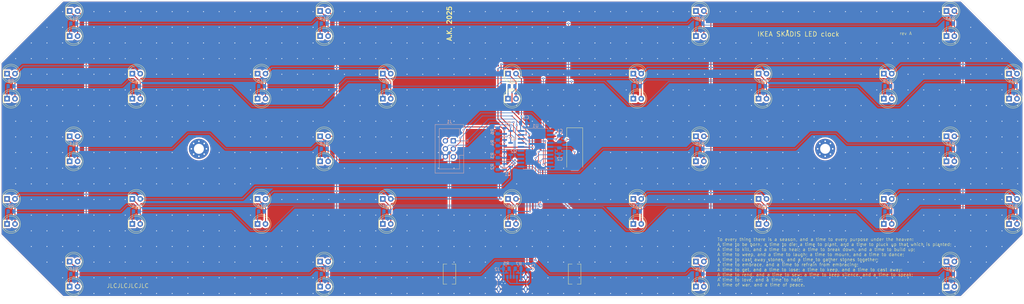
<source format=kicad_pcb>
(kicad_pcb (version 20241229) (generator "pcbnew") (generator_version "9.0")
  (layers (0 "F.Cu" signal) (2 "B.Cu" signal) (13 "F.Paste" user) (15 "B.Paste" user) (5 "F.SilkS" user "F.Silkscreen") (7 "B.SilkS" user "B.Silkscreen") (1 "F.Mask" user) (3 "B.Mask" user) (25 "Edge.Cuts" user))
  (net 0 "")
  (net 1 "GND")
  (net 2 "Net-(U1-PA1{slash}XTAL2)")
  (net 3 "VCC")
  (net 4 "Net-(D1-K)")
  (net 5 "Net-(D2-K)")
  (net 6 "Net-(D3-K)")
  (net 7 "/digit1/ANODE")
  (net 8 "Net-(D4-K)")
  (net 9 "Net-(D5-K)")
  (net 10 "Net-(D6-K)")
  (net 11 "Net-(D7-K)")
  (net 12 "Net-(D8-K)")
  (net 13 "Net-(D10-A)")
  (net 14 "Net-(D10-K)")
  (net 15 "Net-(D11-K)")
  (net 16 "Net-(D12-K)")
  (net 17 "Net-(D13-K)")
  (net 18 "Net-(D14-K)")
  (net 19 "Net-(D15-K)")
  (net 20 "Net-(D16-K)")
  (net 21 "Net-(D17-K)")
  (net 22 "/digit2/ANODE")
  (net 23 "Net-(D18-K)")
  (net 24 "Net-(D19-K)")
  (net 25 "Net-(D20-K)")
  (net 26 "Net-(D21-K)")
  (net 27 "Net-(D22-K)")
  (net 28 "Net-(D23-K)")
  (net 29 "Net-(D24-K)")
  (net 30 "Net-(D25-K)")
  (net 31 "Net-(D26-K)")
  (net 32 "Net-(D27-K)")
  (net 33 "Net-(D28-K)")
  (net 34 "Net-(D29-K)")
  (net 35 "Net-(D30-K)")
  (net 36 "/digit3/ANODE")
  (net 37 "Net-(D31-K)")
  (net 38 "Net-(D32-K)")
  (net 39 "Net-(D33-K)")
  (net 40 "Net-(D34-K)")
  (net 41 "Net-(D35-K)")
  (net 42 "Net-(D36-K)")
  (net 43 "Net-(D37-K)")
  (net 44 "Net-(D38-K)")
  (net 45 "Net-(D39-K)")
  (net 46 "Net-(D40-K)")
  (net 47 "Net-(D41-K)")
  (net 48 "Net-(D42-K)")
  (net 49 "Net-(D43-K)")
  (net 50 "Net-(D44-K)")
  (net 51 "/digit4/ANODE")
  (net 52 "Net-(D45-K)")
  (net 53 "Net-(D46-K)")
  (net 54 "Net-(D47-K)")
  (net 55 "Net-(D48-K)")
  (net 56 "Net-(D49-K)")
  (net 57 "Net-(D50-K)")
  (net 58 "Net-(D51-K)")
  (net 59 "Net-(D52-K)")
  (net 60 "Net-(D53-K)")
  (net 61 "Net-(D54-K)")
  (net 62 "Net-(D55-K)")
  (net 63 "Net-(D56-K)")
  (net 64 "Net-(D57-K)")
  (net 65 "Net-(D58-K)")
  (net 66 "Net-(J2-CC1)")
  (net 67 "Net-(J2-CC2)")
  (net 68 "Net-(Q1-B)")
  (net 69 "Net-(Q2-B)")
  (net 70 "Net-(Q3-B)")
  (net 71 "Net-(Q4-B)")
  (net 72 "Net-(U1-PB4)")
  (net 73 "Net-(U1-PB0)")
  (net 74 "Net-(U1-PB1)")
  (net 75 "Net-(U1-PB2)")
  (net 76 "Net-(U1-PB3)")
  (net 77 "/digit1/~{F}")
  (net 78 "/digit1/~{E}")
  (net 79 "/digit1/~{D}")
  (net 80 "/digit1/~{G}")
  (net 81 "/digit1/~{A}")
  (net 82 "/digit1/~{B}")
  (net 83 "/digit1/~{C}")
  (net 84 "/SCK")
  (net 85 "/MISO")
  (net 86 "/MOSI")
  (net 87 "Net-(U1-PA0{slash}XTAL1)")
  (net 88 "/~{RST}")
  (net 89 "Net-(D59-K)")
  (net 90 "Net-(D60-K)")
  (footprint "LED_THT:LED_D5.0mm" (layer "F.Cu") (at 138.725 -188.5)
    (property "Reference" "D10" (hide yes))
    (property "Value" "LED")
  )
  (footprint "LED_THT:LED_D5.0mm" (layer "F.Cu") (at 338.725 -148.5)
    (property "Reference" "D36" (hide yes))
    (property "Value" "LED")
  )
  (footprint "LED_THT:LED_D5.0mm" (layer "F.Cu") (at 418.725 -196.5)
    (property "Reference" "D51" (hide yes))
    (property "Value" "LED")
  )
  (footprint "LED_THT:LED_D5.0mm" (layer "F.Cu") (at 118.725 -176.5)
    (property "Reference" "D5" (hide yes))
    (property "Value" "LED")
  )
  (footprint "LED_THT:LED_D5.0mm" (layer "F.Cu") (at 418.725 -148.5)
    (property "Reference" "D50" (hide yes))
    (property "Value" "LED")
  )
  (footprint "MountingHole:MountingHole_3.2mm_M3_Pad_Via" (layer "F.Cu") (at 180 -192.5)
    (property "Reference" "H1" (hide yes))
    (property "Value" "~")
  )
  (footprint "LED_THT:LED_D5.0mm" (layer "F.Cu") (at 358.725 -176.5)
    (property "Reference" "D43" (hide yes))
    (property "Value" "LED")
  )
  (footprint "LED_THT:LED_D5.0mm" (layer "F.Cu") (at 138.725 -196.5)
    (property "Reference" "D9" (hide yes))
    (property "Value" "LED")
  )
  (footprint "LED_THT:LED_D5.0mm" (layer "F.Cu") (at 278.725 -176.5)
    (property "Reference" "D59" (hide yes))
    (property "Value" "LED")
  )
  (footprint "LED_THT:LED_D5.0mm" (layer "F.Cu") (at 398.725 -208.5)
    (property "Reference" "D46" (hide yes))
    (property "Value" "LED")
  )
  (footprint "LED_THT:LED_D5.0mm" (layer "F.Cu") (at 278.725 -168.5)
    (property "Reference" "D60" (hide yes))
    (property "Value" "LED")
  )
  (footprint "Crystal:Crystal_SMD_HC49-SD" (layer "F.Cu") (at 300 -192.5 -90)
    (property "Reference" "Y1" (hide yes))
    (property "Value" "Crystal")
  )
  (footprint "LED_THT:LED_D5.0mm" (layer "F.Cu") (at 158.725 -176.5)
    (property "Reference" "D15" (hide yes))
    (property "Value" "LED")
  )
  (footprint "Button_Switch_SMD:SW_Tactile_SPST_NO_Straight_CK_PTS636Sx25SMTRLFS" (layer "F.Cu") (at 300 -152.5 -90)
    (property "Reference" "SW2" (hide yes))
    (property "Value" "SW_Push")
  )
  (footprint "LED_THT:LED_D5.0mm" (layer "F.Cu") (at 278.725 -216.5)
    (property "Reference" "D1" (hide yes))
    (property "Value" "LED")
  )
  (footprint "LED_THT:LED_D5.0mm" (layer "F.Cu") (at 318.725 -208.5)
    (property "Reference" "D32" (hide yes))
    (property "Value" "LED")
  )
  (footprint "LED_THT:LED_D5.0mm" (layer "F.Cu") (at 198.725 -208.5)
    (property "Reference" "D18" (hide yes))
    (property "Value" "LED")
  )
  (footprint "LED_THT:LED_D5.0mm" (layer "F.Cu") (at 138.725 -228.5)
    (property "Reference" "D12" (hide yes))
    (property "Value" "LED")
  )
  (footprint "LED_THT:LED_D5.0mm" (layer "F.Cu") (at 238.725 -208.5)
    (property "Reference" "D28" (hide yes))
    (property "Value" "LED")
  )
  (footprint "LED_THT:LED_D5.0mm" (layer "F.Cu") (at 138.725 -148.5)
    (property "Reference" "D8" (hide yes))
    (property "Value" "LED")
  )
  (footprint "LED_THT:LED_D5.0mm" (layer "F.Cu") (at 238.725 -216.5)
    (property "Reference" "D27" (hide yes))
    (property "Value" "LED")
  )
  (footprint "LED_THT:LED_D5.0mm" (layer "F.Cu") (at 218.725 -236.5)
    (property "Reference" "D25" (hide yes))
    (property "Value" "LED")
  )
  (footprint "LED_THT:LED_D5.0mm" (layer "F.Cu") (at 138.725 -156.5)
    (property "Reference" "D7" (hide yes))
    (property "Value" "LED")
  )
  (footprint "LED_THT:LED_D5.0mm" (layer "F.Cu") (at 398.725 -176.5)
    (property "Reference" "D47" (hide yes))
    (property "Value" "LED")
  )
  (footprint "MountingHole:MountingHole_3.2mm_M3_Pad_Via" (layer "F.Cu") (at 380 -192.5)
    (property "Reference" "H2" (hide yes))
    (property "Value" "~")
  )
  (footprint "LED_THT:LED_D5.0mm" (layer "F.Cu") (at 218.725 -188.5)
    (property "Reference" "D24" (hide yes))
    (property "Value" "LED")
  )
  (footprint "LED_THT:LED_D5.0mm" (layer "F.Cu") (at 238.725 -176.5)
    (property "Reference" "D29" (hide yes))
    (property "Value" "LED")
  )
  (footprint "LED_THT:LED_D5.0mm" (layer "F.Cu") (at 198.725 -176.5)
    (property "Reference" "D19" (hide yes))
    (property "Value" "LED")
  )
  (footprint "LED_THT:LED_D5.0mm" (layer "F.Cu") (at 438.725 -208.5)
    (property "Reference" "D56" (hide yes))
    (property "Value" "LED")
  )
  (footprint "LED_THT:LED_D5.0mm" (layer "F.Cu") (at 118.725 -208.5)
    (property "Reference" "D4" (hide yes))
    (property "Value" "LED")
  )
  (footprint "LED_THT:LED_D5.0mm" (layer "F.Cu") (at 138.725 -236.5)
    (property "Reference" "D11" (hide yes))
    (property "Value" "LED")
  )
  (footprint "LED_THT:LED_D5.0mm" (layer "F.Cu") (at 318.725 -168.5)
    (property "Reference" "D34" (hide yes))
    (property "Value" "LED")
  )
  (footprint "LED_THT:LED_D5.0mm" (layer "F.Cu") (at 358.725 -216.5)
    (property "Reference" "D41" (hide yes))
    (property "Value" "LED")
  )
  (footprint "LED_THT:LED_D5.0mm" (layer "F.Cu") (at 218.725 -148.5)
    (property "Reference" "D22" (hide yes))
    (property "Value" "LED")
  )
  (footprint "LED_THT:LED_D5.0mm" (layer "F.Cu") (at 338.725 -228.5)
    (property "Reference" "D40" (hide yes))
    (property "Value" "LED")
  )
  (footprint "LED_THT:LED_D5.0mm" (layer "F.Cu") (at 358.725 -208.5)
    (property "Reference" "D42" (hide yes))
    (property "Value" "LED")
  )
  (footprint "LED_THT:LED_D5.0mm" (layer "F.Cu") (at 338.725 -236.5)
    (property "Reference" "D39" (hide yes))
    (property "Value" "LED")
  )
  (footprint "LED_THT:LED_D5.0mm" (layer "F.Cu") (at 418.725 -228.5)
    (property "Reference" "D54" (hide yes))
    (property "Value" "LED")
  )
  (footprint "LED_THT:LED_D5.0mm" (layer "F.Cu") (at 118.725 -216.5)
    (property "Reference" "D3" (hide yes))
    (property "Value" "LED")
  )
  (footprint "LED_THT:LED_D5.0mm" (layer "F.Cu") (at 318.725 -216.5)
    (property "Reference" "D31" (hide yes))
    (property "Value" "LED")
  )
  (footprint "LED_THT:LED_D5.0mm" (layer "F.Cu") (at 278.725 -208.5)
    (property "Reference" "D2" (hide yes))
    (property "Value" "LED")
  )
  (footprint "LED_THT:LED_D5.0mm" (layer "F.Cu") (at 358.725 -168.5)
    (property "Reference" "D44" (hide yes))
    (property "Value" "LED")
  )
  (footprint "LED_THT:LED_D5.0mm" (layer "F.Cu") (at 418.725 -236.5)
    (property "Reference" "D53" (hide yes))
    (property "Value" "LED")
  )
  (footprint "LED_THT:LED_D5.0mm" (layer "F.Cu") (at 418.725 -188.5)
    (property "Reference" "D52" (hide yes))
    (property "Value" "LED")
  )
  (footprint "LED_THT:LED_D5.0mm" (layer "F.Cu") (at 198.725 -168.5)
    (property "Reference" "D20" (hide yes))
    (property "Value" "LED")
  )
  (footprint "LED_THT:LED_D5.0mm" (layer "F.Cu") (at 338.725 -196.5)
    (property "Reference" "D37" (hide yes))
    (property "Value" "LED")
  )
  (footprint "LED_THT:LED_D5.0mm" (layer "F.Cu") (at 158.725 -208.5)
    (property "Reference" "D14" (hide yes))
    (property "Value" "LED")
  )
  (footprint "LED_THT:LED_D5.0mm" (layer "F.Cu") (at 418.725 -156.5)
    (property "Reference" "D49" (hide yes))
    (property "Value" "LED")
  )
  (footprint "LED_THT:LED_D5.0mm" (layer "F.Cu") (at 218.725 -228.5)
    (property "Reference" "D26" (hide yes))
    (property "Value" "LED")
  )
  (footprint "LED_THT:LED_D5.0mm" (layer "F.Cu") (at 398.725 -168.5)
    (property "Reference" "D48" (hide yes))
    (property "Value" "LED")
  )
  (footprint "LED_THT:LED_D5.0mm" (layer "F.Cu") (at 218.725 -196.5)
    (property "Reference" "D23" (hide yes))
    (property "Value" "LED")
  )
  (footprint "LED_THT:LED_D5.0mm" (layer "F.Cu") (at 438.725 -176.5)
    (property "Reference" "D57" (hide yes))
    (property "Value" "LED")
  )
  (footprint "LED_THT:LED_D5.0mm" (layer "F.Cu") (at 438.725 -168.5)
    (property "Reference" "D58" (hide yes))
    (property "Value" "LED")
  )
  (footprint "LED_THT:LED_D5.0mm" (layer "F.Cu") (at 198.725 -216.5)
    (property "Reference" "D17" (hide yes))
    (property "Value" "LED")
  )
  (footprint "LED_THT:LED_D5.0mm" (layer "F.Cu") (at 238.725 -168.5)
    (property "Reference" "D30" (hide yes))
    (property "Value" "LED")
  )
  (footprint "LED_THT:LED_D5.0mm" (layer "F.Cu") (at 158.725 -216.5)
    (property "Reference" "D13" (hide yes))
    (property "Value" "LED")
  )
  (footprint "LED_THT:LED_D5.0mm" (layer "F.Cu") (at 338.725 -156.5)
    (property "Reference" "D35" (hide yes))
    (property "Value" "LED")
  )
  (footprint "LED_THT:LED_D5.0mm" (layer "F.Cu") (at 338.725 -188.5)
    (property "Reference" "D38" (hide yes))
    (property "Value" "LED")
  )
  (footprint "LED_THT:LED_D5.0mm" (layer "F.Cu") (at 158.725 -168.5)
    (property "Reference" "D16" (hide yes))
    (property "Value" "LED")
  )
  (footprint "LED_THT:LED_D5.0mm" (layer "F.Cu") (at 118.725 -168.5)
    (property "Reference" "D6" (hide yes))
    (property "Value" "LED")
  )
  (footprint "Button_Switch_SMD:SW_Tactile_SPST_NO_Straight_CK_PTS636Sx25SMTRLFS" (layer "F.Cu") (at 260 -152.5 -90)
    (property "Reference" "SW1" (hide yes))
    (property "Value" "SW_Push")
  )
  (footprint "LED_THT:LED_D5.0mm" (layer "F.Cu") (at 438.725 -216.5)
    (property "Reference" "D55" (hide yes))
    (property "Value" "LED")
  )
  (footprint "LED_THT:LED_D5.0mm" (layer "F.Cu") (at 218.725 -156.5)
    (property "Reference" "D21" (hide yes))
    (property "Value" "LED")
  )
  (footprint "LED_THT:LED_D5.0mm" (layer "F.Cu") (at 398.725 -216.5)
    (property "Reference" "D45" (hide yes))
    (property "Value" "LED")
  )
  (footprint "LED_THT:LED_D5.0mm" (layer "F.Cu") (at 318.725 -176.5)
    (property "Reference" "D33" (hide yes))
    (property "Value" "LED")
  )
  (footprint "Resistor_SMD:R_0805_2012Metric" (layer "B.Cu") (at 140 -152.5 180)
    (property "Reference" "R10")
    (property "Value" "100R")
  )
  (footprint "Resistor_SMD:R_0805_2012Metric" (layer "B.Cu") (at 120 -172.5 180)
    (property "Reference" "R9")
    (property "Value" "47R")
  )
  (footprint "Resistor_SMD:R_0805_2012Metric" (layer "B.Cu") (at 400 -212.5 180)
    (property "Reference" "R29")
    (property "Value" "47R")
  )
  (footprint "Resistor_SMD:R_0805_2012Metric" (layer "B.Cu") (at 240 -212.5 180)
    (property "Reference" "R20")
    (property "Value" "47R")
  )
  (footprint "Resistor_SMD:R_0805_2012Metric" (layer "B.Cu") (at 420 -152.5 180)
    (property "Reference" "R31")
    (property "Value" "100R")
  )
  (footprint "Resistor_SMD:R_0805_2012Metric" (layer "B.Cu") (at 340 -232.5 180)
    (property "Reference" "R26")
    (property "Value" "47R")
  )
  (footprint "Resistor_SMD:R_0805_2012Metric" (layer "B.Cu") (at 340 -152.5 180)
    (property "Reference" "R24")
    (property "Value" "100R")
  )
  (footprint "Resistor_SMD:R_0805_2012Metric" (layer "B.Cu") (at 420 -192.5 180)
    (property "Reference" "R32")
    (property "Value" "47R")
  )
  (footprint "Connector_IDC:IDC-Header_2x03_P2.54mm_Vertical" (layer "B.Cu") (at 261.2525 -195.045 180)
    (property "Reference" "J1")
    (property "Value" "AVR-ISP-6")
  )
  (footprint "Package_TO_SOT_SMD:SOT-23" (layer "B.Cu") (at 278.61 -190.595)
    (property "Reference" "Q2")
    (property "Value" "BC807")
  )
  (footprint "Resistor_SMD:R_0805_2012Metric" (layer "B.Cu") (at 280 -212.5 180)
    (property "Reference" "R1")
    (property "Value" "220R")
  )
  (footprint "Resistor_SMD:R_0805_2012Metric" (layer "B.Cu") (at 340 -192.5 180)
    (property "Reference" "R25")
    (property "Value" "47R")
  )
  (footprint "Package_TO_SOT_SMD:SOT-23" (layer "B.Cu") (at 278.61 -186.785)
    (property "Reference" "Q1")
    (property "Value" "BC807")
  )
  (footprint "Resistor_SMD:R_0805_2012Metric" (layer "B.Cu") (at 400 -172.5 180)
    (property "Reference" "R30")
    (property "Value" "47R")
  )
  (footprint "Capacitor_SMD:C_0805_2012Metric" (layer "B.Cu") (at 285.115 -154.85 90)
    (property "Reference" "C4")
    (property "Value" "2u2")
  )
  (footprint "Resistor_SMD:R_0805_2012Metric" (layer "B.Cu") (at 440 -212.5 180)
    (property "Reference" "R34")
    (property "Value" "47R")
  )
  (footprint "Resistor_SMD:R_0805_2012Metric" (layer "B.Cu") (at 280 -172.5 180)
    (property "Reference" "R36")
    (property "Value" "220R")
  )
  (footprint "Resistor_SMD:R_0805_2012Metric" (layer "B.Cu") (at 360 -172.5 180)
    (property "Reference" "R28")
    (property "Value" "47R")
  )
  (footprint "Package_TO_SOT_SMD:SOT-23" (layer "B.Cu") (at 278.61 -198.215)
    (property "Reference" "Q4")
    (property "Value" "BC807")
  )
  (footprint "Resistor_SMD:R_0805_2012Metric" (layer "B.Cu") (at 275.435 -198.215 90)
    (property "Reference" "R6")
    (property "Value" "4K7")
  )
  (footprint "Resistor_SMD:R_0805_2012Metric" (layer "B.Cu") (at 278.13 -154.215 180)
    (property "Reference" "R5")
    (property "Value" "5K1")
  )
  (footprint "Resistor_SMD:R_0805_2012Metric" (layer "B.Cu") (at 275.435 -190.595 90)
    (property "Reference" "R3")
    (property "Value" "4K7")
  )
  (footprint "Resistor_SMD:R_0805_2012Metric" (layer "B.Cu") (at 200 -172.5 180)
    (property "Reference" "R16")
    (property "Value" "47R")
  )
  (footprint "Resistor_SMD:R_0805_2012Metric" (layer "B.Cu") (at 440 -172.5 180)
    (property "Reference" "R35")
    (property "Value" "47R")
  )
  (footprint "Resistor_SMD:R_0805_2012Metric" (layer "B.Cu") (at 220 -192.5 180)
    (property "Reference" "R18")
    (property "Value" "47R")
  )
  (footprint "Resistor_SMD:R_0805_2012Metric" (layer "B.Cu") (at 320 -172.5 180)
    (property "Reference" "R23")
    (property "Value" "47R")
  )
  (footprint "Capacitor_SMD:C_0805_2012Metric" (layer "B.Cu") (at 295.12 -195.675 90)
    (property "Reference" "C1")
    (property "Value" "22p")
  )
  (footprint "Resistor_SMD:R_0805_2012Metric" (layer "B.Cu") (at 240 -172.5 180)
    (property "Reference" "R21")
    (property "Value" "47R")
  )
  (footprint "Resistor_SMD:R_0805_2012Metric" (layer "B.Cu") (at 275.435 -194.405 90)
    (property "Reference" "R4")
    (property "Value" "4K7")
  )
  (footprint "Resistor_SMD:R_0805_2012Metric" (layer "B.Cu") (at 220 -232.5 180)
    (property "Reference" "R19")
    (property "Value" "47R")
  )
  (footprint "Resistor_SMD:R_0805_2012Metric" (layer "B.Cu") (at 360 -212.5 180)
    (property "Reference" "R27")
    (property "Value" "47R")
  )
  (footprint "Resistor_SMD:R_0805_2012Metric" (layer "B.Cu") (at 160 -172.5 180)
    (property "Reference" "R14")
    (property "Value" "47R")
  )
  (footprint "Resistor_SMD:R_0805_2012Metric" (layer "B.Cu") (at 140 -232.5 180)
    (property "Reference" "R12")
    (property "Value" "47R")
  )
  (footprint "Capacitor_SMD:C_0805_2012Metric" (layer "B.Cu") (at 283.69 -200.755)
    (property "Reference" "C3")
    (property "Value" "100n")
  )
  (footprint "Resistor_SMD:R_0805_2012Metric" (layer "B.Cu") (at 140 -192.5 180)
    (property "Reference" "R11")
    (property "Value" "47R")
  )
  (footprint "Capacitor_SMD:C_0805_2012Metric" (layer "B.Cu") (at 295.12 -191.865 -90)
    (property "Reference" "C2")
    (property "Value" "22p")
  )
  (footprint "Connector_USB:USB_C_Receptacle_GCT_USB4125-xx-x-0190_6P_TopMnt_Horizontal" (layer "B.Cu") (at 280.035 -148.5 180)
    (property "Reference" "J2")
    (property "Value" "USB_C_Receptacle_PowerOnly_6P")
  )
  (footprint "Resistor_SMD:R_0805_2012Metric" (layer "B.Cu") (at 119.995 -212.5 180)
    (property "Reference" "R8")
    (property "Value" "47R")
  )
  (footprint "Resistor_SMD:R_0805_2012Metric" (layer "B.Cu") (at 420 -232.5 180)
    (property "Reference" "R33")
    (property "Value" "47R")
  )
  (footprint "Resistor_SMD:R_0805_2012Metric" (layer "B.Cu") (at 281.94 -154.215)
    (property "Reference" "R7")
    (property "Value" "5K1")
  )
  (footprint "Package_TO_SOT_SMD:SOT-23" (layer "B.Cu") (at 278.61 -194.405)
    (property "Reference" "Q3")
    (property "Value" "BC807")
  )
  (footprint "Resistor_SMD:R_0805_2012Metric" (layer "B.Cu") (at 160 -212.5 180)
    (property "Reference" "R13")
    (property "Value" "47R")
  )
  (footprint "Resistor_SMD:R_0805_2012Metric" (layer "B.Cu") (at 320 -212.5 180)
    (property "Reference" "R22")
    (property "Value" "47R")
  )
  (footprint "Resistor_SMD:R_0805_2012Metric" (layer "B.Cu") (at 275.435 -186.785 90)
    (property "Reference" "R2")
    (property "Value" "4K7")
  )
  (footprint "Resistor_SMD:R_0805_2012Metric" (layer "B.Cu") (at 200 -212.5 180)
    (property "Reference" "R15")
    (property "Value" "47R")
  )
  (footprint "Resistor_SMD:R_0805_2012Metric" (layer "B.Cu") (at 220 -152.5 180)
    (property "Reference" "R17")
    (property "Value" "100R")
  )
  (footprint "Package_SO:SOIC-20W_7.5x12.8mm_P1.27mm" (layer "B.Cu") (at 287.5 -192.5 180)
    (property "Reference" "U1")
    (property "Value" "ATtiny2313-20S")
  )
  (gr_line (start 423.5 -240) (end 136.5 -240) (stroke (width 0.05)) (layer "Edge.Cuts"))
  (gr_line (start 443.5 -220) (end 423.5 -240) (stroke (width 0.05)) (layer "Edge.Cuts"))
  (gr_line (start 116.5 -220) (end 116.5 -165) (stroke (width 0.05)) (layer "Edge.Cuts"))
  (gr_line (start 443.5 -165) (end 443.5 -220) (stroke (width 0.05)) (layer "Edge.Cuts"))
  (gr_line (start 136.5 -145) (end 423.5 -145) (stroke (width 0.05)) (layer "Edge.Cuts"))
  (gr_line (start 136.5 -240) (end 116.5 -220) (stroke (width 0.05)) (layer "Edge.Cuts"))
  (gr_line (start 116.5 -165) (end 136.5 -145) (stroke (width 0.05)) (layer "Edge.Cuts"))
  (gr_line (start 423.5 -145) (end 443.5 -165) (stroke (width 0.05)) (layer "Edge.Cuts"))
  (gr_text "To every thing there is a season, and a time to every purpose under the heaven:\nA time to be born, a time to die; a time to plant, and a time to pluck up that which is planted;\nA time to kill, and a time to heal; a time to break down, and a time to build up;\nA time to weep, and a time to laugh; a time to mourn, and a time to dance;\nA time to cast away stones, and a time to gather stones together;\na time to embrace, and a time to refrain from embracing;\nA time to get, and a time to lose; a time to keep, and a time to cast away;\nA time to rend, and a time to sew; a time to keep silence, and a time to speak;\nA time to love, and a time to hate;\nA time of war, and a time of peace. " (at 345.5 -148.5 0) (layer "F.SilkS") (effects (font (size 1 1) (thickness 0.1)) (justify left bottom)))
  (gr_text "JLCJLCJLCJLC" (at 150.5 -148 0) (layer "F.SilkS") (effects (font (size 1.3 1.3) (thickness 0.14)) (justify left bottom)))
  (gr_text "A.K. 2025" (at 260 -232.5 90) (layer "F.SilkS") (effects (font (size 1.5 1.5) (thickness 0.3) (bold yes))))
  (gr_text "IKEA SKÅDIS LED clock" (at 358.25 -228.25 0) (layer "F.SilkS") (effects (font (size 1.5 1.5) (thickness 0.2)) (justify left bottom)))
  (gr_text "rev A" (at 403.75 -228.75 0) (layer "F.SilkS") (effects (font (size 1 1) (thickness 0.1)) (justify left bottom)))
  (via (at 181.475 -211.30825) (size 0.6) (drill 0.3) (layers "F.Cu" "B.Cu") (net 1))
  (via (at 296.475 -161.30825) (size 0.6) (drill 0.3) (layers "F.Cu" "B.Cu") (net 1))
  (via (at 146.475 -231.30825) (size 0.6) (drill 0.3) (layers "F.Cu" "B.Cu") (net 1))
  (via (at 371.475 -171.30825) (size 0.6) (drill 0.3) (layers "F.Cu" "B.Cu") (net 1))
  (via (at 326.475 -206.30825) (size 0.6) (drill 0.3) (layers "F.Cu" "B.Cu") (net 1))
  (via (at 351.475 -156.30825) (size 0.6) (drill 0.3) (layers "F.Cu" "B.Cu") (net 1))
  (via (at 391.475 -146.30825) (size 0.6) (drill 0.3) (layers "F.Cu" "B.Cu") (net 1))
  (via (at 266.475 -216.30825) (size 0.6) (drill 0.3) (layers "F.Cu" "B.Cu") (net 1))
  (via (at 151.475 -231.30825) (size 0.6) (drill 0.3) (layers "F.Cu" "B.Cu") (net 1))
  (via (at 421.475 -216.30825) (size 0.6) (drill 0.3) (layers "F.Cu" "B.Cu") (net 1))
  (via (at 316.475 -171.30825) (size 0.6) (drill 0.3) (layers "F.Cu" "B.Cu") (net 1))
  (via (at 401.475 -236.30825) (size 0.6) (drill 0.3) (layers "F.Cu" "B.Cu") (net 1))
  (via (at 316.475 -226.30825) (size 0.6) (drill 0.3) (layers "F.Cu" "B.Cu") (net 1))
  (via (at 391.475 -201.30825) (size 0.6) (drill 0.3) (layers "F.Cu" "B.Cu") (net 1))
  (via (at 136.475 -231.30825) (size 0.6) (drill 0.3) (layers "F.Cu" "B.Cu") (net 1))
  (via (at 391.475 -221.30825) (size 0.6) (drill 0.3) (layers "F.Cu" "B.Cu") (net 1))
  (via (at 276.75 -149.5) (size 0.6) (drill 0.3) (layers "F.Cu" "B.Cu") (net 1))
  (via (at 146.475 -216.30825) (size 0.6) (drill 0.3) (layers "F.Cu" "B.Cu") (net 1))
  (via (at 141.475 -201.30825) (size 0.6) (drill 0.3) (layers "F.Cu" "B.Cu") (net 1))
  (via (at 241.475 -186.30825) (size 0.6) (drill 0.3) (layers "F.Cu" "B.Cu") (net 1))
  (via (at 376.475 -226.30825) (size 0.6) (drill 0.3) (layers "F.Cu" "B.Cu") (net 1))
  (via (at 206.475 -191.30825) (size 0.6) (drill 0.3) (layers "F.Cu" "B.Cu") (net 1))
  (via (at 286.475 -221.30825) (size 0.6) (drill 0.3) (layers "F.Cu" "B.Cu") (net 1))
  (via (at 366.475 -206.30825) (size 0.6) (drill 0.3) (layers "F.Cu" "B.Cu") (net 1))
  (via (at 311.475 -236.30825) (size 0.6) (drill 0.3) (layers "F.Cu" "B.Cu") (net 1))
  (via (at 421.475 -176.30825) (size 0.6) (drill 0.3) (layers "F.Cu" "B.Cu") (net 1))
  (via (at 271.475 -206.30825) (size 0.6) (drill 0.3) (layers "F.Cu" "B.Cu") (net 1))
  (via (at 131.475 -221.30825) (size 0.6) (drill 0.3) (layers "F.Cu" "B.Cu") (net 1))
  (via (at 171.475 -171.30825) (size 0.6) (drill 0.3) (layers "F.Cu" "B.Cu") (net 1))
  (via (at 221.475 -201.30825) (size 0.6) (drill 0.3) (layers "F.Cu" "B.Cu") (net 1))
  (via (at 131.475 -161.30825) (size 0.6) (drill 0.3) (layers "F.Cu" "B.Cu") (net 1))
  (via (at 436.475 -171.30825) (size 0.6) (drill 0.3) (layers "F.Cu" "B.Cu") (net 1))
  (via (at 316.475 -196.30825) (size 0.6) (drill 0.3) (layers "F.Cu" "B.Cu") (net 1))
  (via (at 201.475 -186.30825) (size 0.6) (drill 0.3) (layers "F.Cu" "B.Cu") (net 1))
  (via (at 126.475 -206.30825) (size 0.6) (drill 0.3) (layers "F.Cu" "B.Cu") (net 1))
  (via (at 136.475 -176.30825) (size 0.6) (drill 0.3) (layers "F.Cu" "B.Cu") (net 1))
  (via (at 426.475 -176.30825) (size 0.6) (drill 0.3) (layers "F.Cu" "B.Cu") (net 1))
  (via (at 271.475 -156.30825) (size 0.6) (drill 0.3) (layers "F.Cu" "B.Cu") (net 1))
  (via (at 386.475 -221.30825) (size 0.6) (drill 0.3) (layers "F.Cu" "B.Cu") (net 1))
  (via (at 346.475 -216.30825) (size 0.6) (drill 0.3) (layers "F.Cu" "B.Cu") (net 1))
  (via (at 346.475 -191.30825) (size 0.6) (drill 0.3) (layers "F.Cu" "B.Cu") (net 1))
  (via (at 156.475 -181.30825) (size 0.6) (drill 0.3) (layers "F.Cu" "B.Cu") (net 1))
  (via (at 356.475 -186.30825) (size 0.6) (drill 0.3) (layers "F.Cu" "B.Cu") (net 1))
  (via (at 191.475 -166.30825) (size 0.6) (drill 0.3) (layers "F.Cu" "B.Cu") (net 1))
  (via (at 166.475 -206.30825) (size 0.6) (drill 0.3) (layers "F.Cu" "B.Cu") (net 1))
  (via (at 316.475 -161.30825) (size 0.6) (drill 0.3) (layers "F.Cu" "B.Cu") (net 1))
  (via (at 391.475 -161.30825) (size 0.6) (drill 0.3) (layers "F.Cu" "B.Cu") (net 1))
  (via (at 196.475 -196.30825) (size 0.6) (drill 0.3) (layers "F.Cu" "B.Cu") (net 1))
  (via (at 401.475 -226.30825) (size 0.6) (drill 0.3) (layers "F.Cu" "B.Cu") (net 1))
  (via (at 216.475 -196.30825) (size 0.6) (drill 0.3) (layers "F.Cu" "B.Cu") (net 1))
  (via (at 286.475 -226.30825) (size 0.6) (drill 0.3) (layers "F.Cu" "B.Cu") (net 1))
  (via (at 176.475 -181.30825) (size 0.6) (drill 0.3) (layers "F.Cu" "B.Cu") (net 1))
  (via (at 166.475 -161.30825) (size 0.6) (drill 0.3) (layers "F.Cu" "B.Cu") (net 1))
  (via (at 256.475 -161.30825) (size 0.6) (drill 0.3) (layers "F.Cu" "B.Cu") (net 1))
  (via (at 246.475 -196.30825) (size 0.6) (drill 0.3) (layers "F.Cu" "B.Cu") (net 1))
  (via (at 221.475 -221.30825) (size 0.6) (drill 0.3) (layers "F.Cu" "B.Cu") (net 1))
  (via (at 236.475 -231.30825) (size 0.6) (drill 0.3) (layers "F.Cu" "B.Cu") (net 1))
  (via (at 186.475 -166.30825) (size 0.6) (drill 0.3) (layers "F.Cu" "B.Cu") (net 1))
  (via (at 191.475 -221.30825) (size 0.6) (drill 0.3) (layers "F.Cu" "B.Cu") (net 1))
  (via (at 321.475 -156.30825) (size 0.6) (drill 0.3) (layers "F.Cu" "B.Cu") (net 1))
  (via (at 276.475 -231.30825) (size 0.6) (drill 0.3) (layers "F.Cu" "B.Cu") (net 1))
  (via (at 136.475 -191.30825) (size 0.6) (drill 0.3) (layers "F.Cu" "B.Cu") (net 1))
  (via (at 351.475 -191.30825) (size 0.6) (drill 0.3) (layers "F.Cu" "B.Cu") (net 1))
  (via (at 366.475 -146.30825) (size 0.6) (drill 0.3) (layers "F.Cu" "B.Cu") (net 1))
  (via (at 311.475 -231.30825) (size 0.6) (drill 0.3) (layers "F.Cu" "B.Cu") (net 1))
  (via (at 416.475 -171.30825) (size 0.6) (drill 0.3) (layers "F.Cu" "B.Cu") (net 1))
  (via (at 296.475 -236.30825) (size 0.6) (drill 0.3) (layers "F.Cu" "B.Cu") (net 1))
  (via (at 261.475 -186.30825) (size 0.6) (drill 0.3) (layers "F.Cu" "B.Cu") (net 1))
  (via (at 326.475 -236.30825) (size 0.6) (drill 0.3) (layers "F.Cu" "B.Cu") (net 1))
  (via (at 256.475 -166.30825) (size 0.6) (drill 0.3) (layers "F.Cu" "B.Cu") (net 1))
  (via (at 216.475 -236.30825) (size 0.6) (drill 0.3) (layers "F.Cu" "B.Cu") (net 1))
  (via (at 186.475 -221.30825) (size 0.6) (drill 0.3) (layers "F.Cu" "B.Cu") (net 1))
  (via (at 416.475 -191.30825) (size 0.6) (drill 0.3) (layers "F.Cu" "B.Cu") (net 1))
  (via (at 186.475 -151.30825) (size 0.6) (drill 0.3) (layers "F.Cu" "B.Cu") (net 1))
  (via (at 321.475 -181.30825) (size 0.6) (drill 0.3) (layers "F.Cu" "B.Cu") (net 1))
  (via (at 246.475 -206.30825) (size 0.6) (drill 0.3) (layers "F.Cu" "B.Cu") (net 1))
  (via (at 286.475 -146.30825) (size 0.6) (drill 0.3) (layers "F.Cu" "B.Cu") (net 1))
  (via (at 241.475 -191.30825) (size 0.6) (drill 0.3) (layers "F.Cu" "B.Cu") (net 1))
  (via (at 231.475 -176.30825) (size 0.6) (drill 0.3) (layers "F.Cu" "B.Cu") (net 1))
  (via (at 246.475 -211.30825) (size 0.6) (drill 0.3) (layers "F.Cu" "B.Cu") (net 1))
  (via (at 176.475 -236.30825) (size 0.6) (drill 0.3) (layers "F.Cu" "B.Cu") (net 1))
  (via (at 131.475 -186.30825) (size 0.6) (drill 0.3) (layers "F.Cu" "B.Cu") (net 1))
  (via (at 401.475 -181.30825) (size 0.6) (drill 0.3) (layers "F.Cu" "B.Cu") (net 1))
  (via (at 431.475 -186.30825) (size 0.6) (drill 0.3) (layers "F.Cu" "B.Cu") (net 1))
  (via (at 166.475 -166.30825) (size 0.6) (drill 0.3) (layers "F.Cu" "B.Cu") (net 1))
  (via (at 341.475 -171.30825) (size 0.6) (drill 0.3) (layers "F.Cu" "B.Cu") (net 1))
  (via (at 156.475 -176.30825) (size 0.6) (drill 0.3) (layers "F.Cu" "B.Cu") (net 1))
  (via (at 266.475 -166.30825) (size 0.6) (drill 0.3) (layers "F.Cu" "B.Cu") (net 1))
  (via (at 146.475 -211.30825) (size 0.6) (drill 0.3) (layers "F.Cu" "B.Cu") (net 1))
  (via (at 361.475 -191.30825) (size 0.6) (drill 0.3) (layers "F.Cu" "B.Cu") (net 1))
  (via (at 171.475 -206.30825) (size 0.6) (drill 0.3) (layers "F.Cu" "B.Cu") (net 1))
  (via (at 396.475 -201.30825) (size 0.6) (drill 0.3) (layers "F.Cu" "B.Cu") (net 1))
  (via (at 161.475 -191.30825) (size 0.6) (drill 0.3) (layers "F.Cu" "B.Cu") (net 1))
  (via (at 282.5 -150.5) (size 0.6) (drill 0.3) (layers "F.Cu" "B.Cu") (net 1))
  (via (at 136.475 -226.30825) (size 0.6) (drill 0.3) (layers "F.Cu" "B.Cu") (net 1))
  (via (at 231.475 -211.30825) (size 0.6) (drill 0.3) (layers "F.Cu" "B.Cu") (net 1))
  (via (at 166.475 -171.30825) (size 0.6) (drill 0.3) (layers "F.Cu" "B.Cu") (net 1))
  (via (at 141.475 -176.30825) (size 0.6) (drill 0.3) (layers "F.Cu" "B.Cu") (net 1))
  (via (at 356.475 -156.30825) (size 0.6) (drill 0.3) (layers "F.Cu" "B.Cu") (net 1))
  (via (at 391.475 -151.30825) (size 0.6) (drill 0.3) (layers "F.Cu" "B.Cu") (net 1))
  (via (at 296.475 -186.30825) (size 0.6) (drill 0.3) (layers "F.Cu" "B.Cu") (net 1))
  (via (at 216.475 -151.30825) (size 0.6) (drill 0.3) (layers "F.Cu" "B.Cu") (net 1))
  (via (at 386.475 -166.30825) (size 0.6) (drill 0.3) (layers "F.Cu" "B.Cu") (net 1))
  (via (at 331.475 -216.30825) (size 0.6) (drill 0.3) (layers "F.Cu" "B.Cu") (net 1))
  (via (at 371.475 -216.30825) (size 0.6) (drill 0.3) (layers "F.Cu" "B.Cu") (net 1))
  (via (at 391.475 -206.30825) (size 0.6) (drill 0.3) (layers "F.Cu" "B.Cu") (net 1))
  (via (at 416.475 -181.30825) (size 0.6) (drill 0.3) (layers "F.Cu" "B.Cu") (net 1))
  (via (at 286.475 -206.30825) (size 0.6) (drill 0.3) (layers "F.Cu" "B.Cu") (net 1))
  (via (at 131.475 -226.30825) (size 0.6) (drill 0.3) (layers "F.Cu" "B.Cu") (net 1))
  (via (at 336.475 -211.30825) (size 0.6) (drill 0.3) (layers "F.Cu" "B.Cu") (net 1))
  (via (at 371.475 -196.30825) (size 0.6) (drill 0.3) (layers "F.Cu" "B.Cu") (net 1))
  (via (at 301.475 -156.30825) (size 0.6) (drill 0.3) (layers "F.Cu" "B.Cu") (net 1))
  (via (at 171.475 -226.30825) (size 0.6) (drill 0.3) (layers "F.Cu" "B.Cu") (net 1))
  (via (at 371.475 -236.30825) (size 0.6) (drill 0.3) (layers "F.Cu" "B.Cu") (net 1))
  (via (at 196.475 -226.30825) (size 0.6) (drill 0.3) (layers "F.Cu" "B.Cu") (net 1))
  (via (at 271.475 -166.30825) (size 0.6) (drill 0.3) (layers "F.Cu" "B.Cu") (net 1))
  (via (at 351.475 -221.30825) (size 0.6) (drill 0.3) (layers "F.Cu" "B.Cu") (net 1))
  (via (at 186.475 -236.30825) (size 0.6) (drill 0.3) (layers "F.Cu" "B.Cu") (net 1))
  (via (at 406.475 -196.30825) (size 0.6) (drill 0.3) (layers "F.Cu" "B.Cu") (net 1))
  (via (at 306.475 -171.30825) (size 0.6) (drill 0.3) (layers "F.Cu" "B.Cu") (net 1))
  (via (at 346.475 -176.30825) (size 0.6) (drill 0.3) (layers "F.Cu" "B.Cu") (net 1))
  (via (at 361.475 -156.30825) (size 0.6) (drill 0.3) (layers "F.Cu" "B.Cu") (net 1))
  (via (at 356.475 -161.30825) (size 0.6) (drill 0.3) (layers "F.Cu" "B.Cu") (net 1))
  (via (at 266.475 -206.30825) (size 0.6) (drill 0.3) (layers "F.Cu" "B.Cu") (net 1))
  (via (at 301.475 -216.30825) (size 0.6) (drill 0.3) (layers "F.Cu" "B.Cu") (net 1))
  (via (at 181.475 -236.30825) (size 0.6) (drill 0.3) (layers "F.Cu" "B.Cu") (net 1))
  (via (at 281.475 -181.30825) (size 0.6) (drill 0.3) (layers "F.Cu" "B.Cu") (net 1))
  (via (at 416.475 -201.30825) (size 0.6) (drill 0.3) (layers "F.Cu" "B.Cu") (net 1))
  (via (at 426.475 -151.30825) (size 0.6) (drill 0.3) (layers "F.Cu" "B.Cu") (net 1))
  (via (at 311.475 -151.30825) (size 0.6) (drill 0.3) (layers "F.Cu" "B.Cu") (net 1))
  (via (at 146.475 -166.30825) (size 0.6) (drill 0.3) (layers "F.Cu" "B.Cu") (net 1))
  (via (at 151.475 -191.30825) (size 0.6) (drill 0.3) (layers "F.Cu" "B.Cu") (net 1))
  (via (at 321.475 -186.30825) (size 0.6) (drill 0.3) (layers "F.Cu" "B.Cu") (net 1))
  (via (at 316.475 -201.30825) (size 0.6) (drill 0.3) (layers "F.Cu" "B.Cu") (net 1))
  (via (at 186.475 -156.30825) (size 0.6) (drill 0.3) (layers "F.Cu" "B.Cu") (net 1))
  (via (at 171.475 -201.30825) (size 0.6) (drill 0.3) (layers "F.Cu" "B.Cu") (net 1))
  (via (at 291.475 -211.30825) (size 0.6) (drill 0.3) (layers "F.Cu" "B.Cu") (net 1))
  (via (at 366.475 -226.30825) (size 0.6) (drill 0.3) (layers "F.Cu" "B.Cu") (net 1))
  (via (at 311.475 -176.30825) (size 0.6) (drill 0.3) (layers "F.Cu" "B.Cu") (net 1))
  (via (at 331.475 -226.30825) (size 0.6) (drill 0.3) (layers "F.Cu" "B.Cu") (net 1))
  (via (at 236.475 -236.30825) (size 0.6) (drill 0.3) (layers "F.Cu" "B.Cu") (net 1))
  (via (at 186.475 -161.30825) (size 0.6) (drill 0.3) (layers "F.Cu" "B.Cu") (net 1))
  (via (at 331.475 -201.30825) (size 0.6) (drill 0.3) (layers "F.Cu" "B.Cu") (net 1))
  (via (at 226.475 -201.30825) (size 0.6) (drill 0.3) (layers "F.Cu" "B.Cu") (net 1))
  (via (at 256.475 -201.30825) (size 0.6) (drill 0.3) (layers "F.Cu" "B.Cu") (net 1))
  (via (at 266.475 -231.30825) (size 0.6) (drill 0.3) (layers "F.Cu" "B.Cu") (net 1))
  (via (at 236.475 -216.30825) (size 0.6) (drill 0.3) (layers "F.Cu" "B.Cu") (net 1))
  (via (at 206.475 -201.30825) (size 0.6) (drill 0.3) (layers "F.Cu" "B.Cu") (net 1))
  (via (at 351.475 -166.30825) (size 0.6) (drill 0.3) (layers "F.Cu" "B.Cu") (net 1))
  (via (at 371.475 -186.30825) (size 0.6) (drill 0.3) (layers "F.Cu" "B.Cu") (net 1))
  (via (at 211.475 -151.30825) (size 0.6) (drill 0.3) (layers "F.Cu" "B.Cu") (net 1))
  (via (at 361.475 -206.30825) (size 0.6) (drill 0.3) (layers "F.Cu" "B.Cu") (net 1))
  (via (at 231.475 -231.30825) (size 0.6) (drill 0.3) (layers "F.Cu" "B.Cu") (net 1))
  (via (at 261.475 -171.30825) (size 0.6) (drill 0.3) (layers "F.Cu" "B.Cu") (net 1))
  (via (at 331.475 -146.30825) (size 0.6) (drill 0.3) (layers "F.Cu" "B.Cu") (net 1))
  (via (at 301.475 -191.30825) (size 0.6) (drill 0.3) (layers "F.Cu" "B.Cu") (net 1))
  (via (at 291.475 -231.30825) (size 0.6) (drill 0.3) (layers "F.Cu" "B.Cu") (net 1))
  (via (at 376.475 -211.30825) (size 0.6) (drill 0.3) (layers "F.Cu" "B.Cu") (net 1))
  (via (at 151.475 -226.30825) (size 0.6) (drill 0.3) (layers "F.Cu" "B.Cu") (net 1))
  (via (at 421.475 -201.30825) (size 0.6) (drill 0.3) (layers "F.Cu" "B.Cu") (net 1))
  (via (at 211.475 -161.30825) (size 0.6) (drill 0.3) (layers "F.Cu" "B.Cu") (net 1))
  (via (at 311.475 -206.30825) (size 0.6) (drill 0.3) (layers "F.Cu" "B.Cu") (net 1))
  (via (at 421.475 -161.30825) (size 0.6) (drill 0.3) (layers "F.Cu" "B.Cu") (net 1))
  (via (at 121.475 -221.30825) (size 0.6) (drill 0.3) (layers "F.Cu" "B.Cu") (net 1))
  (via (at 366.475 -176.30825) (size 0.6) (drill 0.3) (layers "F.Cu" "B.Cu") (net 1))
  (via (at 346.475 -151.30825) (size 0.6) (drill 0.3) (layers "F.Cu" "B.Cu") (net 1))
  (via (at 336.475 -176.30825) (size 0.6) (drill 0.3) (layers "F.Cu" "B.Cu") (net 1))
  (via (at 211.475 -191.30825) (size 0.6) (drill 0.3) (layers "F.Cu" "B.Cu") (net 1))
  (via (at 156.475 -236.30825) (size 0.6) (drill 0.3) (layers "F.Cu" "B.Cu") (net 1))
  (via (at 311.475 -146.30825) (size 0.6) (drill 0.3) (layers "F.Cu" "B.Cu") (net 1))
  (via (at 421.475 -206.30825) (size 0.6) (drill 0.3) (layers "F.Cu" "B.Cu") (net 1))
  (via (at 316.475 -191.30825) (size 0.6) (drill 0.3) (layers "F.Cu" "B.Cu") (net 1))
  (via (at 136.475 -161.30825) (size 0.6) (drill 0.3) (layers "F.Cu" "B.Cu") (net 1))
  (via (at 216.475 -186.30825) (size 0.6) (drill 0.3) (layers "F.Cu" "B.Cu") (net 1))
  (via (at 261.475 -156.30825) (size 0.6) (drill 0.3) (layers "F.Cu" "B.Cu") (net 1))
  (via (at 271.475 -196.30825) (size 0.6) (drill 0.3) (layers "F.Cu" "B.Cu") (net 1))
  (via (at 291.475 -156.30825) (size 0.6) (drill 0.3) (layers "F.Cu" "B.Cu") (net 1))
  (via (at 251.475 -216.30825) (size 0.6) (drill 0.3) (layers "F.Cu" "B.Cu") (net 1))
  (via (at 386.475 -191.30825) (size 0.6) (drill 0.3) (layers "F.Cu" "B.Cu") (net 1))
  (via (at 306.475 -226.30825) (size 0.6) (drill 0.3) (layers "F.Cu" "B.Cu") (net 1))
  (via (at 261.475 -151.30825) (size 0.6) (drill 0.3) (layers "F.Cu" "B.Cu") (net 1))
  (via (at 391.475 -186.30825) (size 0.6) (drill 0.3) (layers "F.Cu" "B.Cu") (net 1))
  (via (at 231.475 -151.30825) (size 0.6) (drill 0.3) (layers "F.Cu" "B.Cu") (net 1))
  (via (at 226.475 -226.30825) (size 0.6) (drill 0.3) (layers "F.Cu" "B.Cu") (net 1))
  (via (at 241.475 -206.30825) (size 0.6) (drill 0.3) (layers "F.Cu" "B.Cu") (net 1))
  (via (at 246.475 -216.30825) (size 0.6) (drill 0.3) (layers "F.Cu" "B.Cu") (net 1))
  (via (at 211.475 -146.30825) (size 0.6) (drill 0.3) (layers "F.Cu" "B.Cu") (net 1))
  (via (at 206.475 -186.30825) (size 0.6) (drill 0.3) (layers "F.Cu" "B.Cu") (net 1))
  (via (at 186.475 -191.30825) (size 0.6) (drill 0.3) (layers "F.Cu" "B.Cu") (net 1))
  (via (at 156.475 -161.30825) (size 0.6) (drill 0.3) (layers "F.Cu" "B.Cu") (net 1))
  (via (at 426.475 -226.30825) (size 0.6) (drill 0.3) (layers "F.Cu" "B.Cu") (net 1))
  (via (at 201.475 -146.30825) (size 0.6) (drill 0.3) (layers "F.Cu" "B.Cu") (net 1))
  (via (at 411.475 -201.30825) (size 0.6) (drill 0.3) (layers "F.Cu" "B.Cu") (net 1))
  (via (at 351.475 -196.30825) (size 0.6) (drill 0.3) (layers "F.Cu" "B.Cu") (net 1))
  (via (at 391.475 -216.30825) (size 0.6) (drill 0.3) (layers "F.Cu" "B.Cu") (net 1))
  (via (at 151.475 -171.30825) (size 0.6) (drill 0.3) (layers "F.Cu" "B.Cu") (net 1))
  (via (at 271.475 -186.30825) (size 0.6) (drill 0.3) (layers "F.Cu" "B.Cu") (net 1))
  (via (at 256.475 -146.30825) (size 0.6) (drill 0.3) (layers "F.Cu" "B.Cu") (net 1))
  (via (at 321.475 -221.30825) (size 0.6) (drill 0.3) (layers "F.Cu" "B.Cu") (net 1))
  (via (at 386.475 -161.30825) (size 0.6) (drill 0.3) (layers "F.Cu" "B.Cu") (net 1))
  (via (at 236.475 -186.30825) (size 0.6) (drill 0.3) (layers "F.Cu" "B.Cu") (net 1))
  (via (at 181.475 -151.30825) (size 0.6) (drill 0.3) (layers "F.Cu" "B.Cu") (net 1))
  (via (at 286.475 -161.30825) (size 0.6) (drill 0.3) (layers "F.Cu" "B.Cu") (net 1))
  (via (at 376.475 -206.30825) (size 0.6) (drill 0.3) (layers "F.Cu" "B.Cu") (net 1))
  (via (at 331.475 -231.30825) (size 0.6) (drill 0.3) (layers "F.Cu" "B.Cu") (net 1))
  (via (at 386.475 -181.30825) (size 0.6) (drill 0.3) (layers "F.Cu" "B.Cu") (net 1))
  (via (at 301.475 -181.30825) (size 0.6) (drill 0.3) (layers "F.Cu" "B.Cu") (net 1))
  (via (at 436.475 -161.30825) (size 0.6) (drill 0.3) (layers "F.Cu" "B.Cu") (net 1))
  (via (at 406.475 -146.30825) (size 0.6) (drill 0.3) (layers "F.Cu" "B.Cu") (net 1))
  (via (at 126.475 -171.30825) (size 0.6) (drill 0.3) (layers "F.Cu" "B.Cu") (net 1))
  (via (at 191.475 -236.30825) (size 0.6) (drill 0.3) (layers "F.Cu" "B.Cu") (net 1))
  (via (at 161.475 -201.30825) (size 0.6) (drill 0.3) (layers "F.Cu" "B.Cu") (net 1))
  (via (at 216.475 -176.30825) (size 0.6) (drill 0.3) (layers "F.Cu" "B.Cu") (net 1))
  (via (at 201.475 -221.30825) (size 0.6) (drill 0.3) (layers "F.Cu" "B.Cu") (net 1))
  (via (at 176.475 -166.30825) (size 0.6) (drill 0.3) (layers "F.Cu" "B.Cu") (net 1))
  (via (at 191.475 -196.30825) (size 0.6) (drill 0.3) (layers "F.Cu" "B.Cu") (net 1))
  (via (at 166.475 -231.30825) (size 0.6) (drill 0.3) (layers "F.Cu" "B.Cu") (net 1))
  (via (at 126.475 -216.30825) (size 0.6) (drill 0.3) (layers "F.Cu" "B.Cu") (net 1))
  (via (at 256.475 -171.30825) (size 0.6) (drill 0.3) (layers "F.Cu" "B.Cu") (net 1))
  (via (at 306.475 -216.30825) (size 0.6) (drill 0.3) (layers "F.Cu" "B.Cu") (net 1))
  (via (at 196.475 -161.30825) (size 0.6) (drill 0.3) (layers "F.Cu" "B.Cu") (net 1))
  (via (at 231.475 -216.30825) (size 0.6) (drill 0.3) (layers "F.Cu" "B.Cu") (net 1))
  (via (at 141.475 -161.30825) (size 0.6) (drill 0.3) (layers "F.Cu" "B.Cu") (net 1))
  (via (at 386.475 -186.30825) (size 0.6) (drill 0.3) (layers "F.Cu" "B.Cu") (net 1))
  (via (at 356.475 -211.30825) (size 0.6) (drill 0.3) (layers "F.Cu" "B.Cu") (net 1))
  (via (at 331.475 -221.30825) (size 0.6) (drill 0.3) (layers "F.Cu" "B.Cu") (net 1))
  (via (at 251.475 -161.30825) (size 0.6) (drill 0.3) (layers "F.Cu" "B.Cu") (net 1))
  (via (at 321.475 -231.30825) (size 0.6) (drill 0.3) (layers "F.Cu" "B.Cu") (net 1))
  (via (at 391.475 -166.30825) (size 0.6) (drill 0.3) (layers "F.Cu" "B.Cu") (net 1))
  (via (at 336.475 -231.30825) (size 0.6) (drill 0.3) (layers "F.Cu" "B.Cu") (net 1))
  (via (at 221.475 -171.30825) (size 0.6) (drill 0.3) (layers "F.Cu" "B.Cu") (net 1))
  (via (at 426.475 -201.30825) (size 0.6) (drill 0.3) (layers "F.Cu" "B.Cu") (net 1))
  (via (at 386.475 -146.30825) (size 0.6) (drill 0.3) (layers "F.Cu" "B.Cu") (net 1))
  (via (at 231.475 -201.30825) (size 0.6) (drill 0.3) (layers "F.Cu" "B.Cu") (net 1))
  (via (at 191.475 -146.30825) (size 0.6) (drill 0.3) (layers "F.Cu" "B.Cu") (net 1))
  (via (at 206.475 -236.30825) (size 0.6) (drill 0.3) (layers "F.Cu" "B.Cu") (net 1))
  (via (at 131.475 -231.30825) (size 0.6) (drill 0.3) (layers "F.Cu" "B.Cu") (net 1))
  (via (at 306.475 -156.30825) (size 0.6) (drill 0.3) (layers "F.Cu" "B.Cu") (net 1))
  (via (at 306.475 -206.30825) (size 0.6) (drill 0.3) (layers "F.Cu" "B.Cu") (net 1))
  (via (at 441.475 -166.30825) (size 0.6) (drill 0.3) (layers "F.Cu" "B.Cu") (net 1))
  (via (at 251.475 -146.30825) (size 0.6) (drill 0.3) (layers "F.Cu" "B.Cu") (net 1))
  (via (at 186.475 -226.30825) (size 0.6) (drill 0.3) (layers "F.Cu" "B.Cu") (net 1))
  (via (at 311.475 -156.30825) (size 0.6) (drill 0.3) (layers "F.Cu" "B.Cu") (net 1))
  (via (at 356.475 -181.30825) (size 0.6) (drill 0.3) (layers "F.Cu" "B.Cu") (net 1))
  (via (at 266.475 -226.30825) (size 0.6) (drill 0.3) (layers "F.Cu" "B.Cu") (net 1))
  (via (at 416.475 -236.30825) (size 0.6) (drill 0.3) (layers "F.Cu" "B.Cu") (net 1))
  (via (at 156.475 -196.30825) (size 0.6) (drill 0.3) (layers "F.Cu" "B.Cu") (net 1))
  (via (at 221.475 -146.30825) (size 0.6) (drill 0.3) (layers "F.Cu" "B.Cu") (net 1))
  (via (at 336.475 -146.30825) (size 0.6) (drill 0.3) (layers "F.Cu" "B.Cu") (net 1))
  (via (at 176.475 -146.30825) (size 0.6) (drill 0.3) (layers "F.Cu" "B.Cu") (net 1))
  (via (at 246.475 -221.30825) (size 0.6) (drill 0.3) (layers "F.Cu" "B.Cu") (net 1))
  (via (at 136.475 -221.30825) (size 0.6) (drill 0.3) (layers "F.Cu" "B.Cu") (net 1))
  (via (at 156.475 -231.30825) (size 0.6) (drill 0.3) (layers "F.Cu" "B.Cu") (net 1))
  (via (at 316.475 -186.30825) (size 0.6) (drill 0.3) (layers "F.Cu" "B.Cu") (net 1))
  (via (at 161.475 -156.30825) (size 0.6) (drill 0.3) (layers "F.Cu" "B.Cu") (net 1))
  (via (at 326.475 -146.30825) (size 0.6) (drill 0.3) (layers "F.Cu" "B.Cu") (net 1))
  (via (at 266.475 -236.30825) (size 0.6) (drill 0.3) (layers "F.Cu" "B.Cu") (net 1))
  (via (at 426.475 -166.30825) (size 0.6) (drill 0.3) (layers "F.Cu" "B.Cu") (net 1))
  (via (at 206.475 -231.30825) (size 0.6) (drill 0.3) (layers "F.Cu" "B.Cu") (net 1))
  (via (at 321.475 -196.30825) (size 0.6) (drill 0.3) (layers "F.Cu" "B.Cu") (net 1))
  (via (at 341.475 -216.30825) (size 0.6) (drill 0.3) (layers "F.Cu" "B.Cu") (net 1))
  (via (at 411.475 -226.30825) (size 0.6) (drill 0.3) (layers "F.Cu" "B.Cu") (net 1))
  (via (at 416.475 -166.30825) (size 0.6) (drill 0.3) (layers "F.Cu" "B.Cu") (net 1))
  (via (at 126.475 -161.30825) (size 0.6) (drill 0.3) (layers "F.Cu" "B.Cu") (net 1))
  (via (at 231.475 -236.30825) (size 0.6) (drill 0.3) (layers "F.Cu" "B.Cu") (net 1))
  (via (at 381.475 -226.30825) (size 0.6) (drill 0.3) (layers "F.Cu" "B.Cu") (net 1))
  (via (at 271.475 -221.30825) (size 0.6) (drill 0.3) (layers "F.Cu" "B.Cu") (net 1))
  (via (at 391.475 -156.30825) (size 0.6) (drill 0.3) (layers "F.Cu" "B.Cu") (net 1))
  (via (at 151.475 -206.30825) (size 0.6) (drill 0.3) (layers "F.Cu" "B.Cu") (net 1))
  (via (at 141.475 -146.30825) (size 0.6) (drill 0.3) (layers "F.Cu" "B.Cu") (net 1))
  (via (at 191.475 -216.30825) (size 0.6) (drill 0.3) (layers "F.Cu" "B.Cu") (net 1))
  (via (at 436.475 -196.30825) (size 0.6) (drill 0.3) (layers "F.Cu" "B.Cu") (net 1))
  (via (at 371.475 -211.30825) (size 0.6) (drill 0.3) (layers "F.Cu" "B.Cu") (net 1))
  (via (at 416.475 -216.30825) (size 0.6) (drill 0.3) (layers "F.Cu" "B.Cu") (net 1))
  (via (at 316.475 -151.30825) (size 0.6) (drill 0.3) (layers "F.Cu" "B.Cu") (net 1))
  (via (at 346.475 -161.30825) (size 0.6) (drill 0.3) (layers "F.Cu" "B.Cu") (net 1))
  (via (at 151.475 -146.30825) (size 0.6) (drill 0.3) (layers "F.Cu" "B.Cu") (net 1))
  (via (at 136.475 -186.30825) (size 0.6) (drill 0.3) (layers "F.Cu" "B.Cu") (net 1))
  (via (at 166.475 -196.30825) (size 0.6) (drill 0.3) (layers "F.Cu" "B.Cu") (net 1))
  (via (at 306.475 -221.30825) (size 0.6) (drill 0.3) (layers "F.Cu" "B.Cu") (net 1))
  (via (at 176.475 -161.30825) (size 0.6) (drill 0.3) (layers "F.Cu" "B.Cu") (net 1))
  (via (at 336.475 -236.30825) (size 0.6) (drill 0.3) (layers "F.Cu" "B.Cu") (net 1))
  (via (at 156.475 -151.30825) (size 0.6) (drill 0.3) (layers "F.Cu" "B.Cu") (net 1))
  (via (at 131.475 -216.30825) (size 0.6) (drill 0.3) (layers "F.Cu" "B.Cu") (net 1))
  (via (at 126.475 -181.30825) (size 0.6) (drill 0.3) (layers "F.Cu" "B.Cu") (net 1))
  (via (at 291.475 -221.30825) (size 0.6) (drill 0.3) (layers "F.Cu" "B.Cu") (net 1))
  (via (at 246.475 -191.30825) (size 0.6) (drill 0.3) (layers "F.Cu" "B.Cu") (net 1))
  (via (at 346.475 -181.30825) (size 0.6) (drill 0.3) (layers "F.Cu" "B.Cu") (net 1))
  (via (at 346.475 -206.30825) (size 0.6) (drill 0.3) (layers "F.Cu" "B.Cu") (net 1))
  (via (at 391.475 -196.30825) (size 0.6) (drill 0.3) (layers "F.Cu" "B.Cu") (net 1))
  (via (at 356.475 -191.30825) (size 0.6) (drill 0.3) (layers "F.Cu" "B.Cu") (net 1))
  (via (at 246.475 -236.30825) (size 0.6) (drill 0.3) (layers "F.Cu" "B.Cu") (net 1))
  (via (at 126.475 -176.30825) (size 0.6) (drill 0.3) (layers "F.Cu" "B.Cu") (net 1))
  (via (at 336.475 -156.30825) (size 0.6) (drill 0.3) (layers "F.Cu" "B.Cu") (net 1))
  (via (at 381.475 -201.30825) (size 0.6) (drill 0.3) (layers "F.Cu" "B.Cu") (net 1))
  (via (at 346.475 -156.30825) (size 0.6) (drill 0.3) (layers "F.Cu" "B.Cu") (net 1))
  (via (at 336.475 -161.30825) (size 0.6) (drill 0.3) (layers "F.Cu" "B.Cu") (net 1))
  (via (at 376.475 -146.30825) (size 0.6) (drill 0.3) (layers "F.Cu" "B.Cu") (net 1))
  (via (at 277.25 -150.25) (size 0.6) (drill 0.3) (layers "F.Cu" "B.Cu") (net 1))
  (via (at 271.475 -161.30825) (size 0.6) (drill 0.3) (layers "F.Cu" "B.Cu") (net 1))
  (via (at 236.475 -226.30825) (size 0.6) (drill 0.3) (layers "F.Cu" "B.Cu") (net 1))
  (via (at 146.475 -206.30825) (size 0.6) (drill 0.3) (layers "F.Cu" "B.Cu") (net 1))
  (via (at 386.475 -151.30825) (size 0.6) (drill 0.3) (layers "F.Cu" "B.Cu") (net 1))
  (via (at 346.475 -166.30825) (size 0.6) (drill 0.3) (layers "F.Cu" "B.Cu") (net 1))
  (via (at 351.475 -236.30825) (size 0.6) (drill 0.3) (layers "F.Cu" "B.Cu") (net 1))
  (via (at 376.475 -166.30825) (size 0.6) (drill 0.3) (layers "F.Cu" "B.Cu") (net 1))
  (via (at 271.475 -226.30825) (size 0.6) (drill 0.3) (layers "F.Cu" "B.Cu") (net 1))
  (via (at 196.475 -221.30825) (size 0.6) (drill 0.3) (layers "F.Cu" "B.Cu") (net 1))
  (via (at 306.475 -236.30825) (size 0.6) (drill 0.3) (layers "F.Cu" "B.Cu") (net 1))
  (via (at 176.475 -216.30825) (size 0.6) (drill 0.3) (layers "F.Cu" "B.Cu") (net 1))
  (via (at 201.475 -151.30825) (size 0.6) (drill 0.3) (layers "F.Cu" "B.Cu") (net 1))
  (via (at 146.475 -156.30825) (size 0.6) (drill 0.3) (layers "F.Cu" "B.Cu") (net 1))
  (via (at 381.475 -211.30825) (size 0.6) (drill 0.3) (layers "F.Cu" "B.Cu") (net 1))
  (via (at 151.475 -216.30825) (size 0.6) (drill 0.3) (layers "F.Cu" "B.Cu") (net 1))
  (via (at 381.475 -166.30825) (size 0.6) (drill 0.3) (layers "F.Cu" "B.Cu") (net 1))
  (via (at 371.475 -206.30825) (size 0.6) (drill 0.3) (layers "F.Cu" "B.Cu") (net 1))
  (via (at 231.475 -171.30825) (size 0.6) (drill 0.3) (layers "F.Cu" "B.Cu") (net 1))
  (via (at 226.475 -146.30825) (size 0.6) (drill 0.3) (layers "F.Cu" "B.Cu") (net 1))
  (via (at 156.475 -201.30825) (size 0.6) (drill 0.3) (layers "F.Cu" "B.Cu") (net 1))
  (via (at 256.475 -151.30825) (size 0.6) (drill 0.3) (layers "F.Cu" "B.Cu") (net 1))
  (via (at 226.475 -236.30825) (size 0.6) (drill 0.3) (layers "F.Cu" "B.Cu") (net 1))
  (via (at 386.475 -226.30825) (size 0.6) (drill 0.3) (layers "F.Cu" "B.Cu") (net 1))
  (via (at 196.475 -211.30825) (size 0.6) (drill 0.3) (layers "F.Cu" "B.Cu") (net 1))
  (via (at 236.475 -151.30825) (size 0.6) (drill 0.3) (layers "F.Cu" "B.Cu") (net 1))
  (via (at 161.475 -236.30825) (size 0.6) (drill 0.3) (layers "F.Cu" "B.Cu") (net 1))
  (via (at 201.475 -231.30825) (size 0.6) (drill 0.3) (layers "F.Cu" "B.Cu") (net 1))
  (via (at 226.475 -186.30825) (size 0.6) (drill 0.3) (layers "F.Cu" "B.Cu") (net 1))
  (via (at 436.475 -186.30825) (size 0.6) (drill 0.3) (layers "F.Cu" "B.Cu") (net 1))
  (via (at 406.475 -206.30825) (size 0.6) (drill 0.3) (layers "F.Cu" "B.Cu") (net 1))
  (via (at 216.475 -191.30825) (size 0.6) (drill 0.3) (layers "F.Cu" "B.Cu") (net 1))
  (via (at 331.475 -156.30825) (size 0.6) (drill 0.3) (layers "F.Cu" "B.Cu") (net 1))
  (via (at 256.475 -206.30825) (size 0.6) (drill 0.3) (layers "F.Cu" "B.Cu") (net 1))
  (via (at 186.475 -146.30825) (size 0.6) (drill 0.3) (layers "F.Cu" "B.Cu") (net 1))
  (via (at 136.475 -201.30825) (size 0.6) (drill 0.3) (layers "F.Cu" "B.Cu") (net 1))
  (via (at 121.475 -206.30825) (size 0.6) (drill 0.3) (layers "F.Cu" "B.Cu") (net 1))
  (via (at 276.475 -221.30825) (size 0.6) (drill 0.3) (layers "F.Cu" "B.Cu") (net 1))
  (via (at 351.475 -171.30825) (size 0.6) (drill 0.3) (layers "F.Cu" "B.Cu") (net 1))
  (via (at 321.475 -226.30825) (size 0.6) (drill 0.3) (layers "F.Cu" "B.Cu") (net 1))
  (via (at 156.475 -226.30825) (size 0.6) (drill 0.3) (layers "F.Cu" "B.Cu") (net 1))
  (via (at 251.475 -196.30825) (size 0.6) (drill 0.3) (layers "F.Cu" "B.Cu") (net 1))
  (via (at 136.475 -156.30825) (size 0.6) (drill 0.3) (layers "F.Cu" "B.Cu") (net 1))
  (via (at 126.475 -191.30825) (size 0.6) (drill 0.3) (layers "F.Cu" "B.Cu") (net 1))
  (via (at 356.475 -221.30825) (size 0.6) (drill 0.3) (layers "F.Cu" "B.Cu") (net 1))
  (via (at 321.475 -146.30825) (size 0.6) (drill 0.3) (layers "F.Cu" "B.Cu") (net 1))
  (via (at 381.475 -181.30825) (size 0.6) (drill 0.3) (layers "F.Cu" "B.Cu") (net 1))
  (via (at 396.475 -216.30825) (size 0.6) (drill 0.3) (layers "F.Cu" "B.Cu") (net 1))
  (via (at 146.475 -186.30825) (size 0.6) (drill 0.3) (layers "F.Cu" "B.Cu") (net 1))
  (via (at 141.475 -211.30825) (size 0.6) (drill 0.3) (layers "F.Cu" "B.Cu") (net 1))
  (via (at 396.475 -176.30825) (size 0.6) (drill 0.3) (layers "F.Cu" "B.Cu") (net 1))
  (via (at 326.475 -186.30825) (size 0.6) (drill 0.3) (layers "F.Cu" "B.Cu") (net 1))
  (via (at 136.475 -151.30825) (size 0.6) (drill 0.3) (layers "F.Cu" "B.Cu") (net 1))
  (via (at 291.475 -161.30825) (size 0.6) (drill 0.3) (layers "F.Cu" "B.Cu") (net 1))
  (via (at 326.475 -216.30825) (size 0.6) (drill 0.3) (layers "F.Cu" "B.Cu") (net 1))
  (via (at 196.475 -171.30825) (size 0.6) (drill 0.3) (layers "F.Cu" "B.Cu") (net 1))
  (via (at 411.475 -206.30825) (size 0.6) (drill 0.3) (layers "F.Cu" "B.Cu") (net 1))
  (via (at 276.475 -171.30825) (size 0.6) (drill 0.3) (layers "F.Cu" "B.Cu") (net 1))
  (via (at 221.475 -186.30825) (size 0.6) (drill 0.3) (layers "F.Cu" "B.Cu") (net 1))
  (via (at 326.475 -201.30825) (size 0.6) (drill 0.3) (layers "F.Cu" "B.Cu") (net 1))
  (via (at 181.475 -201.30825) (size 0.6) (drill 0.3) (layers "F.Cu" "B.Cu") (net 1))
  (via (at 416.475 -226.30825) (size 0.6) (drill 0.3) (layers "F.Cu" "B.Cu") (net 1))
  (via (at 166.475 -236.30825) (size 0.6) (drill 0.3) (layers "F.Cu" "B.Cu") (net 1))
  (via (at 186.475 -181.30825) (size 0.6) (drill 0.3) (layers "F.Cu" "B.Cu") (net 1))
  (via (at 171.475 -161.30825) (size 0.6) (drill 0.3) (layers "F.Cu" "B.Cu") (net 1))
  (via (at 251.475 -151.30825) (size 0.6) (drill 0.3) (layers "F.Cu" "B.Cu") (net 1))
  (via (at 146.475 -161.30825) (size 0.6) (drill 0.3) (layers "F.Cu" "B.Cu") (net 1))
  (via (at 361.475 -151.30825) (size 0.6) (drill 0.3) (layers "F.Cu" "B.Cu") (net 1))
  (via (at 236.475 -206.30825) (size 0.6) (drill 0.3) (layers "F.Cu" "B.Cu") (net 1))
  (via (at 246.475 -226.30825) (size 0.6) (drill 0.3) (layers "F.Cu" "B.Cu") (net 1))
  (via (at 331.475 -196.30825) (size 0.6) (drill 0.3) (layers "F.Cu" "B.Cu") (net 1))
  (via (at 151.475 -186.30825) (size 0.6) (drill 0.3) (layers "F.Cu" "B.Cu") (net 1))
  (via (at 396.475 -226.30825) (size 0.6) (drill 0.3) (layers "F.Cu" "B.Cu") (net 1))
  (via (at 376.475 -236.30825) (size 0.6) (drill 0.3) (layers "F.Cu" "B.Cu") (net 1))
  (via (at 381.475 -151.30825) (size 0.6) (drill 0.3) (layers "F.Cu" "B.Cu") (net 1))
  (via (at 296.475 -221.30825) (size 0.6) (drill 0.3) (layers "F.Cu" "B.Cu") (net 1))
  (via (at 251.475 -191.30825) (size 0.6) (drill 0.3) (layers "F.Cu" "B.Cu") (net 1))
  (via (at 196.475 -151.30825) (size 0.6) (drill 0.3) (layers "F.Cu" "B.Cu") (net 1))
  (via (at 306.475 -211.30825) (size 0.6) (drill 0.3) (layers "F.Cu" "B.Cu") (net 1))
  (via (at 341.475 -181.30825) (size 0.6) (drill 0.3) (layers "F.Cu" "B.Cu") (net 1))
  (via (at 246.475 -201.30825) (size 0.6) (drill 0.3) (layers "F.Cu" "B.Cu") (net 1))
  (via (at 371.475 -226.30825) (size 0.6) (drill 0.3) (layers "F.Cu" "B.Cu") (net 1))
  (via (at 356.475 -171.30825) (size 0.6) (drill 0.3) (layers "F.Cu" "B.Cu") (net 1))
  (via (at 191.475 -206.30825) (size 0.6) (drill 0.3) (layers "F.Cu" "B.Cu") (net 1))
  (via (at 421.475 -226.30825) (size 0.6) (drill 0.3) (layers "F.Cu" "B.Cu") (net 1))
  (via (at 326.475 -196.30825) (size 0.6) (drill 0.3) (layers "F.Cu" "B.Cu") (net 1))
  (via (at 266.475 -171.30825) (size 0.6) (drill 0.3) (layers "F.Cu" "B.Cu") (net 1))
  (via (at 311.475 -191.30825) (size 0.6) (drill 0.3) (layers "F.Cu" "B.Cu") (net 1))
  (via (at 126.475 -211.30825) (size 0.6) (drill 0.3) (layers "F.Cu" "B.Cu") (net 1))
  (via (at 381.475 -186.30825) (size 0.6) (drill 0.3) (layers "F.Cu" "B.Cu") (net 1))
  (via (at 176.475 -231.30825) (size 0.6) (drill 0.3) (layers "F.Cu" "B.Cu") (net 1))
  (via (at 286.475 -231.30825) (size 0.6) (drill 0.3) (layers "F.Cu" "B.Cu") (net 1))
  (via (at 216.475 -216.30825) (size 0.6) (drill 0.3) (layers "F.Cu" "B.Cu") (net 1))
  (via (at 376.475 -161.30825) (size 0.6) (drill 0.3) (layers "F.Cu" "B.Cu") (net 1))
  (via (at 336.475 -191.30825) (size 0.6) (drill 0.3) (layers "F.Cu" "B.Cu") (net 1))
  (via (at 181.475 -231.30825) (size 0.6) (drill 0.3) (layers "F.Cu" "B.Cu") (net 1))
  (via (at 276.475 -236.30825) (size 0.6) (drill 0.3) (layers "F.Cu" "B.Cu") (net 1))
  (via (at 126.475 -226.30825) (size 0.6) (drill 0.3) (layers "F.Cu" "B.Cu") (net 1))
  (via (at 351.475 -206.30825) (size 0.6) (drill 0.3) (layers "F.Cu" "B.Cu") (net 1))
  (via (at 316.475 -146.30825) (size 0.6) (drill 0.3) (layers "F.Cu" "B.Cu") (net 1))
  (via (at 351.475 -151.30825) (size 0.6) (drill 0.3) (layers "F.Cu" "B.Cu") (net 1))
  (via (at 206.475 -211.30825) (size 0.6) (drill 0.3) (layers "F.Cu" "B.Cu") (net 1))
  (via (at 206.475 -176.30825) (size 0.6) (drill 0.3) (layers "F.Cu" "B.Cu") (net 1))
  (via (at 426.475 -216.30825) (size 0.6) (drill 0.3) (layers "F.Cu" "B.Cu") (net 1))
  (via (at 391.475 -181.30825) (size 0.6) (drill 0.3) (layers "F.Cu" "B.Cu") (net 1))
  (via (at 301.475 -211.30825) (size 0.6) (drill 0.3) (layers "F.Cu" "B.Cu") (net 1))
  (via (at 426.475 -211.30825) (size 0.6) (drill 0.3) (layers "F.Cu" "B.Cu") (net 1))
  (via (at 406.475 -226.30825) (size 0.6) (drill 0.3) (layers "F.Cu" "B.Cu") (net 1))
  (via (at 131.475 -176.30825) (size 0.6) (drill 0.3) (layers "F.Cu" "B.Cu") (net 1))
  (via (at 191.475 -156.30825) (size 0.6) (drill 0.3) (layers "F.Cu" "B.Cu") (net 1))
  (via (at 286.475 -166.30825) (size 0.6) (drill 0.3) (layers "F.Cu" "B.Cu") (net 1))
  (via (at 131.475 -156.30825) (size 0.6) (drill 0.3) (layers "F.Cu" "B.Cu") (net 1))
  (via (at 286.475 -236.30825) (size 0.6) (drill 0.3) (layers "F.Cu" "B.Cu") (net 1))
  (via (at 166.475 -201.30825) (size 0.6) (drill 0.3) (layers "F.Cu" "B.Cu") (net 1))
  (via (at 216.475 -146.30825) (size 0.6) (drill 0.3) (layers "F.Cu" "B.Cu") (net 1))
  (via (at 366.475 -171.30825) (size 0.6) (drill 0.3) (layers "F.Cu" "B.Cu") (net 1))
  (via (at 356.475 -176.30825) (size 0.6) (drill 0.3) (layers "F.Cu" "B.Cu") (net 1))
  (via (at 266.475 -191.30825) (size 0.6) (drill 0.3) (layers "F.Cu" "B.Cu") (net 1))
  (via (at 171.475 -151.30825) (size 0.6) (drill 0.3) (layers "F.Cu" "B.Cu") (net 1))
  (via (at 386.475 -176.30825) (size 0.6) (drill 0.3) (layers "F.Cu" "B.Cu") (net 1))
  (via (at 251.475 -166.30825) (size 0.6) (drill 0.3) (layers "F.Cu" "B.Cu") (net 1))
  (via (at 361.475 -181.30825) (size 0.6) (drill 0.3) (layers "F.Cu" "B.Cu") (net 1))
  (via (at 181.475 -181.30825) (size 0.6) (drill 0.3) (layers "F.Cu" "B.Cu") (net 1))
  (via (at 161.475 -161.30825) (size 0.6) (drill 0.3) (layers "F.Cu" "B.Cu") (net 1))
  (via (at 406.475 -176.30825) (size 0.6) (drill 0.3) (layers "F.Cu" "B.Cu") (net 1))
  (via (at 146.475 -151.30825) (size 0.6) (drill 0.3) (layers "F.Cu" "B.Cu") (net 1))
  (via (at 431.475 -161.30825) (size 0.6) (drill 0.3) (layers "F.Cu" "B.Cu") (net 1))
  (via (at 331.475 -151.30825) (size 0.6) (drill 0.3) (layers "F.Cu" "B.Cu") (net 1))
  (via (at 381.475 -161.30825) (size 0.6) (drill 0.3) (layers "F.Cu" "B.Cu") (net 1))
  (via (at 121.475 -166.30825) (size 0.6) (drill 0.3) (layers "F.Cu" "B.Cu") (net 1))
  (via (at 236.475 -146.30825) (size 0.6) (drill 0.3) (layers "F.Cu" "B.Cu") (net 1))
  (via (at 336.475 -201.30825) (size 0.6) (drill 0.3) (layers "F.Cu" "B.Cu") (net 1))
  (via (at 161.475 -181.30825) (size 0.6) (drill 0.3) (layers "F.Cu" "B.Cu") (net 1))
  (via (at 336.475 -166.30825) (size 0.6) (drill 0.3) (layers "F.Cu" "B.Cu") (net 1))
  (via (at 231.475 -221.30825) (size 0.6) (drill 0.3) (layers "F.Cu" "B.Cu") (net 1))
  (via (at 256.475 -211.30825) (size 0.6) (drill 0.3) (layers "F.Cu" "B.Cu") (net 1))
  (via (at 351.475 -186.30825) (size 0.6) (drill 0.3) (layers "F.Cu" "B.Cu") (net 1))
  (via (at 396.475 -161.30825) (size 0.6) (drill 0.3) (layers "F.Cu" "B.Cu") (net 1))
  (via (at 361.475 -146.30825) (size 0.6) (drill 0.3) (layers "F.Cu" "B.Cu") (net 1))
  (via (at 321.475 -236.30825) (size 0.6) (drill 0.3) (layers "F.Cu" "B.Cu") (net 1))
  (via (at 321.475 -201.30825) (size 0.6) (drill 0.3) (layers "F.Cu" "B.Cu") (net 1))
  (via (at 171.475 -211.30825) (size 0.6) (drill 0.3) (layers "F.Cu" "B.Cu") (net 1))
  (via (at 256.475 -191.30825) (size 0.6) (drill 0.3) (layers "F.Cu" "B.Cu") (net 1))
  (via (at 211.475 -216.30825) (size 0.6) (drill 0.3) (layers "F.Cu" "B.Cu") (net 1))
  (via (at 436.475 -176.30825) (size 0.6) (drill 0.3) (layers "F.Cu" "B.Cu") (net 1))
  (via (at 131.475 -191.30825) (size 0.6) (drill 0.3) (layers "F.Cu" "B.Cu") (net 1))
  (via (at 291.475 -236.30825) (size 0.6) (drill 0.3) (layers "F.Cu" "B.Cu") (net 1))
  (via (at 171.475 -156.30825) (size 0.6) (drill 0.3) (layers "F.Cu" "B.Cu") (net 1))
  (via (at 431.475 -171.30825) (size 0.6) (drill 0.3) (layers "F.Cu" "B.Cu") (net 1))
  (via (at 211.475 -186.30825) (size 0.6) (drill 0.3) (layers "F.Cu" "B.Cu") (net 1))
  (via (at 366.475 -191.30825) (size 0.6) (drill 0.3) (layers "F.Cu" "B.Cu") (net 1))
  (via (at 416.475 -196.30825) (size 0.6) (drill 0.3) (layers "F.Cu" "B.Cu") (net 1))
  (via (at 286.475 -211.30825) (size 0.6) (drill 0.3) (layers "F.Cu" "B.Cu") (net 1))
  (via (at 391.475 -226.30825) (size 0.6) (drill 0.3) (layers "F.Cu" "B.Cu") (net 1))
  (via (at 361.475 -201.30825) (size 0.6) (drill 0.3) (layers "F.Cu" "B.Cu") (net 1))
  (via (at 136.475 -196.30825) (size 0.6) (drill 0.3) (layers "F.Cu" "B.Cu") (net 1))
  (via (at 241.475 -221.30825) (size 0.6) (drill 0.3) (layers "F.Cu" "B.Cu") (net 1))
  (via (at 266.475 -211.30825) (size 0.6) (drill 0.3) (layers "F.Cu" "B.Cu") (net 1))
  (via (at 301.475 -201.30825) (size 0.6) (drill 0.3) (layers "F.Cu" "B.Cu") (net 1))
  (via (at 406.475 -151.30825) (size 0.6) (drill 0.3) (layers "F.Cu" "B.Cu") (net 1))
  (via (at 186.475 -201.30825) (size 0.6) (drill 0.3) (layers "F.Cu" "B.Cu") (net 1))
  (via (at 226.475 -216.30825) (size 0.6) (drill 0.3) (layers "F.Cu" "B.Cu") (net 1))
  (via (at 411.475 -191.30825) (size 0.6) (drill 0.3) (layers "F.Cu" "B.Cu") (net 1))
  (via (at 246.475 -166.30825) (size 0.6) (drill 0.3) (layers "F.Cu" "B.Cu") (net 1))
  (via (at 406.475 -216.30825) (size 0.6) (drill 0.3) (layers "F.Cu" "B.Cu") (net 1))
  (via (at 131.475 -206.30825) (size 0.6) (drill 0.3) (layers "F.Cu" "B.Cu") (net 1))
  (via (at 366.475 -221.30825) (size 0.6) (drill 0.3) (layers "F.Cu" "B.Cu") (net 1))
  (via (at 156.475 -221.30825) (size 0.6) (drill 0.3) (layers "F.Cu" "B.Cu") (net 1))
  (via (at 151.475 -161.30825) (size 0.6) (drill 0.3) (layers "F.Cu" "B.Cu") (net 1))
  (via (at 401.475 -186.30825) (size 0.6) (drill 0.3) (layers "F.Cu" "B.Cu") (net 1))
  (via (at 306.475 -201.30825) (size 0.6) (drill 0.3) (layers "F.Cu" "B.Cu") (net 1))
  (via (at 146.475 -176.30825) (size 0.6) (drill 0.3) (layers "F.Cu" "B.Cu") (net 1))
  (via (at 146.475 -171.30825) (size 0.6) (drill 0.3) (layers "F.Cu" "B.Cu") (net 1))
  (via (at 341.475 -221.30825) (size 0.6) (drill 0.3) (layers "F.Cu" "B.Cu") (net 1))
  (via (at 341.475 -211.30825) (size 0.6) (drill 0.3) (layers "F.Cu" "B.Cu") (net 1))
  (via (at 311.475 -201.30825) (size 0.6) (drill 0.3) (layers "F.Cu" "B.Cu") (net 1))
  (via (at 421.475 -221.30825) (size 0.6) (drill 0.3) (layers "F.Cu" "B.Cu") (net 1))
  (via (at 421.475 -211.30825) (size 0.6) (drill 0.3) (layers "F.Cu" "B.Cu") (net 1))
  (via (at 156.475 -156.30825) (size 0.6) (drill 0.3) (layers "F.Cu" "B.Cu") (net 1))
  (via (at 226.475 -166.30825) (size 0.6) (drill 0.3) (layers "F.Cu" "B.Cu") (net 1))
  (via (at 321.475 -191.30825) (size 0.6) (drill 0.3) (layers "F.Cu" "B.Cu") (net 1))
  (via (at 406.475 -201.30825) (size 0.6) (drill 0.3) (layers "F.Cu" "B.Cu") (net 1))
  (via (at 226.475 -161.30825) (size 0.6) (drill 0.3) (layers "F.Cu" "B.Cu") (net 1))
  (via (at 416.475 -176.30825) (size 0.6) (drill 0.3) (layers "F.Cu" "B.Cu") (net 1))
  (via (at 311.475 -161.30825) (size 0.6) (drill 0.3) (layers "F.Cu" "B.Cu") (net 1))
  (via (at 141.475 -226.30825) (size 0.6) (drill 0.3) (layers "F.Cu" "B.Cu") (net 1))
  (via (at 221.475 -176.30825) (size 0.6) (drill 0.3) (layers "F.Cu" "B.Cu") (net 1))
  (via (at 196.475 -201.30825) (size 0.6) (drill 0.3) (layers "F.Cu" "B.Cu") (net 1))
  (via (at 401.475 -161.30825) (size 0.6) (drill 0.3) (layers "F.Cu" "B.Cu") (net 1))
  (via (at 421.475 -146.30825) (size 0.6) (drill 0.3) (layers "F.Cu" "B.Cu") (net 1))
  (via (at 126.475 -196.30825) (size 0.6) (drill 0.3) (layers "F.Cu" "B.Cu") (net 1))
  (via (at 206.475 -146.30825) (size 0.6) (drill 0.3) (layers "F.Cu" "B.Cu") (net 1))
  (via (at 141.475 -216.30825) (size 0.6) (drill 0.3) (layers "F.Cu" "B.Cu") (net 1))
  (via (at 371.475 -166.30825) (size 0.6) (drill 0.3) (layers "F.Cu" "B.Cu") (net 1))
  (via (at 306.475 -146.30825) (size 0.6) (drill 0.3) (layers "F.Cu" "B.Cu") (net 1))
  (via (at 121.475 -201.30825) (size 0.6) (drill 0.3) (layers "F.Cu" "B.Cu") (net 1))
  (via (at 371.475 -146.30825) (size 0.6) (drill 0.3) (layers "F.Cu" "B.Cu") (net 1))
  (via (at 221.475 -161.30825) (size 0.6) (drill 0.3) (layers "F.Cu" "B.Cu") (net 1))
  (via (at 216.475 -161.30825) (size 0.6) (drill 0.3) (layers "F.Cu" "B.Cu") (net 1))
  (via (at 191.475 -181.30825) (size 0.6) (drill 0.3) (layers "F.Cu" "B.Cu") (net 1))
  (via (at 236.475 -166.30825) (size 0.6) (drill 0.3) (layers "F.Cu" "B.Cu") (net 1))
  (via (at 241.475 -146.30825) (size 0.6) (drill 0.3) (layers "F.Cu" "B.Cu") (net 1))
  (via (at 391.475 -236.30825) (size 0.6) (drill 0.3) (layers "F.Cu" "B.Cu") (net 1))
  (via (at 256.475 -231.30825) (size 0.6) (drill 0.3) (layers "F.Cu" "B.Cu") (net 1))
  (via (at 351.475 -176.30825) (size 0.6) (drill 0.3) (layers "F.Cu" "B.Cu") (net 1))
  (via (at 191.475 -161.30825) (size 0.6) (drill 0.3) (layers "F.Cu" "B.Cu") (net 1))
  (via (at 186.475 -206.30825) (size 0.6) (drill 0.3) (layers "F.Cu" "B.Cu") (net 1))
  (via (at 371.475 -191.30825) (size 0.6) (drill 0.3) (layers "F.Cu" "B.Cu") (net 1))
  (via (at 191.475 -186.30825) (size 0.6) (drill 0.3) (layers "F.Cu" "B.Cu") (net 1))
  (via (at 416.475 -211.30825) (size 0.6) (drill 0.3) (layers "F.Cu" "B.Cu") (net 1))
  (via (at 301.475 -166.30825) (size 0.6) (drill 0.3) (layers "F.Cu" "B.Cu") (net 1))
  (via (at 386.475 -206.30825) (size 0.6) (drill 0.3) (layers "F.Cu" "B.Cu") (net 1))
  (via (at 211.475 -236.30825) (size 0.6) (drill 0.3) (layers "F.Cu" "B.Cu") (net 1))
  (via (at 246.475 -156.30825) (size 0.6) (drill 0.3) (layers "F.Cu" "B.Cu") (net 1))
  (via (at 156.475 -211.30825) (size 0.6) (drill 0.3) (layers "F.Cu" "B.Cu") (net 1))
  (via (at 221.475 -216.30825) (size 0.6) (drill 0.3) (layers "F.Cu" "B.Cu") (net 1))
  (via (at 131.475 -166.30825) (size 0.6) (drill 0.3) (layers "F.Cu" "B.Cu") (net 1))
  (via (at 396.475 -151.30825) (size 0.6) (drill 0.3) (layers "F.Cu" "B.Cu") (net 1))
  (via (at 426.475 -171.30825) (size 0.6) (drill 0.3) (layers "F.Cu" "B.Cu") (net 1))
  (via (at 181.475 -146.30825) (size 0.6) (drill 0.3) (layers "F.Cu" "B.Cu") (net 1))
  (via (at 236.475 -196.30825) (size 0.6) (drill 0.3) (layers "F.Cu" "B.Cu") (net 1))
  (via (at 266.475 -156.30825) (size 0.6) (drill 0.3) (layers "F.Cu" "B.Cu") (net 1))
  (via (at 161.475 -231.30825) (size 0.6) (drill 0.3) (layers "F.Cu" "B.Cu") (net 1))
  (via (at 221.475 -211.30825) (size 0.6) (drill 0.3) (layers "F.Cu" "B.Cu") (net 1))
  (via (at 331.475 -211.30825) (size 0.6) (drill 0.3) (layers "F.Cu" "B.Cu") (net 1))
  (via (at 436.475 -181.30825) (size 0.6) (drill 0.3) (layers "F.Cu" "B.Cu") (net 1))
  (via (at 196.475 -236.30825) (size 0.6) (drill 0.3) (layers "F.Cu" "B.Cu") (net 1))
  (via (at 436.475 -191.30825) (size 0.6) (drill 0.3) (layers "F.Cu" "B.Cu") (net 1))
  (via (at 366.475 -201.30825) (size 0.6) (drill 0.3) (layers "F.Cu" "B.Cu") (net 1))
  (via (at 146.475 -226.30825) (size 0.6) (drill 0.3) (layers "F.Cu" "B.Cu") (net 1))
  (via (at 196.475 -156.30825) (size 0.6) (drill 0.3) (layers "F.Cu" "B.Cu") (net 1))
  (via (at 291.475 -206.30825) (size 0.6) (drill 0.3) (layers "F.Cu" "B.Cu") (net 1))
  (via (at 186.475 -171.30825) (size 0.6) (drill 0.3) (layers "F.Cu" "B.Cu") (net 1))
  (via (at 401.475 -201.30825) (size 0.6) (drill 0.3) (layers "F.Cu" "B.Cu") (net 1))
  (via (at 381.475 -156.30825) (size 0.6) (drill 0.3) (layers "F.Cu" "B.Cu") (net 1))
  (via (at 356.475 -226.30825) (size 0.6) (drill 0.3) (layers "F.Cu" "B.Cu") (net 1))
  (via (at 131.475 -196.30825) (size 0.6) (drill 0.3) (layers "F.Cu" "B.Cu") (net 1))
  (via (at 171.475 -221.30825) (size 0.6) (drill 0.3) (layers "F.Cu" "B.Cu") (net 1))
  (via (at 301.475 -171.30825) (size 0.6) (drill 0.3) (layers "F.Cu" "B.Cu") (net 1))
  (via (at 186.475 -211.30825) (size 0.6) (drill 0.3) (layers "F.Cu" "B.Cu") (net 1))
  (via (at 206.475 -221.30825) (size 0.6) (drill 0.3) (layers "F.Cu" "B.Cu") (net 1))
  (via (at 261.475 -206.30825) (size 0.6) (drill 0.3) (layers "F.Cu" "B.Cu") (net 1))
  (via (at 261.475 -161.30825) (size 0.6) (drill 0.3) (layers "F.Cu" "B.Cu") (net 1))
  (via (at 196.475 -191.30825) (size 0.6) (drill 0.3) (layers "F.Cu" "B.Cu") (net 1))
  (via (at 371.475 -151.30825) (size 0.6) (drill 0.3) (layers "F.Cu" "B.Cu") (net 1))
  (via (at 226.475 -191.30825) (size 0.6) (drill 0.3) (layers "F.Cu" "B.Cu") (net 1))
  (via (at 406.475 -156.30825) (size 0.6) (drill 0.3) (layers "F.Cu" "B.Cu") (net 1))
  (via (at 176.475 -221.30825) (size 0.6) (drill 0.3) (layers "F.Cu" "B.Cu") (net 1))
  (via (at 226.475 -176.30825) (size 0.6) (drill 0.3) (layers "F.Cu" "B.Cu") (net 1))
  (via (at 126.475 -166.30825) (size 0.6) (drill 0.3) (layers "F.Cu" "B.Cu") (net 1))
  (via (at 181.475 -161.30825) (size 0.6) (drill 0.3) (layers "F.Cu" "B.Cu") (net 1))
  (via (at 241.475 -196.30825) (size 0.6) (drill 0.3) (layers "F.Cu" "B.Cu") (net 1))
  (via (at 226.475 -171.30825) (size 0.6) (drill 0.3) (layers "F.Cu" "B.Cu") (net 1))
  (via (at 336.475 -206.30825) (size 0.6) (drill 0.3) (layers "F.Cu" "B.Cu") (net 1))
  (via (at 331.475 -181.30825) (size 0.6) (drill 0.3) (layers "F.Cu" "B.Cu") (net 1))
  (via (at 326.475 -166.30825) (size 0.6) (drill 0.3) (layers "F.Cu" "B.Cu") (net 1))
  (via (at 441.475 -186.30825) (size 0.6) (drill 0.3) (layers "F.Cu" "B.Cu") (net 1))
  (via (at 236.475 -221.30825) (size 0.6) (drill 0.3) (layers "F.Cu" "B.Cu") (net 1))
  (via (at 151.475 -236.30825) (size 0.6) (drill 0.3) (layers "F.Cu" "B.Cu") (net 1))
  (via (at 161.475 -166.30825) (size 0.6) (drill 0.3) (layers "F.Cu" "B.Cu") (net 1))
  (via (at 256.475 -236.30825) (size 0.6) (drill 0.3) (layers "F.Cu" "B.Cu") (net 1))
  (via (at 441.475 -191.30825) (size 0.6) (drill 0.3) (layers "F.Cu" "B.Cu") (net 1))
  (via (at 441.475 -196.30825) (size 0.6) (drill 0.3) (layers "F.Cu" "B.Cu") (net 1))
  (via (at 246.475 -161.30825) (size 0.6) (drill 0.3) (layers "F.Cu" "B.Cu") (net 1))
  (via (at 136.475 -206.30825) (size 0.6) (drill 0.3) (layers "F.Cu" "B.Cu") (net 1))
  (via (at 431.475 -216.30825) (size 0.6) (drill 0.3) (layers "F.Cu" "B.Cu") (net 1))
  (via (at 351.475 -181.30825) (size 0.6) (drill 0.3) (layers "F.Cu" "B.Cu") (net 1))
  (via (at 386.475 -156.30825) (size 0.6) (drill 0.3) (layers "F.Cu" "B.Cu") (net 1))
  (via (at 431.475 -221.30825) (size 0.6) (drill 0.3) (layers "F.Cu" "B.Cu") (net 1))
  (via (at 271.475 -191.30825) (size 0.6) (drill 0.3) (layers "F.Cu" "B.Cu") (net 1))
  (via (at 221.475 -166.30825) (size 0.6) (drill 0.3) (layers "F.Cu" "B.Cu") (net 1))
  (via (at 251.475 -211.30825) (size 0.6) (drill 0.3) (layers "F.Cu" "B.Cu") (net 1))
  (via (at 421.475 -171.30825) (size 0.6) (drill 0.3) (layers "F.Cu" "B.Cu") (net 1))
  (via (at 241.475 -166.30825) (size 0.6) (drill 0.3) (layers "F.Cu" "B.Cu") (net 1))
  (via (at 226.475 -156.30825) (size 0.6) (drill 0.3) (layers "F.Cu" "B.Cu") (net 1))
  (via (at 226.475 -206.30825) (size 0.6) (drill 0.3) (layers "F.Cu" "B.Cu") (net 1))
  (via (at 206.475 -226.30825) (size 0.6) (drill 0.3) (layers "F.Cu" "B.Cu") (net 1))
  (via (at 131.475 -171.30825) (size 0.6) (drill 0.3) (layers "F.Cu" "B.Cu") (net 1))
  (via (at 341.475 -201.30825) (size 0.6) (drill 0.3) (layers "F.Cu" "B.Cu") (net 1))
  (via (at 256.475 -226.30825) (size 0.6) (drill 0.3) (layers "F.Cu" "B.Cu") (net 1))
  (via (at 136.475 -216.30825) (size 0.6) (drill 0.3) (layers "F.Cu" "B.Cu") (net 1))
  (via (at 326.475 -191.30825) (size 0.6) (drill 0.3) (layers "F.Cu" "B.Cu") (net 1))
  (via (at 136.475 -236.30825) (size 0.6) (drill 0.3) (layers "F.Cu" "B.Cu") (net 1))
  (via (at 341.475 -176.30825) (size 0.6) (drill 0.3) (layers "F.Cu" "B.Cu") (net 1))
  (via (at 356.475 -166.30825) (size 0.6) (drill 0.3) (layers "F.Cu" "B.Cu") (net 1))
  (via (at 271.475 -236.30825) (size 0.6) (drill 0.3) (layers "F.Cu" "B.Cu") (net 1))
  (via (at 151.475 -196.30825) (size 0.6) (drill 0.3) (layers "F.Cu" "B.Cu") (net 1))
  (via (at 121.475 -186.30825) (size 0.6) (drill 0.3) (layers "F.Cu" "B.Cu") (net 1))
  (via (at 166.475 -146.30825) (size 0.6) (drill 0.3) (layers "F.Cu" "B.Cu") (net 1))
  (via (at 326.475 -161.30825) (size 0.6) (drill 0.3) (layers "F.Cu" "B.Cu") (net 1))
  (via (at 266.475 -161.30825) (size 0.6) (drill 0.3) (layers "F.Cu" "B.Cu") (net 1))
  (via (at 336.475 -196.30825) (size 0.6) (drill 0.3) (layers "F.Cu" "B.Cu") (net 1))
  (via (at 201.475 -196.30825) (size 0.6) (drill 0.3) (layers "F.Cu" "B.Cu") (net 1))
  (via (at 216.475 -231.30825) (size 0.6) (drill 0.3) (layers "F.Cu" "B.Cu") (net 1))
  (via (at 266.475 -186.30825) (size 0.6) (drill 0.3) (layers "F.Cu" "B.Cu") (net 1))
  (via (at 376.475 -171.30825) (size 0.6) (drill 0.3) (layers "F.Cu" "B.Cu") (net 1))
  (via (at 166.475 -221.30825) (size 0.6) (drill 0.3) (layers "F.Cu" "B.Cu") (net 1))
  (via (at 246.475 -186.30825) (size 0.6) (drill 0.3) (layers "F.Cu" "B.Cu") (net 1))
  (via (at 246.475 -151.30825) (size 0.6) (drill 0.3) (layers "F.Cu" "B.Cu") (net 1))
  (via (at 416.475 -206.30825) (size 0.6) (drill 0.3) (layers "F.Cu" "B.Cu") (net 1))
  (via (at 336.475 -186.30825) (size 0.6) (drill 0.3) (layers "F.Cu" "B.Cu") (net 1))
  (via (at 181.475 -166.30825) (size 0.6) (drill 0.3) (layers "F.Cu" "B.Cu") (net 1))
  (via (at 376.475 -186.30825) (size 0.6) (drill 0.3) (layers "F.Cu" "B.Cu") (net 1))
  (via (at 151.475 -176.30825) (size 0.6) (drill 0.3) (layers "F.Cu" "B.Cu") (net 1))
  (via (at 221.475 -226.30825) (size 0.6) (drill 0.3) (layers "F.Cu" "B.Cu") (net 1))
  (via (at 316.475 -231.30825) (size 0.6) (drill 0.3) (layers "F.Cu" "B.Cu") (net 1))
  (via (at 416.475 -186.30825) (size 0.6) (drill 0.3) (layers "F.Cu" "B.Cu") (net 1))
  (via (at 271.475 -231.30825) (size 0.6) (drill 0.3) (layers "F.Cu" "B.Cu") (net 1))
  (via (at 141.475 -186.30825) (size 0.6) (drill 0.3) (layers "F.Cu" "B.Cu") (net 1))
  (via (at 361.475 -161.30825) (size 0.6) (drill 0.3) (layers "F.Cu" "B.Cu") (net 1))
  (via (at 211.475 -221.30825) (size 0.6) (drill 0.3) (layers "F.Cu" "B.Cu") (net 1))
  (via (at 316.475 -181.30825) (size 0.6) (drill 0.3) (layers "F.Cu" "B.Cu") (net 1))
  (via (at 336.475 -216.30825) (size 0.6) (drill 0.3) (layers "F.Cu" "B.Cu") (net 1))
  (via (at 281.475 -166.30825) (size 0.6) (drill 0.3) (layers "F.Cu" "B.Cu") (net 1))
  (via (at 341.475 -186.30825) (size 0.6) (drill 0.3) (layers "F.Cu" "B.Cu") (net 1))
  (via (at 296.475 -231.30825) (size 0.6) (drill 0.3) (layers "F.Cu" "B.Cu") (net 1))
  (via (at 301.475 -226.30825) (size 0.6) (drill 0.3) (layers "F.Cu" "B.Cu") (net 1))
  (via (at 261.475 -236.30825) (size 0.6) (drill 0.3) (layers "F.Cu" "B.Cu") (net 1))
  (via (at 426.475 -231.30825) (size 0.6) (drill 0.3) (layers "F.Cu" "B.Cu") (net 1))
  (via (at 231.475 -146.30825) (size 0.6) (drill 0.3) (layers "F.Cu" "B.Cu") (net 1))
  (via (at 161.475 -146.30825) (size 0.6) (drill 0.3) (layers "F.Cu" "B.Cu") (net 1))
  (via (at 361.475 -221.30825) (size 0.6) (drill 0.3) (layers "F.Cu" "B.Cu") (net 1))
  (via (at 166.475 -156.30825) (size 0.6) (drill 0.3) (layers "F.Cu" "B.Cu") (net 1))
  (via (at 396.475 -186.30825) (size 0.6) (drill 0.3) (layers "F.Cu" "B.Cu") (net 1))
  (via (at 401.475 -191.30825) (size 0.6) (drill 0.3) (layers "F.Cu" "B.Cu") (net 1))
  (via (at 251.475 -206.30825) (size 0.6) (drill 0.3) (layers "F.Cu" "B.Cu") (net 1))
  (via (at 326.475 -231.30825) (size 0.6) (drill 0.3) (layers "F.Cu" "B.Cu") (net 1))
  (via (at 406.475 -166.30825) (size 0.6) (drill 0.3) (layers "F.Cu" "B.Cu") (net 1))
  (via (at 171.475 -166.30825) (size 0.6) (drill 0.3) (layers "F.Cu" "B.Cu") (net 1))
  (via (at 406.475 -181.30825) (size 0.6) (drill 0.3) (layers "F.Cu" "B.Cu") (net 1))
  (via (at 381.475 -171.30825) (size 0.6) (drill 0.3) (layers "F.Cu" "B.Cu") (net 1))
  (via (at 181.475 -156.30825) (size 0.6) (drill 0.3) (layers "F.Cu" "B.Cu") (net 1))
  (via (at 191.475 -226.30825) (size 0.6) (drill 0.3) (layers "F.Cu" "B.Cu") (net 1))
  (via (at 206.475 -156.30825) (size 0.6) (drill 0.3) (layers "F.Cu" "B.Cu") (net 1))
  (via (at 396.475 -196.30825) (size 0.6) (drill 0.3) (layers "F.Cu" "B.Cu") (net 1))
  (via (at 426.475 -191.30825) (size 0.6) (drill 0.3) (layers "F.Cu" "B.Cu") (net 1))
  (via (at 176.475 -171.30825) (size 0.6) (drill 0.3) (layers "F.Cu" "B.Cu") (net 1))
  (via (at 356.475 -146.30825) (size 0.6) (drill 0.3) (layers "F.Cu" "B.Cu") (net 1))
  (via (at 146.475 -146.30825) (size 0.6) (drill 0.3) (layers "F.Cu" "B.Cu") (net 1))
  (via (at 326.475 -181.30825) (size 0.6) (drill 0.3) (layers "F.Cu" "B.Cu") (net 1))
  (via (at 351.475 -216.30825) (size 0.6) (drill 0.3) (layers "F.Cu" "B.Cu") (net 1))
  (via (at 306.475 -176.30825) (size 0.6) (drill 0.3) (layers "F.Cu" "B.Cu") (net 1))
  (via (at 361.475 -186.30825) (size 0.6) (drill 0.3) (layers "F.Cu" "B.Cu") (net 1))
  (via (at 381.475 -236.30825) (size 0.6) (drill 0.3) (layers "F.Cu" "B.Cu") (net 1))
  (via (at 277.75 -149.5) (size 0.6) (drill 0.3) (layers "F.Cu" "B.Cu") (net 1))
  (via (at 156.475 -206.30825) (size 0.6) (drill 0.3) (layers "F.Cu" "B.Cu") (net 1))
  (via (at 271.475 -216.30825) (size 0.6) (drill 0.3) (layers "F.Cu" "B.Cu") (net 1))
  (via (at 241.475 -231.30825) (size 0.6) (drill 0.3) (layers "F.Cu" "B.Cu") (net 1))
  (via (at 251.475 -186.30825) (size 0.6) (drill 0.3) (layers "F.Cu" "B.Cu") (net 1))
  (via (at 386.475 -211.30825) (size 0.6) (drill 0.3) (layers "F.Cu" "B.Cu") (net 1))
  (via (at 411.475 -146.30825) (size 0.6) (drill 0.3) (layers "F.Cu" "B.Cu") (net 1))
  (via (at 426.475 -181.30825) (size 0.6) (drill 0.3) (layers "F.Cu" "B.Cu") (net 1))
  (via (at 406.475 -211.30825) (size 0.6) (drill 0.3) (layers "F.Cu" "B.Cu") (net 1))
  (via (at 181.475 -206.30825) (size 0.6) (drill 0.3) (layers "F.Cu" "B.Cu") (net 1))
  (via (at 226.475 -151.30825) (size 0.6) (drill 0.3) (layers "F.Cu" "B.Cu") (net 1))
  (via (at 281.475 -161.30825) (size 0.6) (drill 0.3) (layers "F.Cu" "B.Cu") (net 1))
  (via (at 171.475 -196.30825) (size 0.6) (drill 0.3) (layers "F.Cu" "B.Cu") (net 1))
  (via (at 296.475 -166.30825) (size 0.6) (drill 0.3) (layers "F.Cu" "B.Cu") (net 1))
  (via (at 291.475 -146.30825) (size 0.6) (drill 0.3) (layers "F.Cu" "B.Cu") (net 1))
  (via (at 256.475 -221.30825) (size 0.6) (drill 0.3) (layers "F.Cu" "B.Cu") (net 1))
  (via (at 386.475 -216.30825) (size 0.6) (drill 0.3) (layers "F.Cu" "B.Cu") (net 1))
  (via (at 396.475 -211.30825) (size 0.6) (drill 0.3) (layers "F.Cu" "B.Cu") (net 1))
  (via (at 326.475 -156.30825) (size 0.6) (drill 0.3) (layers "F.Cu" "B.Cu") (net 1))
  (via (at 166.475 -191.30825) (size 0.6) (drill 0.3) (layers "F.Cu" "B.Cu") (net 1))
  (via (at 406.475 -186.30825) (size 0.6) (drill 0.3) (layers "F.Cu" "B.Cu") (net 1))
  (via (at 431.475 -166.30825) (size 0.6) (drill 0.3) (layers "F.Cu" "B.Cu") (net 1))
  (via (at 236.475 -171.30825) (size 0.6) (drill 0.3) (layers "F.Cu" "B.Cu") (net 1))
  (via (at 321.475 -161.30825) (size 0.6) (drill 0.3) (layers "F.Cu" "B.Cu") (net 1))
  (via (at 251.475 -236.30825) (size 0.6) (drill 0.3) (layers "F.Cu" "B.Cu") (net 1))
  (via (at 161.475 -226.30825) (size 0.6) (drill 0.3) (layers "F.Cu" "B.Cu") (net 1))
  (via (at 146.475 -191.30825) (size 0.6) (drill 0.3) (layers "F.Cu" "B.Cu") (net 1))
  (via (at 256.475 -196.30825) (size 0.6) (drill 0.3) (layers "F.Cu" "B.Cu") (net 1))
  (via (at 141.475 -171.30825) (size 0.6) (drill 0.3) (layers "F.Cu" "B.Cu") (net 1))
  (via (at 256.475 -156.30825) (size 0.6) (drill 0.3) (layers "F.Cu" "B.Cu") (net 1))
  (via (at 406.475 -236.30825) (size 0.6) (drill 0.3) (layers "F.Cu" "B.Cu") (net 1))
  (via (at 356.475 -216.30825) (size 0.6) (drill 0.3) (layers "F.Cu" "B.Cu") (net 1))
  (via (at 441.475 -181.30825) (size 0.6) (drill 0.3) (layers "F.Cu" "B.Cu") (net 1))
  (via (at 151.475 -166.30825) (size 0.6) (drill 0.3) (layers "F.Cu" "B.Cu") (net 1))
  (via (at 241.475 -226.30825) (size 0.6) (drill 0.3) (layers "F.Cu" "B.Cu") (net 1))
  (via (at 181.475 -221.30825) (size 0.6) (drill 0.3) (layers "F.Cu" "B.Cu") (net 1))
  (via (at 211.475 -211.30825) (size 0.6) (drill 0.3) (layers "F.Cu" "B.Cu") (net 1))
  (via (at 166.475 -216.30825) (size 0.6) (drill 0.3) (layers "F.Cu" "B.Cu") (net 1))
  (via (at 406.475 -221.30825) (size 0.6) (drill 0.3) (layers "F.Cu" "B.Cu") (net 1))
  (via (at 391.475 -176.30825) (size 0.6) (drill 0.3) (layers "F.Cu" "B.Cu") (net 1))
  (via (at 196.475 -176.30825) (size 0.6) (drill 0.3) (layers "F.Cu" "B.Cu") (net 1))
  (via (at 421.475 -186.30825) (size 0.6) (drill 0.3) (layers "F.Cu" "B.Cu") (net 1))
  (via (at 341.475 -206.30825) (size 0.6) (drill 0.3) (layers "F.Cu" "B.Cu") (net 1))
  (via (at 371.475 -156.30825) (size 0.6) (drill 0.3) (layers "F.Cu" "B.Cu") (net 1))
  (via (at 226.475 -231.30825) (size 0.6) (drill 0.3) (layers "F.Cu" "B.Cu") (net 1))
  (via (at 411.475 -166.30825) (size 0.6) (drill 0.3) (layers "F.Cu" "B.Cu") (net 1))
  (via (at 126.475 -221.30825) (size 0.6) (drill 0.3) (layers "F.Cu" "B.Cu") (net 1))
  (via (at 236.475 -201.30825) (size 0.6) (drill 0.3) (layers "F.Cu" "B.Cu") (net 1))
  (via (at 211.475 -156.30825) (size 0.6) (drill 0.3) (layers "F.Cu" "B.Cu") (net 1))
  (via (at 201.475 -191.30825) (size 0.6) (drill 0.3) (layers "F.Cu" "B.Cu") (net 1))
  (via (at 396.475 -146.30825) (size 0.6) (drill 0.3) (layers "F.Cu" "B.Cu") (net 1))
  (via (at 386.475 -236.30825) (size 0.6) (drill 0.3) (layers "F.Cu" "B.Cu") (net 1))
  (via (at 346.475 -171.30825) (size 0.6) (drill 0.3) (layers "F.Cu" "B.Cu") (net 1))
  (via (at 361.475 -196.30825) (size 0.6) (drill 0.3) (layers "F.Cu" "B.Cu") (net 1))
  (via (at 236.475 -211.30825) (size 0.6) (drill 0.3) (layers "F.Cu" "B.Cu") (net 1))
  (via (at 371.475 -176.30825) (size 0.6) (drill 0.3) (layers "F.Cu" "B.Cu") (net 1))
  (via (at 341.475 -226.30825) (size 0.6) (drill 0.3) (layers "F.Cu" "B.Cu") (net 1))
  (via (at 311.475 -186.30825) (size 0.6) (drill 0.3) (layers "F.Cu" "B.Cu") (net 1))
  (via (at 411.475 -186.30825) (size 0.6) (drill 0.3) (layers "F.Cu" "B.Cu") (net 1))
  (via (at 271.475 -211.30825) (size 0.6) (drill 0.3) (layers "F.Cu" "B.Cu") (net 1))
  (via (at 296.475 -226.30825) (size 0.6) (drill 0.3) (layers "F.Cu" "B.Cu") (net 1))
  (via (at 283.25 -150.5) (size 0.6) (drill 0.3) (layers "F.Cu" "B.Cu") (net 1))
  (via (at 261.475 -146.30825) (size 0.6) (drill 0.3) (layers "F.Cu" "B.Cu") (net 1))
  (via (at 436.475 -201.30825) (size 0.6) (drill 0.3) (layers "F.Cu" "B.Cu") (net 1))
  (via (at 186.475 -216.30825) (size 0.6) (drill 0.3) (layers "F.Cu" "B.Cu") (net 1))
  (via (at 296.475 -146.30825) (size 0.6) (drill 0.3) (layers "F.Cu" "B.Cu") (net 1))
  (via (at 226.475 -221.30825) (size 0.6) (drill 0.3) (layers "F.Cu" "B.Cu") (net 1))
  (via (at 156.475 -166.30825) (size 0.6) (drill 0.3) (layers "F.Cu" "B.Cu") (net 1))
  (via (at 341.475 -166.30825) (size 0.6) (drill 0.3) (layers "F.Cu" "B.Cu") (net 1))
  (via (at 216.475 -226.30825) (size 0.6) (drill 0.3) (layers "F.Cu" "B.Cu") (net 1))
  (via (at 176.475 -211.30825) (size 0.6) (drill 0.3) (layers "F.Cu" "B.Cu") (net 1))
  (via (at 131.475 -211.30825) (size 0.6) (drill 0.3) (layers "F.Cu" "B.Cu") (net 1))
  (via (at 336.475 -151.30825) (size 0.6) (drill 0.3) (layers "F.Cu" "B.Cu") (net 1))
  (via (at 321.475 -151.30825) (size 0.6) (drill 0.3) (layers "F.Cu" "B.Cu") (net 1))
  (via (at 436.475 -211.30825) (size 0.6) (drill 0.3) (layers "F.Cu" "B.Cu") (net 1))
  (via (at 216.475 -201.30825) (size 0.6) (drill 0.3) (layers "F.Cu" "B.Cu") (net 1))
  (via (at 351.475 -161.30825) (size 0.6) (drill 0.3) (layers "F.Cu" "B.Cu") (net 1))
  (via (at 346.475 -146.30825) (size 0.6) (drill 0.3) (layers "F.Cu" "B.Cu") (net 1))
  (via (at 366.475 -236.30825) (size 0.6) (drill 0.3) (layers "F.Cu" "B.Cu") (net 1))
  (via (at 121.475 -196.30825) (size 0.6) (drill 0.3) (layers "F.Cu" "B.Cu") (net 1))
  (via (at 231.475 -226.30825) (size 0.6) (drill 0.3) (layers "F.Cu" "B.Cu") (net 1))
  (via (at 211.475 -201.30825) (size 0.6) (drill 0.3) (layers "F.Cu" "B.Cu") (net 1))
  (via (at 331.475 -176.30825) (size 0.6) (drill 0.3) (layers "F.Cu" "B.Cu") (net 1))
  (via (at 171.475 -146.30825) (size 0.6) (drill 0.3) (layers "F.Cu" "B.Cu") (net 1))
  (via (at 366.475 -216.30825) (size 0.6) (drill 0.3) (layers "F.Cu" "B.Cu") (net 1))
  (via (at 246.475 -171.30825) (size 0.6) (drill 0.3) (layers "F.Cu" "B.Cu") (net 1))
  (via (at 411.475 -171.30825) (size 0.6) (drill 0.3) (layers "F.Cu" "B.Cu") (net 1))
  (via (at 381.475 -146.30825) (size 0.6) (drill 0.3) (layers "F.Cu" "B.Cu") (net 1))
  (via (at 426.475 -186.30825) (size 0.6) (drill 0.3) (layers "F.Cu" "B.Cu") (net 1))
  (via (at 126.475 -186.30825) (size 0.6) (drill 0.3) (layers "F.Cu" "B.Cu") (net 1))
  (via (at 126.475 -201.30825) (size 0.6) (drill 0.3) (layers "F.Cu" "B.Cu") (net 1))
  (via (at 311.475 -181.30825) (size 0.6) (drill 0.3) (layers "F.Cu" "B.Cu") (net 1))
  (via (at 361.475 -226.30825) (size 0.6) (drill 0.3) (layers "F.Cu" "B.Cu") (net 1))
  (via (at 206.475 -151.30825) (size 0.6) (drill 0.3) (layers "F.Cu" "B.Cu") (net 1))
  (via (at 171.475 -186.30825) (size 0.6) (drill 0.3) (layers "F.Cu" "B.Cu") (net 1))
  (via (at 361.475 -236.30825) (size 0.6) (drill 0.3) (layers "F.Cu" "B.Cu") (net 1))
  (via (at 231.475 -191.30825) (size 0.6) (drill 0.3) (layers "F.Cu" "B.Cu") (net 1))
  (via (at 426.475 -156.30825) (size 0.6) (drill 0.3) (layers "F.Cu" "B.Cu") (net 1))
  (via (at 201.475 -156.30825) (size 0.6) (drill 0.3) (layers "F.Cu" "B.Cu") (net 1))
  (via (at 131.475 -181.30825) (size 0.6) (drill 0.3) (layers "F.Cu" "B.Cu") (net 1))
  (via (at 291.475 -226.30825) (size 0.6) (drill 0.3) (layers "F.Cu" "B.Cu") (net 1))
  (via (at 156.475 -216.30825) (size 0.6) (drill 0.3) (layers "F.Cu" "B.Cu") (net 1))
  (via (at 151.475 -221.30825) (size 0.6) (drill 0.3) (layers "F.Cu" "B.Cu") (net 1))
  (via (at 391.475 -191.30825) (size 0.6) (drill 0.3) (layers "F.Cu" "B.Cu") (net 1))
  (via (at 381.475 -216.30825) (size 0.6) (drill 0.3) (layers "F.Cu" "B.Cu") (net 1))
  (via (at 336.475 -221.30825) (size 0.6) (drill 0.3) (layers "F.Cu" "B.Cu") (net 1))
  (via (at 301.475 -161.30825) (size 0.6) (drill 0.3) (layers "F.Cu" "B.Cu") (net 1))
  (via (at 401.475 -221.30825) (size 0.6) (drill 0.3) (layers "F.Cu" "B.Cu") (net 1))
  (via (at 206.475 -216.30825) (size 0.6) (drill 0.3) (layers "F.Cu" "B.Cu") (net 1))
  (via (at 251.475 -171.30825) (size 0.6) (drill 0.3) (layers "F.Cu" "B.Cu") (net 1))
  (via (at 436.475 -206.30825) (size 0.6) (drill 0.3) (layers "F.Cu" "B.Cu") (net 1))
  (via (at 376.475 -176.30825) (size 0.6) (drill 0.3) (layers "F.Cu" "B.Cu") (net 1))
  (via (at 276.475 -166.30825) (size 0.6) (drill 0.3) (layers "F.Cu" "B.Cu") (net 1))
  (via (at 211.475 -226.30825) (size 0.6) (drill 0.3) (layers "F.Cu" "B.Cu") (net 1))
  (via (at 341.475 -161.30825) (size 0.6) (drill 0.3) (layers "F.Cu" "B.Cu") (net 1))
  (via (at 441.475 -201.30825) (size 0.6) (drill 0.3) (layers "F.Cu" "B.Cu") (net 1))
  (via (at 306.475 -181.30825) (size 0.6) (drill 0.3) (layers "F.Cu" "B.Cu") (net 1))
  (via (at 346.475 -201.30825) (size 0.6) (drill 0.3) (layers "F.Cu" "B.Cu") (net 1))
  (via (at 216.475 -166.30825) (size 0.6) (drill 0.3) (layers "F.Cu" "B.Cu") (net 1))
  (via (at 241.475 -236.30825) (size 0.6) (drill 0.3) (layers "F.Cu" "B.Cu") (net 1))
  (via (at 281.475 -146.30825) (size 0.6) (drill 0.3) (layers "F.Cu" "B.Cu") (net 1))
  (via (at 331.475 -206.30825) (size 0.6) (drill 0.3) (layers "F.Cu" "B.Cu") (net 1))
  (via (at 381.475 -221.30825) (size 0.6) (drill 0.3) (layers "F.Cu" "B.Cu") (net 1))
  (via (at 396.475 -181.30825) (size 0.6) (drill 0.3) (layers "F.Cu" "B.Cu") (net 1))
  (via (at 206.475 -166.30825) (size 0.6) (drill 0.3) (layers "F.Cu" "B.Cu") (net 1))
  (via (at 131.475 -201.30825) (size 0.6) (drill 0.3) (layers "F.Cu" "B.Cu") (net 1))
  (via (at 241.475 -161.30825) (size 0.6) (drill 0.3) (layers "F.Cu" "B.Cu") (net 1))
  (via (at 296.475 -216.30825) (size 0.6) (drill 0.3) (layers "F.Cu" "B.Cu") (net 1))
  (via (at 426.475 -206.30825) (size 0.6) (drill 0.3) (layers "F.Cu" "B.Cu") (net 1))
  (via (at 291.475 -166.30825) (size 0.6) (drill 0.3) (layers "F.Cu" "B.Cu") (net 1))
  (via (at 351.475 -226.30825) (size 0.6) (drill 0.3) (layers "F.Cu" "B.Cu") (net 1))
  (via (at 431.475 -181.30825) (size 0.6) (drill 0.3) (layers "F.Cu" "B.Cu") (net 1))
  (via (at 256.475 -216.30825) (size 0.6) (drill 0.3) (layers "F.Cu" "B.Cu") (net 1))
  (via (at 191.475 -151.30825) (size 0.6) (drill 0.3) (layers "F.Cu" "B.Cu") (net 1))
  (via (at 186.475 -231.30825) (size 0.6) (drill 0.3) (layers "F.Cu" "B.Cu") (net 1))
  (via (at 381.475 -176.30825) (size 0.6) (drill 0.3) (layers "F.Cu" "B.Cu") (net 1))
  (via (at 296.475 -151.30825) (size 0.6) (drill 0.3) (layers "F.Cu" "B.Cu") (net 1))
  (via (at 136.475 -166.30825) (size 0.6) (drill 0.3) (layers "F.Cu" "B.Cu") (net 1))
  (via (at 411.475 -216.30825) (size 0.6) (drill 0.3) (layers "F.Cu" "B.Cu") (net 1))
  (via (at 161.475 -186.30825) (size 0.6) (drill 0.3) (layers "F.Cu" "B.Cu") (net 1))
  (via (at 366.475 -181.30825) (size 0.6) (drill 0.3) (layers "F.Cu" "B.Cu") (net 1))
  (via (at 281.475 -231.30825) (size 0.6) (drill 0.3) (layers "F.Cu" "B.Cu") (net 1))
  (via (at 196.475 -186.30825) (size 0.6) (drill 0.3) (layers "F.Cu" "B.Cu") (net 1))
  (via (at 316.475 -216.30825) (size 0.6) (drill 0.3) (layers "F.Cu" "B.Cu") (net 1))
  (via (at 241.475 -151.30825) (size 0.6) (drill 0.3) (layers "F.Cu" "B.Cu") (net 1))
  (via (at 276.475 -226.30825) (size 0.6) (drill 0.3) (layers "F.Cu" "B.Cu") (net 1))
  (via (at 366.475 -166.30825) (size 0.6) (drill 0.3) (layers "F.Cu" "B.Cu") (net 1))
  (via (at 176.475 -206.30825) (size 0.6) (drill 0.3) (layers "F.Cu" "B.Cu") (net 1))
  (via (at 246.475 -231.30825) (size 0.6) (drill 0.3) (layers "F.Cu" "B.Cu") (net 1))
  (via (at 251.475 -231.30825) (size 0.6) (drill 0.3) (layers "F.Cu" "B.Cu") (net 1))
  (via (at 346.475 -196.30825) (size 0.6) (drill 0.3) (layers "F.Cu" "B.Cu") (net 1))
  (via (at 246.475 -146.30825) (size 0.6) (drill 0.3) (layers "F.Cu" "B.Cu") (net 1))
  (via (at 231.475 -186.30825) (size 0.6) (drill 0.3) (layers "F.Cu" "B.Cu") (net 1))
  (via (at 296.475 -206.30825) (size 0.6) (drill 0.3) (layers "F.Cu" "B.Cu") (net 1))
  (via (at 256.475 -186.30825) (size 0.6) (drill 0.3) (layers "F.Cu" "B.Cu") (net 1))
  (via (at 366.475 -151.30825) (size 0.6) (drill 0.3) (layers "F.Cu" "B.Cu") (net 1))
  (via (at 236.475 -161.30825) (size 0.6) (drill 0.3) (layers "F.Cu" "B.Cu") (net 1))
  (via (at 301.475 -206.30825) (size 0.6) (drill 0.3) (layers "F.Cu" "B.Cu") (net 1))
  (via (at 331.475 -186.30825) (size 0.6) (drill 0.3) (layers "F.Cu" "B.Cu") (net 1))
  (via (at 411.475 -156.30825) (size 0.6) (drill 0.3) (layers "F.Cu" "B.Cu") (net 1))
  (via (at 411.475 -236.30825) (size 0.6) (drill 0.3) (layers "F.Cu" "B.Cu") (net 1))
  (via (at 171.475 -181.30825) (size 0.6) (drill 0.3) (layers "F.Cu" "B.Cu") (net 1))
  (via (at 286.475 -201.30825) (size 0.6) (drill 0.3) (layers "F.Cu" "B.Cu") (net 1))
  (via (at 326.475 -221.30825) (size 0.6) (drill 0.3) (layers "F.Cu" "B.Cu") (net 1))
  (via (at 301.475 -231.30825) (size 0.6) (drill 0.3) (layers "F.Cu" "B.Cu") (net 1))
  (via (at 316.475 -236.30825) (size 0.6) (drill 0.3) (layers "F.Cu" "B.Cu") (net 1))
  (via (at 366.475 -211.30825) (size 0.6) (drill 0.3) (layers "F.Cu" "B.Cu") (net 1))
  (via (at 371.475 -201.30825) (size 0.6) (drill 0.3) (layers "F.Cu" "B.Cu") (net 1))
  (via (at 196.475 -216.30825) (size 0.6) (drill 0.3) (layers "F.Cu" "B.Cu") (net 1))
  (via (at 296.475 -156.30825) (size 0.6) (drill 0.3) (layers "F.Cu" "B.Cu") (net 1))
  (via (at 191.475 -231.30825) (size 0.6) (drill 0.3) (layers "F.Cu" "B.Cu") (net 1))
  (via (at 266.475 -151.30825) (size 0.6) (drill 0.3) (layers "F.Cu" "B.Cu") (net 1))
  (via (at 201.475 -226.30825) (size 0.6) (drill 0.3) (layers "F.Cu" "B.Cu") (net 1))
  (via (at 396.475 -191.30825) (size 0.6) (drill 0.3) (layers "F.Cu" "B.Cu") (net 1))
  (via (at 216.475 -221.30825) (size 0.6) (drill 0.3) (layers "F.Cu" "B.Cu") (net 1))
  (via (at 311.475 -166.30825) (size 0.6) (drill 0.3) (layers "F.Cu" "B.Cu") (net 1))
  (via (at 316.475 -221.30825) (size 0.6) (drill 0.3) (layers "F.Cu" "B.Cu") (net 1))
  (via (at 306.475 -151.30825) (size 0.6) (drill 0.3) (layers "F.Cu" "B.Cu") (net 1))
  (via (at 171.475 -216.30825) (size 0.6) (drill 0.3) (layers "F.Cu" "B.Cu") (net 1))
  (via (at 141.475 -166.30825) (size 0.6) (drill 0.3) (layers "F.Cu" "B.Cu") (net 1))
  (via (at 266.475 -146.30825) (size 0.6) (drill 0.3) (layers "F.Cu" "B.Cu") (net 1))
  (via (at 371.475 -161.30825) (size 0.6) (drill 0.3) (layers "F.Cu" "B.Cu") (net 1))
  (via (at 411.475 -211.30825) (size 0.6) (drill 0.3) (layers "F.Cu" "B.Cu") (net 1))
  (via (at 261.475 -226.30825) (size 0.6) (drill 0.3) (layers "F.Cu" "B.Cu") (net 1))
  (via (at 336.475 -181.30825) (size 0.6) (drill 0.3) (layers "F.Cu" "B.Cu") (net 1))
  (via (at 136.475 -171.30825) (size 0.6) (drill 0.3) (layers "F.Cu" "B.Cu") (net 1))
  (via (at 326.475 -226.30825) (size 0.6) (drill 0.3) (layers "F.Cu" "B.Cu") (net 1))
  (via (at 346.475 -211.30825) (size 0.6) (drill 0.3) (layers "F.Cu" "B.Cu") (net 1))
  (via (at 331.475 -236.30825) (size 0.6) (drill 0.3) (layers "F.Cu" "B.Cu") (net 1))
  (via (at 166.475 -181.30825) (size 0.6) (drill 0.3) (layers "F.Cu" "B.Cu") (net 1))
  (via (at 261.475 -211.30825) (size 0.6) (drill 0.3) (layers "F.Cu" "B.Cu") (net 1))
  (via (at 261.475 -201.30825) (size 0.6) (drill 0.3) (layers "F.Cu" "B.Cu") (net 1))
  (via (at 236.475 -156.30825) (size 0.6) (drill 0.3) (layers "F.Cu" "B.Cu") (net 1))
  (via (at 406.475 -161.30825) (size 0.6) (drill 0.3) (layers "F.Cu" "B.Cu") (net 1))
  (via (at 411.475 -161.30825) (size 0.6) (drill 0.3) (layers "F.Cu" "B.Cu") (net 1))
  (via (at 411.475 -221.30825) (size 0.6) (drill 0.3) (layers "F.Cu" "B.Cu") (net 1))
  (via (at 151.475 -151.30825) (size 0.6) (drill 0.3) (layers "F.Cu" "B.Cu") (net 1))
  (via (at 311.475 -226.30825) (size 0.6) (drill 0.3) (layers "F.Cu" "B.Cu") (net 1))
  (via (at 441.475 -206.30825) (size 0.6) (drill 0.3) (layers "F.Cu" "B.Cu") (net 1))
  (via (at 426.475 -161.30825) (size 0.6) (drill 0.3) (layers "F.Cu" "B.Cu") (net 1))
  (via (at 431.475 -191.30825) (size 0.6) (drill 0.3) (layers "F.Cu" "B.Cu") (net 1))
  (via (at 396.475 -156.30825) (size 0.6) (drill 0.3) (layers "F.Cu" "B.Cu") (net 1))
  (via (at 411.475 -151.30825) (size 0.6) (drill 0.3) (layers "F.Cu" "B.Cu") (net 1))
  (via (at 336.475 -226.30825) (size 0.6) (drill 0.3) (layers "F.Cu" "B.Cu") (net 1))
  (via (at 136.475 -181.30825) (size 0.6) (drill 0.3) (layers "F.Cu" "B.Cu") (net 1))
  (via (at 251.475 -226.30825) (size 0.6) (drill 0.3) (layers "F.Cu" "B.Cu") (net 1))
  (via (at 416.475 -221.30825) (size 0.6) (drill 0.3) (layers "F.Cu" "B.Cu") (net 1))
  (via (at 311.475 -221.30825) (size 0.6) (drill 0.3) (layers "F.Cu" "B.Cu") (net 1))
  (via (at 401.475 -151.30825) (size 0.6) (drill 0.3) (layers "F.Cu" "B.Cu") (net 1))
  (via (at 281.475 -236.30825) (size 0.6) (drill 0.3) (layers "F.Cu" "B.Cu") (net 1))
  (via (at 146.475 -196.30825) (size 0.6) (drill 0.3) (layers "F.Cu" "B.Cu") (net 1))
  (via (at 161.475 -221.30825) (size 0.6) (drill 0.3) (layers "F.Cu" "B.Cu") (net 1))
  (via (at 306.475 -161.30825) (size 0.6) (drill 0.3) (layers "F.Cu" "B.Cu") (net 1))
  (via (at 141.475 -221.30825) (size 0.6) (drill 0.3) (layers "F.Cu" "B.Cu") (net 1))
  (via (at 166.475 -151.30825) (size 0.6) (drill 0.3) (layers "F.Cu" "B.Cu") (net 1))
  (via (at 346.475 -226.30825) (size 0.6) (drill 0.3) (layers "F.Cu" "B.Cu") (net 1))
  (via (at 166.475 -186.30825) (size 0.6) (drill 0.3) (layers "F.Cu" "B.Cu") (net 1))
  (via (at 161.475 -196.30825) (size 0.6) (drill 0.3) (layers "F.Cu" "B.Cu") (net 1))
  (via (at 351.475 -201.30825) (size 0.6) (drill 0.3) (layers "F.Cu" "B.Cu") (net 1))
  (via (at 416.475 -151.30825) (size 0.6) (drill 0.3) (layers "F.Cu" "B.Cu") (net 1))
  (via (at 296.475 -171.30825) (size 0.6) (drill 0.3) (layers "F.Cu" "B.Cu") (net 1))
  (via (at 401.475 -156.30825) (size 0.6) (drill 0.3) (layers "F.Cu" "B.Cu") (net 1))
  (via (at 376.475 -221.30825) (size 0.6) (drill 0.3) (layers "F.Cu" "B.Cu") (net 1))
  (via (at 326.475 -176.30825) (size 0.6) (drill 0.3) (layers "F.Cu" "B.Cu") (net 1))
  (via (at 331.475 -171.30825) (size 0.6) (drill 0.3) (layers "F.Cu" "B.Cu") (net 1))
  (via (at 301.475 -221.30825) (size 0.6) (drill 0.3) (layers "F.Cu" "B.Cu") (net 1))
  (via (at 236.475 -176.30825) (size 0.6) (drill 0.3) (layers "F.Cu" "B.Cu") (net 1))
  (via (at 136.475 -211.30825) (size 0.6) (drill 0.3) (layers "F.Cu" "B.Cu") (net 1))
  (via (at 196.475 -181.30825) (size 0.6) (drill 0.3) (layers "F.Cu" "B.Cu") (net 1))
  (via (at 181.475 -216.30825) (size 0.6) (drill 0.3) (layers "F.Cu" "B.Cu") (net 1))
  (via (at 346.475 -186.30825) (size 0.6) (drill 0.3) (layers "F.Cu" "B.Cu") (net 1))
  (via (at 296.475 -211.30825) (size 0.6) (drill 0.3) (layers "F.Cu" "B.Cu") (net 1))
  (via (at 121.475 -191.30825) (size 0.6) (drill 0.3) (layers "F.Cu" "B.Cu") (net 1))
  (via (at 361.475 -166.30825) (size 0.6) (drill 0.3) (layers "F.Cu" "B.Cu") (net 1))
  (via (at 356.475 -236.30825) (size 0.6) (drill 0.3) (layers "F.Cu" "B.Cu") (net 1))
  (via (at 386.475 -171.30825) (size 0.6) (drill 0.3) (layers "F.Cu" "B.Cu") (net 1))
  (via (at 381.475 -206.30825) (size 0.6) (drill 0.3) (layers "F.Cu" "B.Cu") (net 1))
  (via (at 301.475 -236.30825) (size 0.6) (drill 0.3) (layers "F.Cu" "B.Cu") (net 1))
  (via (at 261.475 -231.30825) (size 0.6) (drill 0.3) (layers "F.Cu" "B.Cu") (net 1))
  (via (at 231.475 -166.30825) (size 0.6) (drill 0.3) (layers "F.Cu" "B.Cu") (net 1))
  (via (at 366.475 -156.30825) (size 0.6) (drill 0.3) (layers "F.Cu" "B.Cu") (net 1))
  (via (at 416.475 -161.30825) (size 0.6) (drill 0.3) (layers "F.Cu" "B.Cu") (net 1))
  (via (at 436.475 -166.30825) (size 0.6) (drill 0.3) (layers "F.Cu" "B.Cu") (net 1))
  (via (at 181.475 -226.30825) (size 0.6) (drill 0.3) (layers "F.Cu" "B.Cu") (net 1))
  (via (at 331.475 -161.30825) (size 0.6) (drill 0.3) (layers "F.Cu" "B.Cu") (net 1))
  (via (at 356.475 -151.30825) (size 0.6) (drill 0.3) (layers "F.Cu" "B.Cu") (net 1))
  (via (at 206.475 -161.30825) (size 0.6) (drill 0.3) (layers "F.Cu" "B.Cu") (net 1))
  (via (at 176.475 -201.30825) (size 0.6) (drill 0.3) (layers "F.Cu" "B.Cu") (net 1))
  (via (at 291.475 -201.30825) (size 0.6) (drill 0.3) (layers "F.Cu" "B.Cu") (net 1))
  (via (at 281.475 -206.30825) (size 0.6) (drill 0.3) (layers "F.Cu" "B.Cu") (net 1))
  (via (at 416.475 -156.30825) (size 0.6) (drill 0.3) (layers "F.Cu" "B.Cu") (net 1))
  (via (at 331.475 -191.30825) (size 0.6) (drill 0.3) (layers "F.Cu" "B.Cu") (net 1))
  (via (at 376.475 -151.30825) (size 0.6) (drill 0.3) (layers "F.Cu" "B.Cu") (net 1))
  (via (at 176.475 -226.30825) (size 0.6) (drill 0.3) (layers "F.Cu" "B.Cu") (net 1))
  (via (at 306.475 -231.30825) (size 0.6) (drill 0.3) (layers "F.Cu" "B.Cu") (net 1))
  (via (at 251.475 -221.30825) (size 0.6) (drill 0.3) (layers "F.Cu" "B.Cu") (net 1))
  (via (at 146.475 -201.30825) (size 0.6) (drill 0.3) (layers "F.Cu" "B.Cu") (net 1))
  (via (at 301.475 -146.30825) (size 0.6) (drill 0.3) (layers "F.Cu" "B.Cu") (net 1))
  (via (at 331.475 -166.30825) (size 0.6) (drill 0.3) (layers "F.Cu" "B.Cu") (net 1))
  (via (at 411.475 -196.30825) (size 0.6) (drill 0.3) (layers "F.Cu" "B.Cu") (net 1))
  (via (at 211.475 -166.30825) (size 0.6) (drill 0.3) (layers "F.Cu" "B.Cu") (net 1))
  (via (at 376.475 -216.30825) (size 0.6) (drill 0.3) (layers "F.Cu" "B.Cu") (net 1))
  (via (at 236.475 -191.30825) (size 0.6) (drill 0.3) (layers "F.Cu" "B.Cu") (net 1))
  (via (at 261.475 -221.30825) (size 0.6) (drill 0.3) (layers "F.Cu" "B.Cu") (net 1))
  (via (at 346.475 -236.30825) (size 0.6) (drill 0.3) (layers "F.Cu" "B.Cu") (net 1))
  (via (at 271.475 -146.30825) (size 0.6) (drill 0.3) (layers "F.Cu" "B.Cu") (net 1))
  (via (at 286.475 -216.30825) (size 0.6) (drill 0.3) (layers "F.Cu" "B.Cu") (net 1))
  (via (at 431.475 -196.30825) (size 0.6) (drill 0.3) (layers "F.Cu" "B.Cu") (net 1))
  (via (at 416.475 -146.30825) (size 0.6) (drill 0.3) (layers "F.Cu" "B.Cu") (net 1))
  (via (at 156.475 -171.30825) (size 0.6) (drill 0.3) (layers "F.Cu" "B.Cu") (net 1))
  (via (at 316.475 -176.30825) (size 0.6) (drill 0.3) (layers "F.Cu" "B.Cu") (net 1))
  (via (at 151.475 -211.30825) (size 0.6) (drill 0.3) (layers "F.Cu" "B.Cu") (net 1))
  (via (at 261.475 -166.30825) (size 0.6) (drill 0.3) (layers "F.Cu" "B.Cu") (net 1))
  (via (at 241.475 -201.30825) (size 0.6) (drill 0.3) (layers "F.Cu" "B.Cu") (net 1))
  (via (at 151.475 -181.30825) (size 0.6) (drill 0.3) (layers "F.Cu" "B.Cu") (net 1))
  (via (at 336.475 -171.30825) (size 0.6) (drill 0.3) (layers "F.Cu" "B.Cu") (net 1))
  (via (at 191.475 -191.30825) (size 0.6) (drill 0.3) (layers "F.Cu" "B.Cu") (net 1))
  (via (at 376.475 -181.30825) (size 0.6) (drill 0.3) (layers "F.Cu" "B.Cu") (net 1))
  (via (at 146.475 -221.30825) (size 0.6) (drill 0.3) (layers "F.Cu" "B.Cu") (net 1))
  (via (at 396.475 -171.30825) (size 0.6) (drill 0.3) (layers "F.Cu" "B.Cu") (net 1))
  (via (at 356.475 -206.30825) (size 0.6) (drill 0.3) (layers "F.Cu" "B.Cu") (net 1))
  (via (at 396.475 -236.30825) (size 0.6) (drill 0.3) (layers "F.Cu" "B.Cu") (net 1))
  (via (at 171.475 -236.30825) (size 0.6) (drill 0.3) (layers "F.Cu" "B.Cu") (net 1))
  (via (at 201.475 -236.30825) (size 0.6) (drill 0.3) (layers "F.Cu" "B.Cu") (net 1))
  (via (at 211.475 -171.30825) (size 0.6) (drill 0.3) (layers "F.Cu" "B.Cu") (net 1))
  (via (at 181.475 -171.30825) (size 0.6) (drill 0.3) (layers "F.Cu" "B.Cu") (net 1))
  (via (at 231.475 -206.30825) (size 0.6) (drill 0.3) (layers "F.Cu" "B.Cu") (net 1))
  (via (at 356.475 -196.30825) (size 0.6) (drill 0.3) (layers "F.Cu" "B.Cu") (net 1))
  (via (at 296.475 -181.30825) (size 0.6) (drill 0.3) (layers "F.Cu" "B.Cu") (net 1))
  (via (at 436.475 -216.30825) (size 0.6) (drill 0.3) (layers "F.Cu" "B.Cu") (net 1))
  (via (at 366.475 -161.30825) (size 0.6) (drill 0.3) (layers "F.Cu" "B.Cu") (net 1))
  (via (at 211.475 -196.30825) (size 0.6) (drill 0.3) (layers "F.Cu" "B.Cu") (net 1))
  (via (at 291.475 -216.30825) (size 0.6) (drill 0.3) (layers "F.Cu" "B.Cu") (net 1))
  (via (at 176.475 -151.30825) (size 0.6) (drill 0.3) (layers "F.Cu" "B.Cu") (net 1))
  (via (at 291.475 -151.30825) (size 0.6) (drill 0.3) (layers "F.Cu" "B.Cu") (net 1))
  (via (at 301.475 -151.30825) (size 0.6) (drill 0.3) (layers "F.Cu" "B.Cu") (net 1))
  (via (at 196.475 -231.30825) (size 0.6) (drill 0.3) (layers "F.Cu" "B.Cu") (net 1))
  (via (at 431.475 -211.30825) (size 0.6) (drill 0.3) (layers "F.Cu" "B.Cu") (net 1))
  (via (at 306.475 -196.30825) (size 0.6) (drill 0.3) (layers "F.Cu" "B.Cu") (net 1))
  (via (at 226.475 -196.30825) (size 0.6) (drill 0.3) (layers "F.Cu" "B.Cu") (net 1))
  (via (at 426.475 -196.30825) (size 0.6) (drill 0.3) (layers "F.Cu" "B.Cu") (net 1))
  (via (at 346.475 -221.30825) (size 0.6) (drill 0.3) (layers "F.Cu" "B.Cu") (net 1))
  (via (at 201.475 -201.30825) (size 0.6) (drill 0.3) (layers "F.Cu" "B.Cu") (net 1))
  (via (at 431.475 -156.30825) (size 0.6) (drill 0.3) (layers "F.Cu" "B.Cu") (net 1))
  (via (at 426.475 -221.30825) (size 0.6) (drill 0.3) (layers "F.Cu" "B.Cu") (net 1))
  (via (at 161.475 -151.30825) (size 0.6) (drill 0.3) (layers "F.Cu" "B.Cu") (net 1))
  (via (at 371.475 -181.30825) (size 0.6) (drill 0.3) (layers "F.Cu" "B.Cu") (net 1))
  (via (at 266.475 -221.30825) (size 0.6) (drill 0.3) (layers "F.Cu" "B.Cu") (net 1))
  (via (at 366.475 -186.30825) (size 0.6) (drill 0.3) (layers "F.Cu" "B.Cu") (net 1))
  (via (at 171.475 -231.30825) (size 0.6) (drill 0.3) (layers "F.Cu" "B.Cu") (net 1))
  (via (at 376.475 -201.30825) (size 0.6) (drill 0.3) (layers "F.Cu" "B.Cu") (net 1))
  (via (at 156.475 -146.30825) (size 0.6) (drill 0.3) (layers "F.Cu" "B.Cu") (net 1))
  (via (at 401.475 -146.30825) (size 0.6) (drill 0.3) (layers "F.Cu" "B.Cu") (net 1))
  (via (at 216.475 -171.30825) (size 0.6) (drill 0.3) (layers "F.Cu" "B.Cu") (net 1))
  (via (at 151.475 -156.30825) (size 0.6) (drill 0.3) (layers "F.Cu" "B.Cu") (net 1))
  (via (at 386.475 -201.30825) (size 0.6) (drill 0.3) (layers "F.Cu" "B.Cu") (net 1))
  (via (at 371.475 -221.30825) (size 0.6) (drill 0.3) (layers "F.Cu" "B.Cu") (net 1))
  (via (at 181.475 -186.30825) (size 0.6) (drill 0.3) (layers "F.Cu" "B.Cu") (net 1))
  (via (at 351.475 -211.30825) (size 0.6) (drill 0.3) (layers "F.Cu" "B.Cu") (net 1))
  (via (at 311.475 -196.30825) (size 0.6) (drill 0.3) (layers "F.Cu" "B.Cu") (net 1))
  (via (at 316.475 -156.30825) (size 0.6) (drill 0.3) (layers "F.Cu" "B.Cu") (net 1))
  (via (at 206.475 -196.30825) (size 0.6) (drill 0.3) (layers "F.Cu" "B.Cu") (net 1))
  (via (at 241.475 -156.30825) (size 0.6) (drill 0.3) (layers "F.Cu" "B.Cu") (net 1))
  (via (at 286.475 -151.30825) (size 0.6) (drill 0.3) (layers "F.Cu" "B.Cu") (net 1))
  (via (at 191.475 -201.30825) (size 0.6) (drill 0.3) (layers "F.Cu" "B.Cu") (net 1))
  (via (at 376.475 -196.30825) (size 0.6) (drill 0.3) (layers "F.Cu" "B.Cu") (net 1))
  (via (at 306.475 -186.30825) (size 0.6) (drill 0.3) (layers "F.Cu" "B.Cu") (net 1))
  (via (at 251.475 -201.30825) (size 0.6) (drill 0.3) (layers "F.Cu" "B.Cu") (net 1))
  (via (at 216.475 -211.30825) (size 0.6) (drill 0.3) (layers "F.Cu" "B.Cu") (net 1))
  (via (at 291.475 -171.30825) (size 0.6) (drill 0.3) (layers "F.Cu" "B.Cu") (net 1))
  (via (at 326.475 -151.30825) (size 0.6) (drill 0.3) (layers "F.Cu" "B.Cu") (net 1))
  (via (at 231.475 -196.30825) (size 0.6) (drill 0.3) (layers "F.Cu" "B.Cu") (net 1))
  (via (at 121.475 -181.30825) (size 0.6) (drill 0.3) (layers "F.Cu" "B.Cu") (net 1))
  (via (at 281.475 -221.30825) (size 0.6) (drill 0.3) (layers "F.Cu" "B.Cu") (net 1))
  (via (at 211.475 -176.30825) (size 0.6) (drill 0.3) (layers "F.Cu" "B.Cu") (net 1))
  (via (at 401.475 -196.30825) (size 0.6) (drill 0.3) (layers "F.Cu" "B.Cu") (net 1))
  (via (at 351.475 -146.30825) (size 0.6) (drill 0.3) (layers "F.Cu" "B.Cu") (net 1))
  (via (at 276.475 -161.30825) (size 0.6) (drill 0.3) (layers "F.Cu" "B.Cu") (net 1))
  (via (at 376.475 -156.30825) (size 0.6) (drill 0.3) (layers "F.Cu" "B.Cu") (net 1))
  (via (at 151.475 -201.30825) (size 0.6) (drill 0.3) (layers "F.Cu" "B.Cu") (net 1))
  (via (at 421.475 -181.30825) (size 0.6) (drill 0.3) (layers "F.Cu" "B.Cu") (net 1))
  (via (at 146.475 -236.30825) (size 0.6) (drill 0.3) (layers "F.Cu" "B.Cu") (net 1))
  (via (at 396.475 -221.30825) (size 0.6) (drill 0.3) (layers "F.Cu" "B.Cu") (net 1))
  (via (at 161.475 -206.30825) (size 0.6) (drill 0.3) (layers "F.Cu" "B.Cu") (net 1))
  (via (at 271.475 -171.30825) (size 0.6) (drill 0.3) (layers "F.Cu" "B.Cu") (net 1))
  (via (at 201.475 -161.30825) (size 0.6) (drill 0.3) (layers "F.Cu" "B.Cu") (net 1))
  (via (at 271.475 -151.30825) (size 0.6) (drill 0.3) (layers "F.Cu" "B.Cu") (net 1))
  (via (at 431.475 -206.30825) (size 0.6) (drill 0.3) (layers "F.Cu" "B.Cu") (net 1))
  (via (at 251.475 -156.30825) (size 0.6) (drill 0.3) (layers "F.Cu" "B.Cu") (net 1))
  (via (at 176.475 -186.30825) (size 0.6) (drill 0.3) (layers "F.Cu" "B.Cu") (net 1))
  (via (at 301.475 -176.30825) (size 0.6) (drill 0.3) (layers "F.Cu" "B.Cu") (net 1))
  (via (at 216.475 -156.30825) (size 0.6) (drill 0.3) (layers "F.Cu" "B.Cu") (net 1))
  (via (at 281.475 -226.30825) (size 0.6) (drill 0.3) (layers "F.Cu" "B.Cu") (net 1))
  (via (at 231.475 -161.30825) (size 0.6) (drill 0.3) (layers "F.Cu" "B.Cu") (net 1))
  (via (at 141.475 -181.30825) (size 0.6) (drill 0.3) (layers "F.Cu" "B.Cu") (net 1))
  (via (at 311.475 -216.30825) (size 0.6) (drill 0.3) (layers "F.Cu" "B.Cu") (net 1))
  (via (at 431.475 -176.30825) (size 0.6) (drill 0.3) (layers "F.Cu" "B.Cu") (net 1))
  (via (at 431.475 -201.30825) (size 0.6) (drill 0.3) (layers "F.Cu" "B.Cu") (net 1))
  (via (at 411.475 -181.30825) (size 0.6) (drill 0.3) (layers "F.Cu" "B.Cu") (net 1))
  (via (at 156.475 -186.30825) (size 0.6) (drill 0.3) (layers "F.Cu" "B.Cu") (net 1))
  (via (at 306.475 -166.30825) (size 0.6) (drill 0.3) (layers "F.Cu" "B.Cu") (net 1))
  (via (at 406.475 -191.30825) (size 0.6) (drill 0.3) (layers "F.Cu" "B.Cu") (net 1))
  (via (at 431.475 -226.30825) (size 0.6) (drill 0.3) (layers "F.Cu" "B.Cu") (net 1))
  (via (at 316.475 -211.30825) (size 0.6) (drill 0.3) (layers "F.Cu" "B.Cu") (net 1))
  (via (at 231.475 -156.30825) (size 0.6) (drill 0.3) (layers "F.Cu" "B.Cu") (net 1))
  (via (at 261.475 -216.30825) (size 0.6) (drill 0.3) (layers "F.Cu" "B.Cu") (net 1))
  (via (at 166.475 -226.30825) (size 0.6) (drill 0.3) (layers "F.Cu" "B.Cu") (net 1))
  (via (at 146.475 -181.30825) (size 0.6) (drill 0.3) (layers "F.Cu" "B.Cu") (net 1))
  (via (at 196.475 -146.30825) (size 0.6) (drill 0.3) (layers "F.Cu" "B.Cu") (net 1))
  (via (at 211.475 -231.30825) (size 0.6) (drill 0.3) (layers "F.Cu" "B.Cu") (net 1))
  (via (at 356.475 -201.30825) (size 0.6) (drill 0.3) (layers "F.Cu" "B.Cu") (net 1))
  (via (at 141.475 -206.30825) (size 0.6) (drill 0.3) (layers "F.Cu" "B.Cu") (net 1))
  (via (at 421.475 -166.30825) (size 0.6) (drill 0.3) (layers "F.Cu" "B.Cu") (net 1))
  (via (at 171.475 -191.30825) (size 0.6) (drill 0.3) (layers "F.Cu" "B.Cu") (net 1))
  (via (at 366.475 -196.30825) (size 0.6) (drill 0.3) (layers "F.Cu" "B.Cu") (net 1))
  (via (at 291.475 -176.30825) (size 0.6) (drill 0.3) (layers "F.Cu" "B.Cu") (net 1))
  (via (at 436.475 -221.30825) (size 0.6) (drill 0.3) (layers "F.Cu" "B.Cu") (net 1))
  (via (at 156.475 -191.30825) (size 0.6) (drill 0.3) (layers "F.Cu" "B.Cu") (net 1))
  (via (at 411.475 -176.30825) (size 0.6) (drill 0.3) (layers "F.Cu" "B.Cu") (net 1))
  (via (at 166.475 -211.30825) (size 0.6) (drill 0.3) (layers "F.Cu" "B.Cu") (net 1))
  (via (at 341.475 -146.30825) (size 0.6) (drill 0.3) (layers "F.Cu" "B.Cu") (net 1))
  (via (at 176.475 -156.30825) (size 0.6) (drill 0.3) (layers "F.Cu" "B.Cu") (net 1))
  (via (at 186.475 -186.30825) (size 0.6) (drill 0.3) (layers "F.Cu" "B.Cu") (net 1))
  (segment (start 299.5 -195.5) (end 299.5 -196.25) (width 0.2) (layer "F.Cu") (net 2))
  (segment (start 299.5 -196.25) (end 300 -196.75) (width 0.2) (layer "F.Cu") (net 2))
  (segment (start 297.5 -195.5) (end 299.5 -195.5) (width 0.2) (layer "F.Cu") (net 2))
  (via (at 297.5 -195.5) (size 0.6) (drill 0.3) (layers "F.Cu" "B.Cu") (net 2))
  (segment (start 296.725 -194.725) (end 297.5 -195.5) (width 0.2) (layer "B.Cu") (net 2))
  (segment (start 294.8 -194.405) (end 295.12 -194.725) (width 0.2) (layer "B.Cu") (net 2))
  (segment (start 295.12 -194.725) (end 296.725 -194.725) (width 0.2) (layer "B.Cu") (net 2))
  (segment (start 292.15 -194.405) (end 294.8 -194.405) (width 0.2) (layer "B.Cu") (net 2))
  (segment (start 281.265 -216.5) (end 283 -214.765) (width 0.3) (layer "F.Cu") (net 3))
  (segment (start 285.5 -176.75) (end 284.75 -176) (width 0.3) (layer "F.Cu") (net 3))
  (segment (start 284.25 -176.5) (end 284.75 -176) (width 0.3) (layer "F.Cu") (net 3))
  (segment (start 283 -214.765) (end 283 -203) (width 0.3) (layer "F.Cu") (net 3))
  (segment (start 285.5 -193) (end 285.5 -180.735) (width 0.3) (layer "F.Cu") (net 3))
  (segment (start 281.265 -176.5) (end 284.25 -176.5) (width 0.3) (layer "F.Cu") (net 3))
  (segment (start 277.5 -193) (end 285.5 -193) (width 0.3) (layer "F.Cu") (net 3))
  (segment (start 263.1675 -199.5) (end 276.5 -199.5) (width 0.3) (layer "F.Cu") (net 3))
  (segment (start 277.5 -194.5) (end 277.5 -193) (width 0.3) (layer "F.Cu") (net 3))
  (segment (start 284.75 -155.75) (end 286.5 -154) (width 0.3) (layer "F.Cu") (net 3))
  (segment (start 258.7125 -195.045) (end 263.1675 -199.5) (width 0.3) (layer "F.Cu") (net 3))
  (segment (start 285.5 -180.735) (end 285.5 -176.75) (width 0.3) (layer "F.Cu") (net 3))
  (segment (start 276.5 -199.5) (end 277.5 -198.5) (width 0.3) (layer "F.Cu") (net 3))
  (segment (start 285.5 -197.25) (end 285.5 -193) (width 0.3) (layer "F.Cu") (net 3))
  (segment (start 277.5 -190.5) (end 277.5 -187) (width 0.3) (layer "F.Cu") (net 3))
  (segment (start 284.75 -176) (end 284.75 -155.75) (width 0.3) (layer "F.Cu") (net 3))
  (segment (start 277.5 -198.5) (end 277.5 -194.5) (width 0.3) (layer "F.Cu") (net 3))
  (segment (start 277.5 -193) (end 277.5 -190.5) (width 0.3) (layer "F.Cu") (net 3))
  (via (at 277.5 -190.5) (size 0.6) (drill 0.3) (layers "F.Cu" "B.Cu") (net 3))
  (via (at 277.5 -194.5) (size 0.6) (drill 0.3) (layers "F.Cu" "B.Cu") (net 3))
  (via (at 285.5 -197.25) (size 0.6) (drill 0.3) (layers "F.Cu" "B.Cu") (net 3))
  (via (at 277.5 -187) (size 0.6) (drill 0.3) (layers "F.Cu" "B.Cu") (net 3))
  (via (at 286.5 -154) (size 0.6) (drill 0.3) (layers "F.Cu" "B.Cu") (net 3))
  (via (at 283 -203) (size 0.6) (drill 0.3) (layers "F.Cu" "B.Cu") (net 3))
  (via (at 277.5 -198.5) (size 0.6) (drill 0.3) (layers "F.Cu" "B.Cu") (net 3))
  (segment (start 277.6725 -199.165) (end 277.6725 -198.6725) (width 0.3) (layer "B.Cu") (net 3))
  (segment (start 281.555 -149.555) (end 281.5 -149.5) (width 0.3) (layer "B.Cu") (net 3))
  (segment (start 282.85 -198.215) (end 284.535 -198.215) (width 0.3) (layer "B.Cu") (net 3))
  (segment (start 285.115 -153.9) (end 285.115 -152.885) (width 0.3) (layer "B.Cu") (net 3))
  (segment (start 285.115 -152.885) (end 285.5 -152.5) (width 0.3) (layer "B.Cu") (net 3))
  (segment (start 277.5 -187) (end 277.5 -187.5625) (width 0.3) (layer "B.Cu") (net 3))
  (segment (start 277.5 -187.5625) (end 277.6725 -187.735) (width 0.3) (layer "B.Cu") (net 3))
  (segment (start 282.74 -200.755) (end 282.74 -198.325) (width 0.3) (layer "B.Cu") (net 3))
  (segment (start 285.5 -150) (end 285 -149.5) (width 0.3) (layer "B.Cu") (net 3))
  (segment (start 279.5 -149.5) (end 278.515 -150.485) (width 0.3) (layer "B.Cu") (net 3))
  (segment (start 278.515 -150.485) (end 278.515 -151.58) (width 0.3) (layer "B.Cu") (net 3))
  (segment (start 277.6725 -190.6725) (end 277.6725 -191.545) (width 0.3) (layer "B.Cu") (net 3))
  (segment (start 286.5 -154) (end 285.215 -154) (width 0.3) (layer "B.Cu") (net 3))
  (segment (start 283 -201.015) (end 282.74 -200.755) (width 0.3) (layer "B.Cu") (net 3))
  (segment (start 281.5 -149.5) (end 281 -149.5) (width 0.3) (layer "B.Cu") (net 3))
  (segment (start 277.5 -190.5) (end 277.6725 -190.6725) (width 0.3) (layer "B.Cu") (net 3))
  (segment (start 277.6725 -194.6725) (end 277.5 -194.5) (width 0.3) (layer "B.Cu") (net 3))
  (segment (start 281 -149.5) (end 279.5 -149.5) (width 0.3) (layer "B.Cu") (net 3))
  (segment (start 285 -149.5) (end 281.5 -149.5) (width 0.3) (layer "B.Cu") (net 3))
  (segment (start 283 -203) (end 283 -201.015) (width 0.3) (layer "B.Cu") (net 3))
  (segment (start 285.5 -152.5) (end 285.5 -150) (width 0.3) (layer "B.Cu") (net 3))
  (segment (start 281.555 -151.58) (end 281.555 -149.555) (width 0.3) (layer "B.Cu") (net 3))
  (segment (start 277.6725 -198.6725) (end 277.5 -198.5) (width 0.3) (layer "B.Cu") (net 3))
  (segment (start 277.6725 -195.355) (end 277.6725 -194.6725) (width 0.3) (layer "B.Cu") (net 3))
  (segment (start 285.215 -154) (end 285.115 -153.9) (width 0.3) (layer "B.Cu") (net 3))
  (segment (start 284.535 -198.215) (end 285.5 -197.25) (width 0.3) (layer "B.Cu") (net 3))
  (segment (start 282.74 -198.325) (end 282.85 -198.215) (width 0.3) (layer "B.Cu") (net 3))
  (segment (start 281.265 -208.5) (end 281.265 -213.96) (width 0.3) (layer "F.Cu") (net 4))
  (segment (start 281.265 -213.96) (end 278.725 -216.5) (width 0.3) (layer "F.Cu") (net 4))
  (segment (start 278.725 -208.5) (end 278.725 -212.1375) (width 0.3) (layer "B.Cu") (net 5))
  (segment (start 278.725 -212.1375) (end 279.0875 -212.5) (width 0.3) (layer "B.Cu") (net 5))
  (segment (start 121.265 -208.5) (end 121.265 -213.96) (width 0.3) (layer "F.Cu") (net 6))
  (segment (start 121.265 -213.96) (end 118.725 -216.5) (width 0.3) (layer "F.Cu") (net 6))
  (segment (start 141.265 -236.5) (end 144 -233.765) (width 0.3) (layer "F.Cu") (net 7))
  (segment (start 144 -159.235) (end 141.265 -156.5) (width 0.3) (layer "F.Cu") (net 7))
  (segment (start 144 -178) (end 144 -176.5) (width 0.3) (layer "F.Cu") (net 7))
  (segment (start 144 -176.5) (end 144 -159.235) (width 0.3) (layer "F.Cu") (net 7))
  (segment (start 141.265 -196.5) (end 144 -196.5) (width 0.3) (layer "F.Cu") (net 7))
  (segment (start 144 -219) (end 144 -216.5) (width 0.3) (layer "F.Cu") (net 7))
  (segment (start 144 -233.765) (end 144 -219) (width 0.3) (layer "F.Cu") (net 7))
  (segment (start 144 -196.5) (end 144 -180) (width 0.3) (layer "F.Cu") (net 7))
  (segment (start 144 -216.5) (end 144 -196.5) (width 0.3) (layer "F.Cu") (net 7))
  (segment (start 144 -180) (end 144 -178) (width 0.3) (layer "F.Cu") (net 7))
  (via (at 144 -178) (size 0.6) (drill 0.3) (layers "F.Cu" "B.Cu") (net 7))
  (via (at 144 -219) (size 0.6) (drill 0.3) (layers "F.Cu" "B.Cu") (net 7))
  (segment (start 122.765 -178) (end 121.265 -176.5) (width 0.3) (layer "B.Cu") (net 7))
  (segment (start 161.265 -176.5) (end 194 -176.5) (width 0.3) (layer "B.Cu") (net 7))
  (segment (start 279.5475 -183.0475) (end 279.5475 -186.785) (width 0.3) (layer "B.Cu") (net 7))
  (segment (start 144 -219) (end 123.765 -219) (width 0.3) (layer "B.Cu") (net 7))
  (segment (start 198 -180.5) (end 277 -180.5) (width 0.3) (layer "B.Cu") (net 7))
  (segment (start 144 -178) (end 122.765 -178) (width 0.3) (layer "B.Cu") (net 7))
  (segment (start 159.765 -178) (end 144 -178) (width 0.3) (layer "B.Cu") (net 7))
  (segment (start 123.765 -219) (end 121.265 -216.5) (width 0.3) (layer "B.Cu") (net 7))
  (segment (start 161.265 -216.5) (end 158.765 -219) (width 0.3) (layer "B.Cu") (net 7))
  (segment (start 277 -180.5) (end 279.5475 -183.0475) (width 0.3) (layer "B.Cu") (net 7))
  (segment (start 194 -176.5) (end 198 -180.5) (width 0.3) (layer "B.Cu") (net 7))
  (segment (start 161.265 -176.5) (end 159.765 -178) (width 0.3) (layer "B.Cu") (net 7))
  (segment (start 158.765 -219) (end 144 -219) (width 0.3) (layer "B.Cu") (net 7))
  (segment (start 118.725 -212.1425) (end 119.0825 -212.5) (width 0.3) (layer "B.Cu") (net 8))
  (segment (start 118.725 -208.5) (end 118.725 -212.1425) (width 0.3) (layer "B.Cu") (net 8))
  (segment (start 121.265 -168.5) (end 121.265 -173.96) (width 0.3) (layer "F.Cu") (net 9))
  (segment (start 121.265 -173.96) (end 118.725 -176.5) (width 0.3) (layer "F.Cu") (net 9))
  (segment (start 118.725 -168.5) (end 118.725 -172.1375) (width 0.3) (layer "B.Cu") (net 10))
  (segment (start 118.725 -172.1375) (end 119.0875 -172.5) (width 0.3) (layer "B.Cu") (net 10))
  (segment (start 141.265 -153.96) (end 138.725 -156.5) (width 0.3) (layer "F.Cu") (net 11))
  (segment (start 141.265 -148.5) (end 141.265 -153.96) (width 0.3) (layer "F.Cu") (net 11))
  (segment (start 138.725 -152.1375) (end 139.0875 -152.5) (width 0.3) (layer "B.Cu") (net 12))
  (segment (start 138.725 -148.5) (end 138.725 -152.1375) (width 0.3) (layer "B.Cu") (net 12))
  (segment (start 141.265 -188.5) (end 141.265 -193.96) (width 0.3) (layer "F.Cu") (net 13))
  (segment (start 141.265 -193.96) (end 138.725 -196.5) (width 0.3) (layer "F.Cu") (net 13))
  (segment (start 138.725 -192.1375) (end 139.0875 -192.5) (width 0.3) (layer "B.Cu") (net 14))
  (segment (start 138.725 -188.5) (end 138.725 -192.1375) (width 0.3) (layer "B.Cu") (net 14))
  (segment (start 141.265 -233.96) (end 138.725 -236.5) (width 0.3) (layer "F.Cu") (net 15))
  (segment (start 141.265 -228.5) (end 141.265 -233.96) (width 0.3) (layer "F.Cu") (net 15))
  (segment (start 138.725 -228.5) (end 138.725 -232.1375) (width 0.3) (layer "B.Cu") (net 16))
  (segment (start 138.725 -232.1375) (end 139.0875 -232.5) (width 0.3) (layer "B.Cu") (net 16))
  (segment (start 161.265 -208.5) (end 161.265 -213.96) (width 0.3) (layer "F.Cu") (net 17))
  (segment (start 161.265 -213.96) (end 158.725 -216.5) (width 0.3) (layer "F.Cu") (net 17))
  (segment (start 158.725 -208.5) (end 158.725 -212.1375) (width 0.3) (layer "B.Cu") (net 18))
  (segment (start 158.725 -212.1375) (end 159.0875 -212.5) (width 0.3) (layer "B.Cu") (net 18))
  (segment (start 161.265 -168.5) (end 161.265 -173.96) (width 0.3) (layer "F.Cu") (net 19))
  (segment (start 161.265 -173.96) (end 158.725 -176.5) (width 0.3) (layer "F.Cu") (net 19))
  (segment (start 158.725 -168.5) (end 158.725 -172.1375) (width 0.3) (layer "B.Cu") (net 20))
  (segment (start 158.725 -172.1375) (end 159.0875 -172.5) (width 0.3) (layer "B.Cu") (net 20))
  (segment (start 201.265 -208.5) (end 201.265 -213.96) (width 0.3) (layer "F.Cu") (net 21))
  (segment (start 201.265 -213.96) (end 198.725 -216.5) (width 0.3) (layer "F.Cu") (net 21))
  (segment (start 221.265 -236.5) (end 224 -233.765) (width 0.3) (layer "F.Cu") (net 22))
  (segment (start 280.924 -187.96) (end 276 -183.036) (width 0.3) (layer "F.Cu") (net 22))
  (segment (start 224 -218.5) (end 224 -216.5) (width 0.3) (layer "F.Cu") (net 22))
  (segment (start 221.265 -196.5) (end 224 -196.5) (width 0.3) (layer "F.Cu") (net 22))
  (segment (start 276 -177) (end 276.5 -176.5) (width 0.3) (layer "F.Cu") (net 22))
  (segment (start 224 -159.235) (end 221.265 -156.5) (width 0.3) (layer "F.Cu") (net 22))
  (segment (start 224 -179) (end 224 -176.5) (width 0.3) (layer "F.Cu") (net 22))
  (segment (start 276 -183.036) (end 276 -177) (width 0.3) (layer "F.Cu") (net 22))
  (segment (start 224 -216.5) (end 224 -196.5) (width 0.3) (layer "F.Cu") (net 22))
  (segment (start 224 -176.5) (end 224 -159.235) (width 0.3) (layer "F.Cu") (net 22))
  (segment (start 224 -196.5) (end 224 -179) (width 0.3) (layer "F.Cu") (net 22))
  (segment (start 224 -233.765) (end 224 -218.5) (width 0.3) (layer "F.Cu") (net 22))
  (via (at 224 -179) (size 0.6) (drill 0.3) (layers "F.Cu" "B.Cu") (net 22))
  (via (at 280.924 -187.96) (size 0.6) (drill 0.3) (layers "F.Cu" "B.Cu") (net 22))
  (via (at 276.5 -176.5) (size 0.6) (drill 0.3) (layers "F.Cu" "B.Cu") (net 22))
  (via (at 224 -218.5) (size 0.6) (drill 0.3) (layers "F.Cu" "B.Cu") (net 22))
  (segment (start 241.265 -216.5) (end 239.265 -218.5) (width 0.3) (layer "B.Cu") (net 22))
  (segment (start 280.924 -187.96) (end 279.5475 -189.3365) (width 0.3) (layer "B.Cu") (net 22))
  (segment (start 241.265 -176.5) (end 238.765 -179) (width 0.3) (layer "B.Cu") (net 22))
  (segment (start 279.5475 -189.3365) (end 279.5475 -190.595) (width 0.3) (layer "B.Cu") (net 22))
  (segment (start 238.765 -179) (end 224 -179) (width 0.3) (layer "B.Cu") (net 22))
  (segment (start 203.765 -179) (end 201.265 -176.5) (width 0.3) (layer "B.Cu") (net 22))
  (segment (start 239.265 -218.5) (end 224 -218.5) (width 0.3) (layer "B.Cu") (net 22))
  (segment (start 203.265 -218.5) (end 201.265 -216.5) (width 0.3) (layer "B.Cu") (net 22))
  (segment (start 224 -179) (end 203.765 -179) (width 0.3) (layer "B.Cu") (net 22))
  (segment (start 224 -218.5) (end 203.265 -218.5) (width 0.3) (layer "B.Cu") (net 22))
  (segment (start 241.265 -176.5) (end 276.5 -176.5) (width 0.3) (layer "B.Cu") (net 22))
  (segment (start 198.725 -212.1375) (end 199.0875 -212.5) (width 0.3) (layer "B.Cu") (net 23))
  (segment (start 198.725 -208.5) (end 198.725 -212.1375) (width 0.3) (layer "B.Cu") (net 23))
  (segment (start 201.265 -173.96) (end 198.725 -176.5) (width 0.3) (layer "F.Cu") (net 24))
  (segment (start 201.265 -168.5) (end 201.265 -173.96) (width 0.3) (layer "F.Cu") (net 24))
  (segment (start 198.725 -172.1375) (end 199.0875 -172.5) (width 0.3) (layer "B.Cu") (net 25))
  (segment (start 198.725 -168.5) (end 198.725 -172.1375) (width 0.3) (layer "B.Cu") (net 25))
  (segment (start 221.265 -153.96) (end 218.725 -156.5) (width 0.3) (layer "F.Cu") (net 26))
  (segment (start 221.265 -148.5) (end 221.265 -153.96) (width 0.3) (layer "F.Cu") (net 26))
  (segment (start 218.725 -148.5) (end 218.725 -152.1375) (width 0.3) (layer "B.Cu") (net 27))
  (segment (start 218.725 -152.1375) (end 219.0875 -152.5) (width 0.3) (layer "B.Cu") (net 27))
  (segment (start 221.265 -188.5) (end 221.265 -193.96) (width 0.3) (layer "F.Cu") (net 28))
  (segment (start 221.265 -193.96) (end 218.725 -196.5) (width 0.3) (layer "F.Cu") (net 28))
  (segment (start 218.725 -188.5) (end 218.725 -192.1375) (width 0.3) (layer "B.Cu") (net 29))
  (segment (start 218.725 -192.1375) (end 219.0875 -192.5) (width 0.3) (layer "B.Cu") (net 29))
  (segment (start 221.265 -228.5) (end 221.265 -233.96) (width 0.3) (layer "F.Cu") (net 30))
  (segment (start 221.265 -233.96) (end 218.725 -236.5) (width 0.3) (layer "F.Cu") (net 30))
  (segment (start 218.725 -228.5) (end 218.725 -232.1375) (width 0.3) (layer "B.Cu") (net 31))
  (segment (start 218.725 -232.1375) (end 219.0875 -232.5) (width 0.3) (layer "B.Cu") (net 31))
  (segment (start 241.265 -208.5) (end 241.265 -213.96) (width 0.3) (layer "F.Cu") (net 32))
  (segment (start 241.265 -213.96) (end 238.725 -216.5) (width 0.3) (layer "F.Cu") (net 32))
  (segment (start 238.725 -208.5) (end 238.725 -212.1375) (width 0.3) (layer "B.Cu") (net 33))
  (segment (start 238.725 -212.1375) (end 239.0875 -212.5) (width 0.3) (layer "B.Cu") (net 33))
  (segment (start 241.265 -168.5) (end 241.265 -173.96) (width 0.3) (layer "F.Cu") (net 34))
  (segment (start 241.265 -173.96) (end 238.725 -176.5) (width 0.3) (layer "F.Cu") (net 34))
  (segment (start 238.725 -172.1375) (end 239.0875 -172.5) (width 0.3) (layer "B.Cu") (net 35))
  (segment (start 238.725 -168.5) (end 238.725 -172.1375) (width 0.3) (layer "B.Cu") (net 35))
  (segment (start 343.5 -219) (end 343.5 -218.5) (width 0.3) (layer "F.Cu") (net 36))
  (segment (start 343.5 -176.5) (end 343.5 -158.735) (width 0.3) (layer "F.Cu") (net 36))
  (segment (start 343.5 -216.5) (end 343.5 -196.5) (width 0.3) (layer "F.Cu") (net 36))
  (segment (start 343.5 -178.5) (end 343.5 -176.5) (width 0.3) (layer "F.Cu") (net 36))
  (segment (start 279.5 -198) (end 279.5 -196) (width 0.3) (layer "F.Cu") (net 36))
  (segment (start 343.5 -179) (end 343.5 -178.5) (width 0.3) (layer "F.Cu") (net 36))
  (segment (start 343.5 -158.735) (end 341.265 -156.5) (width 0.3) (layer "F.Cu") (net 36))
  (segment (start 341.265 -196.5) (end 343.5 -196.5) (width 0.3) (layer "F.Cu") (net 36))
  (segment (start 343.5 -218.5) (end 343.5 -216.5) (width 0.3) (layer "F.Cu") (net 36))
  (segment (start 275.5 -218) (end 275.5 -202) (width 0.3) (layer "F.Cu") (net 36))
  (segment (start 343.5 -196.5) (end 343.5 -179) (width 0.3) (layer "F.Cu") (net 36))
  (segment (start 275.5 -202) (end 279.5 -198) (width 0.3) (layer "F.Cu") (net 36))
  (segment (start 341.265 -236.5) (end 343.5 -234.265) (width 0.3) (layer "F.Cu") (net 36))
  (segment (start 343.5 -234.265) (end 343.5 -219) (width 0.3) (layer "F.Cu") (net 36))
  (via (at 343.5 -178.5) (size 0.6) (drill 0.3) (layers "F.Cu" "B.Cu") (net 36))
  (via (at 343.5 -218.5) (size 0.6) (drill 0.3) (layers "F.Cu" "B.Cu") (net 36))
  (via (at 275.5 -218) (size 0.6) (drill 0.3) (layers "F.Cu" "B.Cu") (net 36))
  (via (at 279.5 -196) (size 0.6) (drill 0.3) (layers "F.Cu" "B.Cu") (net 36))
  (segment (start 275.5 -218) (end 276 -218.5) (width 0.3) (layer "B.Cu") (net 36))
  (segment (start 361.265 -216.5) (end 359.265 -218.5) (width 0.3) (layer "B.Cu") (net 36))
  (segment (start 319.265 -218.5) (end 321.265 -216.5) (width 0.3) (layer "B.Cu") (net 36))
  (segment (start 279.5 -196) (end 279.5475 -195.9525) (width 0.3) (layer "B.Cu") (net 36))
  (segment (start 323.265 -218.5) (end 321.265 -216.5) (width 0.3) (layer "B.Cu") (net 36))
  (segment (start 359.265 -178.5) (end 343.5 -178.5) (width 0.3) (layer "B.Cu") (net 36))
  (segment (start 361.265 -176.5) (end 359.265 -178.5) (width 0.3) (layer "B.Cu") (net 36))
  (segment (start 343.5 -178.5) (end 323.265 -178.5) (width 0.3) (layer "B.Cu") (net 36))
  (segment (start 323.265 -178.5) (end 321.265 -176.5) (width 0.3) (layer "B.Cu") (net 36))
  (segment (start 276 -218.5) (end 319.265 -218.5) (width 0.3) (layer "B.Cu") (net 36))
  (segment (start 359.265 -218.5) (end 343.5 -218.5) (width 0.3) (layer "B.Cu") (net 36))
  (segment (start 279.5475 -195.9525) (end 279.5475 -194.405) (width 0.3) (layer "B.Cu") (net 36))
  (segment (start 343.5 -218.5) (end 323.265 -218.5) (width 0.3) (layer "B.Cu") (net 36))
  (segment (start 321.265 -213.96) (end 318.725 -216.5) (width 0.3) (layer "F.Cu") (net 37))
  (segment (start 321.265 -208.5) (end 321.265 -213.96) (width 0.3) (layer "F.Cu") (net 37))
  (segment (start 318.725 -212.1375) (end 319.0875 -212.5) (width 0.3) (layer "B.Cu") (net 38))
  (segment (start 318.725 -208.5) (end 318.725 -212.1375) (width 0.3) (layer "B.Cu") (net 38))
  (segment (start 321.265 -168.5) (end 321.265 -173.96) (width 0.3) (layer "F.Cu") (net 39))
  (segment (start 321.265 -173.96) (end 318.725 -176.5) (width 0.3) (layer "F.Cu") (net 39))
  (segment (start 318.725 -168.5) (end 318.725 -172.1375) (width 0.3) (layer "B.Cu") (net 40))
  (segment (start 318.725 -172.1375) (end 319.0875 -172.5) (width 0.3) (layer "B.Cu") (net 40))
  (segment (start 341.265 -153.96) (end 338.725 -156.5) (width 0.3) (layer "F.Cu") (net 41))
  (segment (start 341.265 -148.5) (end 341.265 -153.96) (width 0.3) (layer "F.Cu") (net 41))
  (segment (start 338.725 -152.1375) (end 339.0875 -152.5) (width 0.3) (layer "B.Cu") (net 42))
  (segment (start 338.725 -148.5) (end 338.725 -152.1375) (width 0.3) (layer "B.Cu") (net 42))
  (segment (start 341.265 -188.5) (end 341.265 -193.96) (width 0.3) (layer "F.Cu") (net 43))
  (segment (start 341.265 -193.96) (end 338.725 -196.5) (width 0.3) (layer "F.Cu") (net 43))
  (segment (start 338.725 -188.5) (end 338.725 -192.1375) (width 0.3) (layer "B.Cu") (net 44))
  (segment (start 338.725 -192.1375) (end 339.0875 -192.5) (width 0.3) (layer "B.Cu") (net 44))
  (segment (start 341.265 -233.96) (end 338.725 -236.5) (width 0.3) (layer "F.Cu") (net 45))
  (segment (start 341.265 -228.5) (end 341.265 -233.96) (width 0.3) (layer "F.Cu") (net 45))
  (segment (start 338.725 -228.5) (end 338.725 -232.1375) (width 0.3) (layer "B.Cu") (net 46))
  (segment (start 338.725 -232.1375) (end 339.0875 -232.5) (width 0.3) (layer "B.Cu") (net 46))
  (segment (start 361.265 -213.96) (end 358.725 -216.5) (width 0.3) (layer "F.Cu") (net 47))
  (segment (start 361.265 -208.5) (end 361.265 -213.96) (width 0.3) (layer "F.Cu") (net 47))
  (segment (start 358.725 -208.5) (end 358.725 -212.1375) (width 0.3) (layer "B.Cu") (net 48))
  (segment (start 358.725 -212.1375) (end 359.0875 -212.5) (width 0.3) (layer "B.Cu") (net 48))
  (segment (start 361.265 -173.96) (end 358.725 -176.5) (width 0.3) (layer "F.Cu") (net 49))
  (segment (start 361.265 -168.5) (end 361.265 -173.96) (width 0.3) (layer "F.Cu") (net 49))
  (segment (start 358.725 -172.1375) (end 359.0875 -172.5) (width 0.3) (layer "B.Cu") (net 50))
  (segment (start 358.725 -168.5) (end 358.725 -172.1375) (width 0.3) (layer "B.Cu") (net 50))
  (segment (start 424 -216.5) (end 424 -196.5) (width 0.3) (layer "F.Cu") (net 51))
  (segment (start 424 -179) (end 424 -176.5) (width 0.3) (layer "F.Cu") (net 51))
  (segment (start 424 -219.5) (end 424 -219) (width 0.3) (layer "F.Cu") (net 51))
  (segment (start 276.5 -219.5) (end 276.5 -202.5) (width 0.3) (layer "F.Cu") (net 51))
  (segment (start 421.265 -236.5) (end 424 -233.765) (width 0.3) (layer "F.Cu") (net 51))
  (segment (start 424 -196.5) (end 424 -179) (width 0.3) (layer "F.Cu") (net 51))
  (segment (start 276.5 -202.5) (end 279.5 -199.5) (width 0.3) (layer "F.Cu") (net 51))
  (segment (start 424 -233.765) (end 424 -219.5) (width 0.3) (layer "F.Cu") (net 51))
  (segment (start 424 -159.235) (end 421.265 -156.5) (width 0.3) (layer "F.Cu") (net 51))
  (segment (start 424 -176.5) (end 424 -159.235) (width 0.3) (layer "F.Cu") (net 51))
  (segment (start 424 -219) (end 424 -216.5) (width 0.3) (layer "F.Cu") (net 51))
  (segment (start 421.265 -196.5) (end 424 -196.5) (width 0.3) (layer "F.Cu") (net 51))
  (via (at 276.5 -219.5) (size 0.6) (drill 0.3) (layers "F.Cu" "B.Cu") (net 51))
  (via (at 424 -219.5) (size 0.6) (drill 0.3) (layers "F.Cu" "B.Cu") (net 51))
  (via (at 424 -179) (size 0.6) (drill 0.3) (layers "F.Cu" "B.Cu") (net 51))
  (via (at 279.5 -199.5) (size 0.6) (drill 0.3) (layers "F.Cu" "B.Cu") (net 51))
  (segment (start 354 -219.5) (end 276.5 -219.5) (width 0.3) (layer "B.Cu") (net 51))
  (segment (start 279.5 -198.2625) (end 279.5475 -198.215) (width 0.3) (layer "B.Cu") (net 51))
  (segment (start 424 -179) (end 403.765 -179) (width 0.3) (layer "B.Cu") (net 51))
  (segment (start 403.765 -179) (end 401.265 -176.5) (width 0.3) (layer "B.Cu") (net 51))
  (segment (start 404.265 -219.5) (end 401.265 -216.5) (width 0.3) (layer "B.Cu") (net 51))
  (segment (start 438.265 -219.5) (end 424 -219.5) (width 0.3) (layer "B.Cu") (net 51))
  (segment (start 441.265 -176.5) (end 438.765 -179) (width 0.3) (layer "B.Cu") (net 51))
  (segment (start 401.265 -216.5) (end 398.265 -219.5) (width 0.3) (layer "B.Cu") (net 51))
  (segment (start 441.265 -216.5) (end 438.265 -219.5) (width 0.3) (layer "B.Cu") (net 51))
  (segment (start 279.5 -199.5) (end 279.5 -198.2625) (width 0.3) (layer "B.Cu") (net 51))
  (segment (start 424 -219.5) (end 404.265 -219.5) (width 0.3) (layer "B.Cu") (net 51))
  (segment (start 398.265 -219.5) (end 354 -219.5) (width 0.3) (layer "B.Cu") (net 51))
  (segment (start 438.765 -179) (end 424 -179) (width 0.3) (layer "B.Cu") (net 51))
  (segment (start 401.265 -213.96) (end 398.725 -216.5) (width 0.3) (layer "F.Cu") (net 52))
  (segment (start 401.265 -208.5) (end 401.265 -213.96) (width 0.3) (layer "F.Cu") (net 52))
  (segment (start 398.725 -208.5) (end 398.725 -212.1375) (width 0.3) (layer "B.Cu") (net 53))
  (segment (start 398.725 -212.1375) (end 399.0875 -212.5) (width 0.3) (layer "B.Cu") (net 53))
  (segment (start 401.265 -173.96) (end 398.725 -176.5) (width 0.3) (layer "F.Cu") (net 54))
  (segment (start 401.265 -168.5) (end 401.265 -173.96) (width 0.3) (layer "F.Cu") (net 54))
  (segment (start 398.725 -172.1375) (end 399.0875 -172.5) (width 0.3) (layer "B.Cu") (net 55))
  (segment (start 398.725 -168.5) (end 398.725 -172.1375) (width 0.3) (layer "B.Cu") (net 55))
  (segment (start 421.265 -148.5) (end 421.265 -153.96) (width 0.3) (layer "F.Cu") (net 56))
  (segment (start 421.265 -153.96) (end 418.725 -156.5) (width 0.3) (layer "F.Cu") (net 56))
  (segment (start 418.725 -148.5) (end 418.725 -152.1375) (width 0.3) (layer "B.Cu") (net 57))
  (segment (start 418.725 -152.1375) (end 419.0875 -152.5) (width 0.3) (layer "B.Cu") (net 57))
  (segment (start 421.265 -188.5) (end 421.265 -193.96) (width 0.3) (layer "F.Cu") (net 58))
  (segment (start 421.265 -193.96) (end 418.725 -196.5) (width 0.3) (layer "F.Cu") (net 58))
  (segment (start 418.725 -192.1375) (end 419.0875 -192.5) (width 0.3) (layer "B.Cu") (net 59))
  (segment (start 418.725 -188.5) (end 418.725 -192.1375) (width 0.3) (layer "B.Cu") (net 59))
  (segment (start 421.265 -233.96) (end 418.725 -236.5) (width 0.3) (layer "F.Cu") (net 60))
  (segment (start 421.265 -228.5) (end 421.265 -233.96) (width 0.3) (layer "F.Cu") (net 60))
  (segment (start 418.725 -232.1375) (end 419.0875 -232.5) (width 0.3) (layer "B.Cu") (net 61))
  (segment (start 418.725 -228.5) (end 418.725 -232.1375) (width 0.3) (layer "B.Cu") (net 61))
  (segment (start 441.265 -208.5) (end 441.265 -213.96) (width 0.3) (layer "F.Cu") (net 62))
  (segment (start 441.265 -213.96) (end 438.725 -216.5) (width 0.3) (layer "F.Cu") (net 62))
  (segment (start 438.725 -212.1375) (end 439.0875 -212.5) (width 0.3) (layer "B.Cu") (net 63))
  (segment (start 438.725 -208.5) (end 438.725 -212.1375) (width 0.3) (layer "B.Cu") (net 63))
  (segment (start 441.265 -173.96) (end 438.725 -176.5) (width 0.3) (layer "F.Cu") (net 64))
  (segment (start 441.265 -168.5) (end 441.265 -173.96) (width 0.3) (layer "F.Cu") (net 64))
  (segment (start 438.725 -168.5) (end 438.725 -172.1375) (width 0.3) (layer "B.Cu") (net 65))
  (segment (start 438.725 -172.1375) (end 439.0875 -172.5) (width 0.3) (layer "B.Cu") (net 65))
  (segment (start 280.535 -151.58) (end 280.535 -153.7225) (width 0.3) (layer "B.Cu") (net 66))
  (segment (start 280.535 -153.7225) (end 281.0275 -154.215) (width 0.3) (layer "B.Cu") (net 66))
  (segment (start 279.535 -151.58) (end 279.535 -153.7225) (width 0.3) (layer "B.Cu") (net 67))
  (segment (start 279.535 -153.7225) (end 279.0425 -154.215) (width 0.3) (layer "B.Cu") (net 67))
  (segment (start 277.6725 -185.835) (end 275.4725 -185.835) (width 0.3) (layer "B.Cu") (net 68))
  (segment (start 275.4725 -185.835) (end 275.435 -185.8725) (width 0.3) (layer "B.Cu") (net 68))
  (segment (start 275.4725 -189.645) (end 275.435 -189.6825) (width 0.3) (layer "B.Cu") (net 69))
  (segment (start 277.6725 -189.645) (end 275.4725 -189.645) (width 0.3) (layer "B.Cu") (net 69))
  (segment (start 275.4725 -193.455) (end 275.435 -193.4925) (width 0.3) (layer "B.Cu") (net 70))
  (segment (start 277.6725 -193.455) (end 275.4725 -193.455) (width 0.3) (layer "B.Cu") (net 70))
  (segment (start 277.6725 -197.265) (end 275.4725 -197.265) (width 0.3) (layer "B.Cu") (net 71))
  (segment (start 275.4725 -197.265) (end 275.435 -197.3025) (width 0.3) (layer "B.Cu") (net 71))
  (segment (start 285.75 -172.5) (end 285.75 -175.75) (width 0.3) (layer "F.Cu") (net 72))
  (segment (start 280 -204.5) (end 280 -210.5) (width 0.3) (layer "F.Cu") (net 72))
  (segment (start 286.5 -176.5) (end 286.5 -193.04) (width 0.3) (layer "F.Cu") (net 72))
  (segment (start 286.5 -198) (end 280 -204.5) (width 0.3) (layer "F.Cu") (net 72))
  (segment (start 286.5 -193.04) (end 286.5 -198) (width 0.3) (layer "F.Cu") (net 72))
  (segment (start 285.75 -175.75) (end 286.5 -176.5) (width 0.3) (layer "F.Cu") (net 72))
  (via (at 280 -210.5) (size 0.6) (drill 0.3) (layers "F.Cu" "B.Cu") (net 72))
  (via (at 285.75 -172.5) (size 0.6) (drill 0.3) (layers "F.Cu" "B.Cu") (net 72))
  (via (at 286.5 -193.04) (size 0.6) (drill 0.3) (layers "F.Cu" "B.Cu") (net 72))
  (segment (start 286.5 -193.04) (end 284.73 -193.04) (width 0.3) (layer "B.Cu") (net 72))
  (segment (start 284.73 -193.04) (end 284.635 -193.135) (width 0.3) (layer "B.Cu") (net 72))
  (segment (start 284.635 -193.135) (end 282.85 -193.135) (width 0.3) (layer "B.Cu") (net 72))
  (segment (start 280.9125 -212.5) (end 280.9125 -211.4125) (width 0.3) (layer "B.Cu") (net 72))
  (segment (start 285.75 -172.5) (end 280.9125 -172.5) (width 0.3) (layer "B.Cu") (net 72))
  (segment (start 280.9125 -211.4125) (end 280 -210.5) (width 0.3) (layer "B.Cu") (net 72))
  (segment (start 278.347 -186.399) (end 276.897 -186.399) (width 0.2) (layer "F.Cu") (net 73))
  (segment (start 280.924 -188.976) (end 278.347 -186.399) (width 0.2) (layer "F.Cu") (net 73))
  (segment (start 276.897 -186.399) (end 276.606 -186.69) (width 0.2) (layer "F.Cu") (net 73))
  (via (at 276.606 -186.69) (size 0.6) (drill 0.3) (layers "F.Cu" "B.Cu") (net 73))
  (via (at 280.924 -188.976) (size 0.6) (drill 0.3) (layers "F.Cu" "B.Cu") (net 73))
  (segment (start 282.85 -188.055) (end 281.845 -188.055) (width 0.2) (layer "B.Cu") (net 73))
  (segment (start 276.606 -186.69) (end 275.5985 -187.6975) (width 0.2) (layer "B.Cu") (net 73))
  (segment (start 275.5985 -187.6975) (end 275.435 -187.6975) (width 0.2) (layer "B.Cu") (net 73))
  (segment (start 281.845 -188.055) (end 280.924 -188.976) (width 0.2) (layer "B.Cu") (net 73))
  (segment (start 279.4 -192.278) (end 280.924 -190.754) (width 0.2) (layer "B.Cu") (net 74))
  (segment (start 281.591 -189.325) (end 282.85 -189.325) (width 0.2) (layer "B.Cu") (net 74))
  (segment (start 280.924 -190.754) (end 280.924 -189.992) (width 0.2) (layer "B.Cu") (net 74))
  (segment (start 275.435 -191.5075) (end 276.2055 -192.278) (width 0.2) (layer "B.Cu") (net 74))
  (segment (start 280.924 -189.992) (end 281.591 -189.325) (width 0.2) (layer "B.Cu") (net 74))
  (segment (start 276.2055 -192.278) (end 279.4 -192.278) (width 0.2) (layer "B.Cu") (net 74))
  (segment (start 276.4595 -196.342) (end 278.384 -196.342) (width 0.2) (layer "B.Cu") (net 75))
  (segment (start 278.384 -196.342) (end 278.892 -196.85) (width 0.2) (layer "B.Cu") (net 75))
  (segment (start 279.908 -196.85) (end 280.67 -196.088) (width 0.2) (layer "B.Cu") (net 75))
  (segment (start 280.67 -196.088) (end 280.67 -191.820016) (width 0.2) (layer "B.Cu") (net 75))
  (segment (start 278.892 -196.85) (end 279.908 -196.85) (width 0.2) (layer "B.Cu") (net 75))
  (segment (start 281.895016 -190.595) (end 282.85 -190.595) (width 0.2) (layer "B.Cu") (net 75))
  (segment (start 280.67 -191.820016) (end 281.895016 -190.595) (width 0.2) (layer "B.Cu") (net 75))
  (segment (start 275.435 -195.3175) (end 276.4595 -196.342) (width 0.2) (layer "B.Cu") (net 75))
  (segment (start 281.071 -199.029) (end 279.948 -200.152) (width 0.2) (layer "B.Cu") (net 76))
  (segment (start 282.85 -191.865) (end 281.591 -191.865) (width 0.2) (layer "B.Cu") (net 76))
  (segment (start 281.591 -191.865) (end 281.071 -192.385) (width 0.2) (layer "B.Cu") (net 76))
  (segment (start 276.4595 -200.152) (end 275.435 -199.1275) (width 0.2) (layer "B.Cu") (net 76))
  (segment (start 281.071 -192.385) (end 281.071 -199.029) (width 0.2) (layer "B.Cu") (net 76))
  (segment (start 279.948 -200.152) (end 276.4595 -200.152) (width 0.2) (layer "B.Cu") (net 76))
  (segment (start 290 -187.5) (end 290 -215) (width 0.2) (layer "F.Cu") (net 77))
  (via (at 290 -215) (size 0.6) (drill 0.3) (layers "F.Cu" "B.Cu") (net 77))
  (via (at 290 -187.5) (size 0.6) (drill 0.3) (layers "F.Cu" "B.Cu") (net 77))
  (segment (start 227 -215) (end 290 -215) (width 0.2) (layer "B.Cu") (net 77))
  (segment (start 198.9125 -214.5) (end 200.9125 -212.5) (width 0.2) (layer "B.Cu") (net 77))
  (segment (start 398.9125 -214.5) (end 400.9125 -212.5) (width 0.2) (layer "B.Cu") (net 77))
  (segment (start 318.4125 -215) (end 320.9125 -212.5) (width 0.2) (layer "B.Cu") (net 77))
  (segment (start 292.15 -188.055) (end 290.555 -188.055) (width 0.2) (layer "B.Cu") (net 77))
  (segment (start 157.5 -214.5) (end 198.9125 -214.5) (width 0.2) (layer "B.Cu") (net 77))
  (segment (start 120.9075 -212.5) (end 155.5 -212.5) (width 0.2) (layer "B.Cu") (net 77))
  (segment (start 200.9125 -212.5) (end 224.5 -212.5) (width 0.2) (layer "B.Cu") (net 77))
  (segment (start 224.5 -212.5) (end 227 -215) (width 0.2) (layer "B.Cu") (net 77))
  (segment (start 155.5 -212.5) (end 157.5 -214.5) (width 0.2) (layer "B.Cu") (net 77))
  (segment (start 290 -215) (end 318.4125 -215) (width 0.2) (layer "B.Cu") (net 77))
  (segment (start 320.9125 -212.5) (end 322.9125 -214.5) (width 0.2) (layer "B.Cu") (net 77))
  (segment (start 290.555 -188.055) (end 290 -187.5) (width 0.2) (layer "B.Cu") (net 77))
  (segment (start 322.9125 -214.5) (end 398.9125 -214.5) (width 0.2) (layer "B.Cu") (net 77))
  (segment (start 289 -188.5) (end 289 -175) (width 0.2) (layer "F.Cu") (net 78))
  (via (at 289 -188.5) (size 0.6) (drill 0.3) (layers "F.Cu" "B.Cu") (net 78))
  (via (at 289 -175) (size 0.6) (drill 0.3) (layers "F.Cu" "B.Cu") (net 78))
  (segment (start 120.9125 -172.5) (end 155 -172.5) (width 0.2) (layer "B.Cu") (net 78))
  (segment (start 289 -175) (end 289.5 -174.5) (width 0.2) (layer "B.Cu") (net 78))
  (segment (start 320.9125 -172.5) (end 322.9125 -174.5) (width 0.2) (layer "B.Cu") (net 78))
  (segment (start 318.9125 -174.5) (end 320.9125 -172.5) (width 0.2) (layer "B.Cu") (net 78))
  (segment (start 289 -175) (end 288.5 -174.5) (width 0.2) (layer "B.Cu") (net 78))
  (segment (start 322.9125 -174.5) (end 398.9125 -174.5) (width 0.2) (layer "B.Cu") (net 78))
  (segment (start 289.825 -189.325) (end 289 -188.5) (width 0.2) (layer "B.Cu") (net 78))
  (segment (start 198.9125 -174.5) (end 200.9125 -172.5) (width 0.2) (layer "B.Cu") (net 78))
  (segment (start 398.9125 -174.5) (end 400.9125 -172.5) (width 0.2) (layer "B.Cu") (net 78))
  (segment (start 157 -174.5) (end 198.9125 -174.5) (width 0.2) (layer "B.Cu") (net 78))
  (segment (start 288.5 -174.5) (end 202.9125 -174.5) (width 0.2) (layer "B.Cu") (net 78))
  (segment (start 155 -172.5) (end 157 -174.5) (width 0.2) (layer "B.Cu") (net 78))
  (segment (start 292.15 -189.325) (end 289.825 -189.325) (width 0.2) (layer "B.Cu") (net 78))
  (segment (start 202.9125 -174.5) (end 200.9125 -172.5) (width 0.2) (layer "B.Cu") (net 78))
  (segment (start 289.5 -174.5) (end 318.9125 -174.5) (width 0.2) (layer "B.Cu") (net 78))
  (segment (start 287.5 -189.5) (end 287.5 -157) (width 0.2) (layer "F.Cu") (net 79))
  (via (at 287.5 -157) (size 0.6) (drill 0.3) (layers "F.Cu" "B.Cu") (net 79))
  (via (at 287.5 -189.5) (size 0.6) (drill 0.3) (layers "F.Cu" "B.Cu") (net 79))
  (segment (start 288.595 -190.595) (end 292.15 -190.595) (width 0.2) (layer "B.Cu") (net 79))
  (segment (start 419.4125 -154) (end 420.9125 -152.5) (width 0.2) (layer "B.Cu") (net 79))
  (segment (start 339.4125 -154) (end 340.9125 -152.5) (width 0.2) (layer "B.Cu") (net 79))
  (segment (start 287.5 -189.5) (end 288.595 -190.595) (width 0.2) (layer "B.Cu") (net 79))
  (segment (start 219.4125 -154) (end 220.9125 -152.5) (width 0.2) (layer "B.Cu") (net 79))
  (segment (start 340.9125 -152.5) (end 416 -152.5) (width 0.2) (layer "B.Cu") (net 79))
  (segment (start 217 -154) (end 219.4125 -154) (width 0.2) (layer "B.Cu") (net 79))
  (segment (start 292 -152.5) (end 335.5 -152.5) (width 0.2) (layer "B.Cu") (net 79))
  (segment (start 215.5 -152.5) (end 217 -154) (width 0.2) (layer "B.Cu") (net 79))
  (segment (start 287.5 -157) (end 292 -152.5) (width 0.2) (layer "B.Cu") (net 79))
  (segment (start 140.9125 -152.5) (end 215.5 -152.5) (width 0.2) (layer "B.Cu") (net 79))
  (segment (start 270 -152.5) (end 274.5 -157) (width 0.2) (layer "B.Cu") (net 79))
  (segment (start 335.5 -152.5) (end 337 -154) (width 0.2) (layer "B.Cu") (net 79))
  (segment (start 274.5 -157) (end 287.5 -157) (width 0.2) (layer "B.Cu") (net 79))
  (segment (start 220.9125 -152.5) (end 270 -152.5) (width 0.2) (layer "B.Cu") (net 79))
  (segment (start 417.5 -154) (end 419.4125 -154) (width 0.2) (layer "B.Cu") (net 79))
  (segment (start 416 -152.5) (end 417.5 -154) (width 0.2) (layer "B.Cu") (net 79))
  (segment (start 337 -154) (end 339.4125 -154) (width 0.2) (layer "B.Cu") (net 79))
  (segment (start 288.5 -185) (end 301.5 -185) (width 0.2) (layer "B.Cu") (net 80))
  (segment (start 370.5 -192.5) (end 375.5 -197.5) (width 0.2) (layer "B.Cu") (net 80))
  (segment (start 220.9125 -192.5) (end 224.9015 -188.511) (width 0.2) (layer "B.Cu") (net 80))
  (segment (start 337.5 -194) (end 339.4125 -194) (width 0.2) (layer "B.Cu") (net 80))
  (segment (start 336 -192.5) (end 337.5 -194) (width 0.2) (layer "B.Cu") (net 80))
  (segment (start 216 -192.5) (end 217.5 -194) (width 0.2) (layer "B.Cu") (net 80))
  (segment (start 188.5 -192.5) (end 216 -192.5) (width 0.2) (layer "B.Cu") (net 80))
  (segment (start 375.5 -197.5) (end 383.5 -197.5) (width 0.2) (layer "B.Cu") (net 80))
  (segment (start 419.4125 -194) (end 420.9125 -192.5) (width 0.2) (layer "B.Cu") (net 80))
  (segment (start 140.9125 -192.5) (end 171.5 -192.5) (width 0.2) (layer "B.Cu") (net 80))
  (segment (start 339.4125 -194) (end 340.9125 -192.5) (width 0.2) (layer "B.Cu") (net 80))
  (segment (start 301.5 -185) (end 309 -192.5) (width 0.2) (layer "B.Cu") (net 80))
  (segment (start 219.4125 -194) (end 220.9125 -192.5) (width 0.2) (layer "B.Cu") (net 80))
  (segment (start 309 -192.5) (end 336 -192.5) (width 0.2) (layer "B.Cu") (net 80))
  (segment (start 281.215 -186.785) (end 282.85 -186.785) (width 0.2) (layer "B.Cu") (net 80))
  (segment (start 383.5 -197.5) (end 387 -194) (width 0.2) (layer "B.Cu") (net 80))
  (segment (start 279.489 -188.511) (end 281.215 -186.785) (width 0.2) (layer "B.Cu") (net 80))
  (segment (start 183.5 -197.5) (end 188.5 -192.5) (width 0.2) (layer "B.Cu") (net 80))
  (segment (start 387 -194) (end 419.4125 -194) (width 0.2) (layer "B.Cu") (net 80))
  (segment (start 176.5 -197.5) (end 183.5 -197.5) (width 0.2) (layer "B.Cu") (net 80))
  (segment (start 171.5 -192.5) (end 176.5 -197.5) (width 0.2) (layer "B.Cu") (net 80))
  (segment (start 340.9125 -192.5) (end 370.5 -192.5) (width 0.2) (layer "B.Cu") (net 80))
  (segment (start 282.85 -186.785) (end 286.715 -186.785) (width 0.2) (layer "B.Cu") (net 80))
  (segment (start 217.5 -194) (end 219.4125 -194) (width 0.2) (layer "B.Cu") (net 80))
  (segment (start 286.715 -186.785) (end 288.5 -185) (width 0.2) (layer "B.Cu") (net 80))
  (segment (start 224.9015 -188.511) (end 279.489 -188.511) (width 0.2) (layer "B.Cu") (net 80))
  (segment (start 298 -201.5) (end 298 -232.5) (width 0.2) (layer "F.Cu") (net 81))
  (segment (start 294 -197.5) (end 298 -201.5) (width 0.2) (layer "F.Cu") (net 81))
  (via (at 294 -197.5) (size 0.6) (drill 0.3) (layers "F.Cu" "B.Cu") (net 81))
  (via (at 298 -232.5) (size 0.6) (drill 0.3) (layers "F.Cu" "B.Cu") (net 81))
  (segment (start 337.5 -234) (end 339.4125 -234) (width 0.2) (layer "B.Cu") (net 81))
  (segment (start 219.4125 -234) (end 220.9125 -232.5) (width 0.2) (layer "B.Cu") (net 81))
  (segment (start 293.445 -196.945) (end 294 -197.5) (width 0.2) (layer "B.Cu") (net 81))
  (segment (start 417.5 -234) (end 419.4125 -234) (width 0.2) (layer "B.Cu") (net 81))
  (segment (start 341.4125 -232) (end 415.5 -232) (width 0.2) (layer "B.Cu") (net 81))
  (segment (start 216 -232.5) (end 217.5 -234) (width 0.2) (layer "B.Cu") (net 81))
  (segment (start 336 -232.5) (end 337.5 -234) (width 0.2) (layer "B.Cu") (net 81))
  (segment (start 220.9125 -232.5) (end 298 -232.5) (width 0.2) (layer "B.Cu") (net 81))
  (segment (start 339.4125 -234) (end 340.9125 -232.5) (width 0.2) (layer "B.Cu") (net 81))
  (segment (start 140.9125 -232.5) (end 216 -232.5) (width 0.2) (layer "B.Cu") (net 81))
  (segment (start 292.15 -196.945) (end 293.445 -196.945) (width 0.2) (layer "B.Cu") (net 81))
  (segment (start 419.4125 -234) (end 420.9125 -232.5) (width 0.2) (layer "B.Cu") (net 81))
  (segment (start 217.5 -234) (end 219.4125 -234) (width 0.2) (layer "B.Cu") (net 81))
  (segment (start 298 -232.5) (end 336 -232.5) (width 0.2) (layer "B.Cu") (net 81))
  (segment (start 340.9125 -232.5) (end 341.4125 -232) (width 0.2) (layer "B.Cu") (net 81))
  (segment (start 415.5 -232) (end 417.5 -234) (width 0.2) (layer "B.Cu") (net 81))
  (segment (start 299 -200.5) (end 299 -214) (width 0.2) (layer "F.Cu") (net 82))
  (segment (start 294 -195.5) (end 299 -200.5) (width 0.2) (layer "F.Cu") (net 82))
  (via (at 299 -214) (size 0.6) (drill 0.3) (layers "F.Cu" "B.Cu") (net 82))
  (via (at 294 -195.5) (size 0.6) (drill 0.3) (layers "F.Cu" "B.Cu") (net 82))
  (segment (start 160.9125 -212.5) (end 190.5 -212.5) (width 0.2) (layer "B.Cu") (net 82))
  (segment (start 390.5 -212.5) (end 397 -206) (width 0.2) (layer "B.Cu") (net 82))
  (segment (start 190.5 -212.5) (end 197 -206) (width 0.2) (layer "B.Cu") (net 82))
  (segment (start 240.9125 -212.5) (end 275 -212.5) (width 0.2) (layer "B.Cu") (net 82))
  (segment (start 293.825 -195.675) (end 294 -195.5) (width 0.2) (layer "B.Cu") (net 82))
  (segment (start 227.5 -214) (end 239.4125 -214) (width 0.2) (layer "B.Cu") (net 82))
  (segment (start 197 -206) (end 219.5 -206) (width 0.2) (layer "B.Cu") (net 82))
  (segment (start 276.5 -214) (end 299 -214) (width 0.2) (layer "B.Cu") (net 82))
  (segment (start 292.15 -195.675) (end 293.825 -195.675) (width 0.2) (layer "B.Cu") (net 82))
  (segment (start 330 -214) (end 359.4125 -214) (width 0.2) (layer "B.Cu") (net 82))
  (segment (start 360.9125 -212.5) (end 390.5 -212.5) (width 0.2) (layer "B.Cu") (net 82))
  (segment (start 219.5 -206) (end 227.5 -214) (width 0.2) (layer "B.Cu") (net 82))
  (segment (start 411.665038 -214) (end 439.4125 -214) (width 0.2) (layer "B.Cu") (net 82))
  (segment (start 239.4125 -214) (end 240.9125 -212.5) (width 0.2) (layer "B.Cu") (net 82))
  (segment (start 322.5 -206.5) (end 330 -214) (width 0.2) (layer "B.Cu") (net 82))
  (segment (start 275 -212.5) (end 276.5 -214) (width 0.2) (layer "B.Cu") (net 82))
  (segment (start 309.5 -214) (end 317 -206.5) (width 0.2) (layer "B.Cu") (net 82))
  (segment (start 397 -206) (end 403.665038 -206) (width 0.2) (layer "B.Cu") (net 82))
  (segment (start 317 -206.5) (end 322.5 -206.5) (width 0.2) (layer "B.Cu") (net 82))
  (segment (start 299 -214) (end 309.5 -214) (width 0.2) (layer "B.Cu") (net 82))
  (segment (start 403.665038 -206) (end 411.665038 -214) (width 0.2) (layer "B.Cu") (net 82))
  (segment (start 359.4125 -214) (end 360.9125 -212.5) (width 0.2) (layer "B.Cu") (net 82))
  (segment (start 439.4125 -214) (end 440.9125 -212.5) (width 0.2) (layer "B.Cu") (net 82))
  (segment (start 288.399 -174.601) (end 289 -174) (width 0.2) (layer "F.Cu") (net 83))
  (segment (start 288.399 -191.399) (end 288.399 -174.601) (width 0.2) (layer "F.Cu") (net 83))
  (segment (start 288.5 -191.5) (end 288.399 -191.399) (width 0.2) (layer "F.Cu") (net 83))
  (via (at 289 -174) (size 0.6) (drill 0.3) (layers "F.Cu" "B.Cu") (net 83))
  (via (at 288.5 -191.5) (size 0.6) (drill 0.3) (layers "F.Cu" "B.Cu") (net 83))
  (segment (start 309 -174) (end 316.5 -166.5) (width 0.2) (layer "B.Cu") (net 83))
  (segment (start 239.4125 -174) (end 240.9125 -172.5) (width 0.2) (layer "B.Cu") (net 83))
  (segment (start 410.5 -174) (end 439.4125 -174) (width 0.2) (layer "B.Cu") (net 83))
  (segment (start 403 -166.5) (end 410.5 -174) (width 0.2) (layer "B.Cu") (net 83))
  (segment (start 202.875788 -166.5) (end 210.375788 -174) (width 0.2) (layer "B.Cu") (net 83))
  (segment (start 359.4125 -174) (end 360.9125 -172.5) (width 0.2) (layer "B.Cu") (net 83))
  (segment (start 242.4125 -174) (end 289 -174) (width 0.2) (layer "B.Cu") (net 83))
  (segment (start 322 -166.5) (end 329.5 -174) (width 0.2) (layer "B.Cu") (net 83))
  (segment (start 288.865 -191.865) (end 288.5 -191.5) (width 0.2) (layer "B.Cu") (net 83))
  (segment (start 190.5 -172.5) (end 196.5 -166.5) (width 0.2) (layer "B.Cu") (net 83))
  (segment (start 292.15 -191.865) (end 288.865 -191.865) (width 0.2) (layer "B.Cu") (net 83))
  (segment (start 240.9125 -172.5) (end 242.4125 -174) (width 0.2) (layer "B.Cu") (net 83))
  (segment (start 160.9125 -172.5) (end 190.5 -172.5) (width 0.2) (layer "B.Cu") (net 83))
  (segment (start 316.5 -166.5) (end 322 -166.5) (width 0.2) (layer "B.Cu") (net 83))
  (segment (start 360.9125 -172.5) (end 390 -172.5) (width 0.2) (layer "B.Cu") (net 83))
  (segment (start 196.5 -166.5) (end 202.875788 -166.5) (width 0.2) (layer "B.Cu") (net 83))
  (segment (start 329.5 -174) (end 359.4125 -174) (width 0.2) (layer "B.Cu") (net 83))
  (segment (start 396 -166.5) (end 403 -166.5) (width 0.2) (layer "B.Cu") (net 83))
  (segment (start 289 -174) (end 309 -174) (width 0.2) (layer "B.Cu") (net 83))
  (segment (start 439.4125 -174) (end 440.9125 -172.5) (width 0.2) (layer "B.Cu") (net 83))
  (segment (start 210.375788 -174) (end 239.4125 -174) (width 0.2) (layer "B.Cu") (net 83))
  (segment (start 390 -172.5) (end 396 -166.5) (width 0.2) (layer "B.Cu") (net 83))
  (segment (start 263.5 -196) (end 263.5 -194.7525) (width 0.2) (layer "F.Cu") (net 84))
  (segment (start 284.5 -198.5) (end 280 -203) (width 0.2) (layer "F.Cu") (net 84))
  (segment (start 284.5 -197) (end 284.5 -198.5) (width 0.2) (layer "F.Cu") (net 84))
  (segment (start 260 -156.375) (end 260 -191.2525) (width 0.2) (layer "F.Cu") (net 84))
  (segment (start 263.5 -194.7525) (end 261.2525 -192.505) (width 0.2) (layer "F.Cu") (net 84))
  (segment (start 260 -191.2525) (end 261.2525 -192.505) (width 0.2) (layer "F.Cu") (net 84))
  (via (at 263.5 -196) (size 0.6) (drill 0.3) (layers "F.Cu" "B.Cu") (net 84))
  (via (at 280 -203) (size 0.6) (drill 0.3) (layers "F.Cu" "B.Cu") (net 84))
  (via (at 284.5 -197) (size 0.6) (drill 0.3) (layers "F.Cu" "B.Cu") (net 84))
  (segment (start 282.85 -196.945) (end 284.445 -196.945) (width 0.2) (layer "B.Cu") (net 84))
  (segment (start 284.445 -196.945) (end 284.5 -197) (width 0.2) (layer "B.Cu") (net 84))
  (segment (start 280 -203) (end 270.5 -203) (width 0.2) (layer "B.Cu") (net 84))
  (segment (start 270.5 -203) (end 263.5 -196) (width 0.2) (layer "B.Cu") (net 84))
  (segment (start 291.5 -180.5) (end 290.6 -181.4) (width 0.2) (layer "F.Cu") (net 85))
  (segment (start 281.5 -198.5) (end 281.5 -200) (width 0.2) (layer "F.Cu") (net 85))
  (segment (start 284.5 -195.5) (end 281.5 -198.5) (width 0.2) (layer "F.Cu") (net 85))
  (segment (start 300 -156.375) (end 300 -172) (width 0.2) (layer "F.Cu") (net 85))
  (segment (start 290.6 -181.4) (end 290.6 -195) (width 0.2) (layer "F.Cu") (net 85))
  (segment (start 300 -172) (end 291.5 -180.5) (width 0.2) (layer "F.Cu") (net 85))
  (via (at 290.6 -195) (size 0.6) (drill 0.3) (layers "F.Cu" "B.Cu") (net 85))
  (via (at 281.5 -200) (size 0.6) (drill 0.3) (layers "F.Cu" "B.Cu") (net 85))
  (via (at 284.5 -195.5) (size 0.6) (drill 0.3) (layers "F.Cu" "B.Cu") (net 85))
  (segment (start 281.5 -200) (end 281.5 -201.5) (width 0.2) (layer "B.Cu") (net 85))
  (segment (start 284.325 -195.675) (end 284.5 -195.5) (width 0.2) (layer "B.Cu") (net 85))
  (segment (start 272.5 -202) (end 265.545 -195.045) (width 0.2) (layer "B.Cu") (net 85))
  (segment (start 281 -202) (end 272.5 -202) (width 0.2) (layer "B.Cu") (net 85))
  (segment (start 290.6 -195) (end 285 -195) (width 0.2) (layer "B.Cu") (net 85))
  (segment (start 282.85 -195.675) (end 284.325 -195.675) (width 0.2) (layer "B.Cu") (net 85))
  (segment (start 285 -195) (end 284.5 -195.5) (width 0.2) (layer "B.Cu") (net 85))
  (segment (start 281.5 -201.5) (end 281 -202) (width 0.2) (layer "B.Cu") (net 85))
  (segment (start 265.545 -195.045) (end 261.2525 -195.045) (width 0.2) (layer "B.Cu") (net 85))
  (segment (start 284.5 -194) (end 280.5 -198) (width 0.2) (layer "F.Cu") (net 86))
  (segment (start 280.5 -198) (end 280.5 -201) (width 0.2) (layer "F.Cu") (net 86))
  (via (at 284.5 -194) (size 0.6) (drill 0.3) (layers "F.Cu" "B.Cu") (net 86))
  (via (at 280.5 -201) (size 0.6) (drill 0.3) (layers "F.Cu" "B.Cu") (net 86))
  (segment (start 265.656 -193.656) (end 259.8635 -193.656) (width 0.2) (layer "B.Cu") (net 86))
  (segment (start 259.8635 -193.656) (end 258.7125 -192.505) (width 0.2) (layer "B.Cu") (net 86))
  (segment (start 282.85 -194.405) (end 284.095 -194.405) (width 0.2) (layer "B.Cu") (net 86))
  (segment (start 284.095 -194.405) (end 284.5 -194) (width 0.2) (layer "B.Cu") (net 86))
  (segment (start 280.5 -201) (end 273 -201) (width 0.2) (layer "B.Cu") (net 86))
  (segment (start 273 -201) (end 265.656 -193.656) (width 0.2) (layer "B.Cu") (net 86))
  (segment (start 300 -191.5) (end 300 -188.25) (width 0.2) (layer "F.Cu") (net 87))
  (via (at 300 -191.5) (size 0.6) (drill 0.3) (layers "F.Cu" "B.Cu") (net 87))
  (segment (start 294.8 -193.135) (end 295.12 -192.815) (width 0.2) (layer "B.Cu") (net 87))
  (segment (start 292.15 -193.135) (end 294.8 -193.135) (width 0.2) (layer "B.Cu") (net 87))
  (segment (start 298.685 -192.815) (end 300 -191.5) (width 0.2) (layer "B.Cu") (net 87))
  (segment (start 295.12 -192.815) (end 298.685 -192.815) (width 0.2) (layer "B.Cu") (net 87))
  (segment (start 264.5 -193.2125) (end 261.2525 -189.965) (width 0.2) (layer "F.Cu") (net 88))
  (segment (start 264.5 -198.5) (end 264.5 -193.2125) (width 0.2) (layer "F.Cu") (net 88))
  (via (at 264.5 -198.5) (size 0.6) (drill 0.3) (layers "F.Cu" "B.Cu") (net 88))
  (segment (start 286.365 -204) (end 277.5 -204) (width 0.2) (layer "B.Cu") (net 88))
  (segment (start 270 -204) (end 264.5 -198.5) (width 0.2) (layer "B.Cu") (net 88))
  (segment (start 292.15 -198.215) (end 286.365 -204) (width 0.2) (layer "B.Cu") (net 88))
  (segment (start 277.5 -204) (end 270 -204) (width 0.2) (layer "B.Cu") (net 88))
  (segment (start 281.265 -168.5) (end 281.265 -173.96) (width 0.3) (layer "F.Cu") (net 89))
  (segment (start 281.265 -173.96) (end 278.725 -176.5) (width 0.3) (layer "F.Cu") (net 89))
  (segment (start 278.725 -172.1375) (end 279.0875 -172.5) (width 0.3) (layer "B.Cu") (net 90))
  (segment (start 278.725 -168.5) (end 278.725 -172.1375) (width 0.3) (layer "B.Cu") (net 90))
  (zone (net 1) (net_name "GND") (layers "F.Cu" "B.Cu") (connect_pads (clearance 0.5)) (min_thickness 0.25) (fill yes (thermal_gap 0.5) (thermal_bridge_width 0.5))
    (polygon (pts (xy 116.5 -220) (xy 136.5 -240) (xy 423.5 -240) (xy 443.5 -220) (xy 443.5 -165) (xy 423.5 -145) (xy 136.5 -145) (xy 116.5 -165)))
  )
)
</source>
